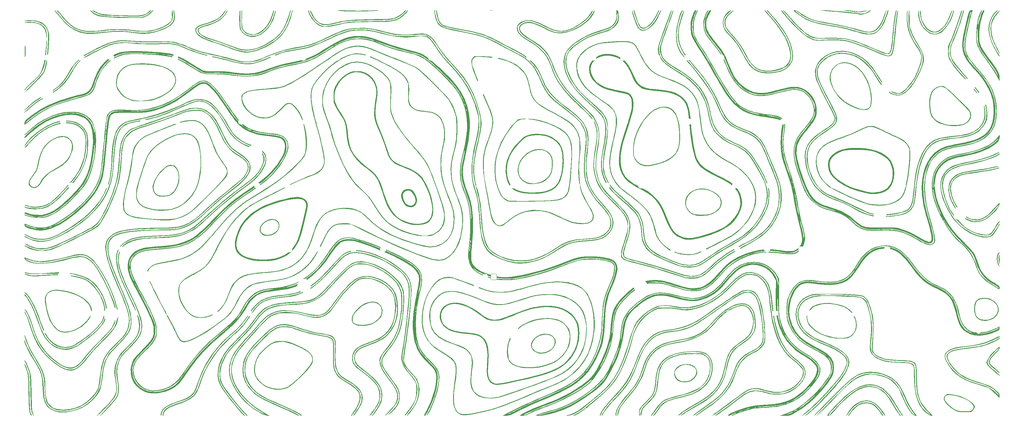
<source format=gbr>
%TF.GenerationSoftware,KiCad,Pcbnew,7.0.7*%
%TF.CreationDate,2023-12-09T23:09:19-05:00*%
%TF.ProjectId,keyboard,6b657962-6f61-4726-942e-6b696361645f,rev?*%
%TF.SameCoordinates,Original*%
%TF.FileFunction,Legend,Top*%
%TF.FilePolarity,Positive*%
%FSLAX46Y46*%
G04 Gerber Fmt 4.6, Leading zero omitted, Abs format (unit mm)*
G04 Created by KiCad (PCBNEW 7.0.7) date 2023-12-09 23:09:19*
%MOMM*%
%LPD*%
G01*
G04 APERTURE LIST*
G04 Aperture macros list*
%AMRoundRect*
0 Rectangle with rounded corners*
0 $1 Rounding radius*
0 $2 $3 $4 $5 $6 $7 $8 $9 X,Y pos of 4 corners*
0 Add a 4 corners polygon primitive as box body*
4,1,4,$2,$3,$4,$5,$6,$7,$8,$9,$2,$3,0*
0 Add four circle primitives for the rounded corners*
1,1,$1+$1,$2,$3*
1,1,$1+$1,$4,$5*
1,1,$1+$1,$6,$7*
1,1,$1+$1,$8,$9*
0 Add four rect primitives between the rounded corners*
20,1,$1+$1,$2,$3,$4,$5,0*
20,1,$1+$1,$4,$5,$6,$7,0*
20,1,$1+$1,$6,$7,$8,$9,0*
20,1,$1+$1,$8,$9,$2,$3,0*%
G04 Aperture macros list end*
%ADD10C,0.650000*%
%ADD11C,4.476000*%
%ADD12C,4.063800*%
%ADD13C,1.152002*%
%ADD14C,1.826000*%
%ADD15RoundRect,0.038000X0.850000X-0.850000X0.850000X0.850000X-0.850000X0.850000X-0.850000X-0.850000X0*%
%ADD16O,1.776000X1.776000*%
G04 APERTURE END LIST*
%TO.C,G\u002A\u002A\u002A*%
G36*
X134216325Y5091900D02*
G01*
X134287972Y5054511D01*
X134098018Y5030789D01*
X133876146Y5026379D01*
X133549144Y5038173D01*
X133459378Y5068328D01*
X133535968Y5091900D01*
X133976534Y5116913D01*
X134216325Y5091900D01*
G37*
G36*
X285139808Y-67892167D02*
G01*
X285187945Y-68175114D01*
X285212096Y-68746344D01*
X285215498Y-69135931D01*
X285211082Y-69761929D01*
X285197322Y-70255916D01*
X285176610Y-70553070D01*
X285161116Y-70610038D01*
X285096058Y-70479734D01*
X285015193Y-70163480D01*
X285009926Y-70137568D01*
X284941038Y-69601359D01*
X284920462Y-69000640D01*
X284945595Y-68438617D01*
X285013835Y-68018498D01*
X285066622Y-67888610D01*
X285139808Y-67892167D01*
G37*
G36*
X-4841116Y-5420766D02*
G01*
X-4772003Y-5694711D01*
X-4728565Y-6185222D01*
X-4710219Y-6807626D01*
X-4716383Y-7477250D01*
X-4746476Y-8109423D01*
X-4799915Y-8619470D01*
X-4865015Y-8898148D01*
X-4925621Y-8942738D01*
X-4967773Y-8722670D01*
X-4992392Y-8226429D01*
X-5000397Y-7442499D01*
X-4999943Y-7208876D01*
X-4988838Y-6340343D01*
X-4962257Y-5759022D01*
X-4918881Y-5450077D01*
X-4857393Y-5398673D01*
X-4841116Y-5420766D01*
G37*
G36*
X285198416Y-67070388D02*
G01*
X285076333Y-67343128D01*
X284893833Y-67664477D01*
X284625019Y-68400528D01*
X284583296Y-69264676D01*
X284768151Y-70185951D01*
X284914950Y-70576841D01*
X285112775Y-71090533D01*
X285180380Y-71381531D01*
X285129554Y-71432414D01*
X284972085Y-71225757D01*
X284753736Y-70815122D01*
X284460001Y-69992442D01*
X284337154Y-69143957D01*
X284381832Y-68342222D01*
X284590673Y-67659791D01*
X284921123Y-67203102D01*
X285146479Y-67027109D01*
X285198416Y-67070388D01*
G37*
G36*
X239887116Y5103337D02*
G01*
X240619368Y5039995D01*
X241408225Y4941400D01*
X241788591Y4882139D01*
X242553358Y4763302D01*
X243123938Y4706275D01*
X243601581Y4708444D01*
X244087538Y4767192D01*
X244358829Y4815738D01*
X245160773Y4963244D01*
X245676600Y5044946D01*
X245915274Y5061083D01*
X245885758Y5011895D01*
X245597017Y4897620D01*
X245443426Y4844671D01*
X244137459Y4531759D01*
X242820355Y4486908D01*
X241826146Y4615972D01*
X241053451Y4750125D01*
X240193469Y4880747D01*
X239558289Y4964075D01*
X238424360Y5096840D01*
X239331503Y5119817D01*
X239887116Y5103337D01*
G37*
G36*
X89408122Y5082891D02*
G01*
X89728527Y5064155D01*
X91020345Y5004307D01*
X92544778Y4970456D01*
X94233167Y4962739D01*
X96016855Y4981290D01*
X97827184Y5026245D01*
X98421979Y5047020D01*
X99312349Y5074982D01*
X99916003Y5080427D01*
X100247807Y5062810D01*
X100322626Y5021585D01*
X100236265Y4980443D01*
X99949969Y4934424D01*
X99406222Y4892218D01*
X98649933Y4854418D01*
X97726016Y4821618D01*
X96679381Y4794409D01*
X95554941Y4773385D01*
X94397607Y4759139D01*
X93252290Y4752263D01*
X92163902Y4753350D01*
X91177356Y4762993D01*
X90337562Y4781784D01*
X89689432Y4810317D01*
X89368551Y4837007D01*
X88661694Y4929955D01*
X88249834Y5008184D01*
X88125759Y5067143D01*
X88282257Y5102282D01*
X88712115Y5109048D01*
X89408122Y5082891D01*
G37*
G36*
X284605799Y5040169D02*
G01*
X284426851Y4765379D01*
X284048050Y4332829D01*
X284022880Y4306132D01*
X283174631Y3195286D01*
X282564100Y1932214D01*
X282207806Y570855D01*
X282122264Y-834852D01*
X282201859Y-1640763D01*
X282479348Y-2959032D01*
X282895463Y-4234107D01*
X283479379Y-5538418D01*
X284260274Y-6944395D01*
X284489549Y-7320028D01*
X284807792Y-7858072D01*
X285045112Y-8307154D01*
X285168169Y-8601667D01*
X285176186Y-8671229D01*
X285080274Y-8624633D01*
X284867993Y-8366490D01*
X284577153Y-7945376D01*
X284424272Y-7705287D01*
X283365824Y-5823653D01*
X282592430Y-4041125D01*
X282104000Y-2356166D01*
X281900446Y-767243D01*
X281981679Y727178D01*
X282347610Y2128632D01*
X282998150Y3438652D01*
X283722515Y4420783D01*
X284080911Y4798119D01*
X284395761Y5057414D01*
X284571150Y5136390D01*
X284605799Y5040169D01*
G37*
G36*
X285113370Y4792530D02*
G01*
X284907427Y4488681D01*
X284587552Y4115973D01*
X283709817Y3007613D01*
X283098790Y1836294D01*
X282754436Y589814D01*
X282676718Y-744032D01*
X282865600Y-2177448D01*
X283321045Y-3722638D01*
X284043017Y-5391806D01*
X284556277Y-6371784D01*
X284849937Y-6934706D01*
X285068639Y-7415869D01*
X285181051Y-7743185D01*
X285187942Y-7825052D01*
X285109350Y-7778920D01*
X284922767Y-7501055D01*
X284652070Y-7031836D01*
X284321136Y-6411643D01*
X284127789Y-6032161D01*
X283546714Y-4830914D01*
X283113125Y-3820353D01*
X282808427Y-2938477D01*
X282614023Y-2123285D01*
X282511317Y-1312778D01*
X282481962Y-544914D01*
X282542857Y610084D01*
X282759502Y1630630D01*
X283160736Y2587936D01*
X283775398Y3553211D01*
X284507199Y4456033D01*
X284820224Y4772946D01*
X285061864Y4944150D01*
X285149983Y4949732D01*
X285113370Y4792530D01*
G37*
G36*
X246432093Y-111874593D02*
G01*
X247157884Y-112076801D01*
X247828113Y-112449819D01*
X248490792Y-113024394D01*
X249193931Y-113831277D01*
X249611227Y-114379681D01*
X250057573Y-114990623D01*
X250346255Y-115399540D01*
X250501009Y-115646336D01*
X250545568Y-115770917D01*
X250503665Y-115813184D01*
X250465512Y-115815990D01*
X250320418Y-115699672D01*
X250051607Y-115387158D01*
X249704192Y-114933109D01*
X249488508Y-114632240D01*
X248721467Y-113633140D01*
X247992005Y-112900853D01*
X247259240Y-112410169D01*
X246482291Y-112135877D01*
X245620279Y-112052764D01*
X245321306Y-112062340D01*
X244195185Y-112274327D01*
X243113978Y-112759318D01*
X242122084Y-113487936D01*
X241263906Y-114430802D01*
X240883888Y-114998267D01*
X240566287Y-115487161D01*
X240326175Y-115772510D01*
X240187542Y-115829519D01*
X240163051Y-115743331D01*
X240238394Y-115588388D01*
X240435367Y-115254275D01*
X240694956Y-114839170D01*
X241583776Y-113691911D01*
X242630231Y-112793519D01*
X243486062Y-112292494D01*
X244076085Y-112025612D01*
X244572368Y-111879230D01*
X245122027Y-111819982D01*
X245602729Y-111812444D01*
X246432093Y-111874593D01*
G37*
G36*
X246533835Y-111313999D02*
G01*
X247591905Y-111708020D01*
X248583221Y-112396396D01*
X248706134Y-112506699D01*
X249136997Y-112939717D01*
X249594870Y-113459018D01*
X250046718Y-114018639D01*
X250459504Y-114572617D01*
X250800192Y-115074989D01*
X251035746Y-115479792D01*
X251133130Y-115741065D01*
X251084714Y-115815990D01*
X250948636Y-115698436D01*
X250700697Y-115387473D01*
X250390031Y-114945650D01*
X250330333Y-114855670D01*
X249421504Y-113614817D01*
X248517102Y-112661544D01*
X247623696Y-112002689D01*
X247548456Y-111960472D01*
X247050943Y-111716143D01*
X246599250Y-111580199D01*
X246062490Y-111522463D01*
X245605908Y-111512577D01*
X244926310Y-111531479D01*
X244393482Y-111618683D01*
X243853761Y-111808206D01*
X243455476Y-111988601D01*
X242236414Y-112729850D01*
X241188338Y-113718704D01*
X240389837Y-114820544D01*
X240062633Y-115329031D01*
X239813052Y-115662758D01*
X239662428Y-115805136D01*
X239632093Y-115739574D01*
X239743380Y-115449482D01*
X239843044Y-115245778D01*
X240492320Y-114189188D01*
X241294409Y-113224791D01*
X242181906Y-112424019D01*
X242998091Y-111902201D01*
X244233030Y-111410677D01*
X245412911Y-111214747D01*
X246533835Y-111313999D01*
G37*
G36*
X246920744Y5091654D02*
G01*
X246818314Y4913077D01*
X246513831Y4670163D01*
X246030058Y4415957D01*
X245440680Y4174458D01*
X244819382Y3969664D01*
X244239850Y3825572D01*
X243775769Y3766182D01*
X243500824Y3815491D01*
X243486068Y3827813D01*
X243292825Y3886380D01*
X242832309Y3965000D01*
X242138681Y4059842D01*
X241246103Y4167072D01*
X240188737Y4282859D01*
X239000745Y4403369D01*
X237716289Y4524772D01*
X236369531Y4643233D01*
X235780049Y4692291D01*
X234733583Y4780065D01*
X233790097Y4863456D01*
X232990394Y4938510D01*
X232375279Y5001273D01*
X231985555Y5047794D01*
X231861696Y5071872D01*
X231951780Y5111019D01*
X232303979Y5122625D01*
X232879562Y5109592D01*
X233639798Y5074819D01*
X234545959Y5021207D01*
X235559312Y4951657D01*
X236641128Y4869070D01*
X237752677Y4776344D01*
X238855229Y4676382D01*
X239910052Y4572083D01*
X240878417Y4466347D01*
X241721593Y4362076D01*
X242152860Y4301188D01*
X243198584Y4163017D01*
X244015890Y4108332D01*
X244669022Y4144562D01*
X245222223Y4279141D01*
X245739736Y4519501D01*
X246123874Y4760574D01*
X246542783Y5015730D01*
X246821095Y5128877D01*
X246920744Y5091654D01*
G37*
G36*
X261067211Y4997492D02*
G01*
X261147779Y4629176D01*
X261214219Y4104009D01*
X261226262Y3964664D01*
X261390602Y2718212D01*
X261684756Y1669456D01*
X262136068Y731606D01*
X262353051Y388347D01*
X263053067Y-473003D01*
X263856847Y-1159246D01*
X264714346Y-1641776D01*
X265575520Y-1891988D01*
X266339792Y-1890454D01*
X267131303Y-1616559D01*
X267939892Y-1080564D01*
X268736061Y-319143D01*
X269490313Y631032D01*
X270173152Y1733287D01*
X270755082Y2950949D01*
X271166943Y4111112D01*
X271352195Y4667412D01*
X271495820Y4985331D01*
X271580237Y5055150D01*
X271587860Y4867146D01*
X271501109Y4411598D01*
X271468443Y4277806D01*
X271100647Y3136814D01*
X270586738Y1995143D01*
X269962143Y903876D01*
X269262289Y-85901D01*
X268522602Y-923105D01*
X267778507Y-1556653D01*
X267193205Y-1886995D01*
X266392378Y-2083150D01*
X265497696Y-2084897D01*
X264642657Y-1897192D01*
X264365834Y-1782058D01*
X263481992Y-1207170D01*
X262664772Y-401175D01*
X261967568Y564942D01*
X261443774Y1620195D01*
X261195764Y2432397D01*
X261077427Y3064673D01*
X260987870Y3713313D01*
X260932319Y4310532D01*
X260915999Y4788545D01*
X260944135Y5079567D01*
X260987314Y5136390D01*
X261067211Y4997492D01*
G37*
G36*
X183857236Y5098555D02*
G01*
X183826235Y4938218D01*
X183677414Y4565159D01*
X183434479Y4033872D01*
X183121136Y3398852D01*
X183098781Y3355058D01*
X182404908Y2134519D01*
X181698727Y1178945D01*
X180948322Y451556D01*
X180121773Y-84429D01*
X180107660Y-91698D01*
X179427619Y-374600D01*
X178894045Y-431339D01*
X178452388Y-261640D01*
X178239431Y-82305D01*
X177970432Y246171D01*
X177708476Y702719D01*
X177433993Y1331144D01*
X177127412Y2175252D01*
X176843883Y3041590D01*
X176582542Y3866958D01*
X176401918Y4445130D01*
X176291694Y4817263D01*
X176241550Y5024510D01*
X176241167Y5108029D01*
X176280225Y5108975D01*
X176333373Y5077666D01*
X176440946Y4900522D01*
X176607596Y4498798D01*
X176807719Y3938196D01*
X176956174Y3479471D01*
X177337857Y2310510D01*
X177675608Y1409435D01*
X177981887Y747054D01*
X178269157Y294178D01*
X178362683Y184902D01*
X178815598Y-103810D01*
X179362378Y-134877D01*
X179976566Y71938D01*
X180631701Y496871D01*
X181301324Y1120160D01*
X181958975Y1922040D01*
X182578196Y2882747D01*
X182967574Y3624486D01*
X183294584Y4303246D01*
X183516143Y4751963D01*
X183657873Y5013092D01*
X183745396Y5129086D01*
X183804335Y5142397D01*
X183857236Y5098555D01*
G37*
G36*
X184433658Y5126795D02*
G01*
X184441187Y5119366D01*
X184416216Y4954540D01*
X184277253Y4582218D01*
X184051631Y4062229D01*
X183766684Y3454400D01*
X183449744Y2818559D01*
X183128143Y2214532D01*
X183052018Y2078681D01*
X182453847Y1188176D01*
X181751623Y410817D01*
X180988521Y-225574D01*
X180207711Y-693173D01*
X179452367Y-964159D01*
X178765661Y-1010708D01*
X178401741Y-918179D01*
X177944804Y-610044D01*
X177513285Y-61458D01*
X177086685Y755110D01*
X176989253Y978652D01*
X176707181Y1689343D01*
X176432577Y2459706D01*
X176184479Y3226403D01*
X175981924Y3926098D01*
X175843951Y4495454D01*
X175789598Y4871133D01*
X175795135Y4951294D01*
X175863231Y4986894D01*
X175971527Y4763054D01*
X176043442Y4531629D01*
X176421035Y3264041D01*
X176814813Y2116725D01*
X177209294Y1125873D01*
X177588995Y327674D01*
X177938432Y-241681D01*
X178205810Y-522728D01*
X178784560Y-755254D01*
X179446470Y-726459D01*
X180164570Y-456633D01*
X180911888Y33935D01*
X181661454Y724955D01*
X182386295Y1596135D01*
X183059442Y2627187D01*
X183497411Y3458095D01*
X183842672Y4177336D01*
X184080965Y4665067D01*
X184235750Y4962583D01*
X184330487Y5111180D01*
X184388636Y5152151D01*
X184433658Y5126795D01*
G37*
G36*
X-4895643Y-100469269D02*
G01*
X-4718517Y-100848158D01*
X-4506670Y-101369127D01*
X-4280459Y-101983931D01*
X-4060241Y-102644328D01*
X-3984765Y-102889205D01*
X-3897741Y-103201692D01*
X-3826453Y-103526976D01*
X-3768468Y-103901401D01*
X-3721351Y-104361313D01*
X-3682668Y-104943054D01*
X-3649987Y-105682970D01*
X-3620874Y-106617403D01*
X-3592894Y-107782699D01*
X-3564621Y-109163610D01*
X-3536843Y-110569458D01*
X-3511390Y-111708984D01*
X-3484235Y-112618179D01*
X-3451353Y-113333037D01*
X-3408718Y-113889548D01*
X-3352304Y-114323705D01*
X-3278085Y-114671499D01*
X-3182036Y-114968924D01*
X-3060130Y-115251970D01*
X-2908343Y-115556629D01*
X-2833215Y-115702598D01*
X-2880835Y-115813668D01*
X-2906038Y-115815990D01*
X-3062420Y-115698266D01*
X-3276603Y-115408923D01*
X-3313163Y-115348872D01*
X-3476084Y-114926676D01*
X-3608224Y-114257880D01*
X-3710333Y-113332323D01*
X-3783162Y-112139847D01*
X-3827464Y-110670291D01*
X-3843989Y-108913498D01*
X-3843186Y-108180871D01*
X-3846700Y-106789516D01*
X-3872503Y-105648466D01*
X-3927136Y-104706058D01*
X-4017137Y-103910625D01*
X-4149046Y-103210503D01*
X-4329402Y-102554028D01*
X-4564745Y-101889535D01*
X-4674505Y-101612964D01*
X-4874532Y-101075285D01*
X-5014932Y-100610965D01*
X-5064313Y-100330698D01*
X-5017694Y-100280701D01*
X-4895643Y-100469269D01*
G37*
G36*
X193042053Y-100484635D02*
G01*
X193873598Y-100787049D01*
X194517492Y-101248879D01*
X194955276Y-101834772D01*
X195168493Y-102509376D01*
X195138683Y-103237336D01*
X194847389Y-103983300D01*
X194294893Y-104693296D01*
X193481146Y-105302978D01*
X192520469Y-105689985D01*
X191486797Y-105838164D01*
X190454066Y-105731367D01*
X190066871Y-105616885D01*
X189283402Y-105199654D01*
X188717387Y-104612076D01*
X188387340Y-103902589D01*
X188311773Y-103119632D01*
X188365963Y-102897851D01*
X188515220Y-102897851D01*
X188550525Y-103535880D01*
X188779481Y-104132817D01*
X189281899Y-104837397D01*
X189980393Y-105316247D01*
X190709415Y-105546868D01*
X191523527Y-105601134D01*
X192388964Y-105487104D01*
X193142495Y-105226294D01*
X193142813Y-105226132D01*
X193855620Y-104749151D01*
X194404292Y-104154898D01*
X194770677Y-103494664D01*
X194936623Y-102819738D01*
X194883976Y-102181409D01*
X194594586Y-101630968D01*
X194463415Y-101494761D01*
X193658907Y-100953164D01*
X192736274Y-100651289D01*
X191759023Y-100587107D01*
X190790661Y-100758588D01*
X189894693Y-101163702D01*
X189266481Y-101660869D01*
X188750263Y-102291163D01*
X188515220Y-102897851D01*
X188365963Y-102897851D01*
X188509199Y-102311642D01*
X188676497Y-101978996D01*
X189268695Y-101258291D01*
X190071960Y-100748179D01*
X191075497Y-100453799D01*
X192041314Y-100376991D01*
X193042053Y-100484635D01*
G37*
G36*
X69485110Y-57262713D02*
G01*
X70146809Y-57579338D01*
X70587912Y-58095146D01*
X70796630Y-58798000D01*
X70797273Y-59404030D01*
X70574164Y-60236035D01*
X70099796Y-60953735D01*
X69413125Y-61527743D01*
X68553104Y-61928673D01*
X67558687Y-62127138D01*
X67166094Y-62143371D01*
X66600551Y-62134527D01*
X66232315Y-62083020D01*
X65956357Y-61951394D01*
X65667646Y-61702191D01*
X65520264Y-61556397D01*
X65150495Y-61137417D01*
X64973995Y-60777497D01*
X64933289Y-60416445D01*
X64936796Y-60397485D01*
X65191259Y-60397485D01*
X65333586Y-60954402D01*
X65677273Y-61407337D01*
X66189322Y-61733285D01*
X66836736Y-61909244D01*
X67586518Y-61912209D01*
X68405669Y-61719177D01*
X69042363Y-61433764D01*
X69752340Y-60929022D01*
X70255382Y-60329924D01*
X70547787Y-59682988D01*
X70625850Y-59034730D01*
X70485865Y-58431668D01*
X70124130Y-57920318D01*
X69536938Y-57547197D01*
X69357079Y-57481794D01*
X68594458Y-57387085D01*
X67767760Y-57534363D01*
X66946151Y-57894169D01*
X66198796Y-58437047D01*
X65642672Y-59063719D01*
X65283288Y-59759590D01*
X65191259Y-60397485D01*
X64936796Y-60397485D01*
X65075569Y-59647135D01*
X65467708Y-58907043D01*
X66057656Y-58242251D01*
X66793360Y-57698838D01*
X67622770Y-57322886D01*
X68493835Y-57160474D01*
X68614606Y-57157406D01*
X69485110Y-57262713D01*
G37*
G36*
X109667639Y-48262951D02*
G01*
X110060758Y-48374650D01*
X110406485Y-48605530D01*
X110421249Y-48617881D01*
X110872291Y-49127214D01*
X111285501Y-49818542D01*
X111607221Y-50578039D01*
X111783793Y-51291878D01*
X111801771Y-51546389D01*
X111675607Y-52347403D01*
X111329684Y-52979510D01*
X110810718Y-53416726D01*
X110165421Y-53633066D01*
X109440509Y-53602547D01*
X108682695Y-53299183D01*
X108667211Y-53289967D01*
X108015309Y-52740002D01*
X107502764Y-51997137D01*
X107167032Y-51146921D01*
X107045571Y-50274900D01*
X107069066Y-50048507D01*
X107574265Y-50048507D01*
X107597729Y-50494133D01*
X107792222Y-51414925D01*
X108212350Y-52213555D01*
X108821468Y-52825246D01*
X108973566Y-52926089D01*
X109589266Y-53184659D01*
X110167050Y-53160967D01*
X110594400Y-52971360D01*
X111075877Y-52522999D01*
X111325031Y-51921334D01*
X111348765Y-51655452D01*
X111249184Y-51042212D01*
X110984091Y-50335426D01*
X110603962Y-49653169D01*
X110346040Y-49309808D01*
X110000637Y-48939962D01*
X109710516Y-48754595D01*
X109355398Y-48691989D01*
X109133092Y-48687419D01*
X108627086Y-48733761D01*
X108251635Y-48916726D01*
X107993214Y-49147091D01*
X107734301Y-49432713D01*
X107605830Y-49695107D01*
X107574265Y-50048507D01*
X107069066Y-50048507D01*
X107103343Y-49718210D01*
X107386738Y-49014494D01*
X107873366Y-48534470D01*
X108562009Y-48279042D01*
X109101394Y-48233848D01*
X109667639Y-48262951D01*
G37*
G36*
X271162579Y5009023D02*
G01*
X271060550Y4664188D01*
X270875253Y4157784D01*
X270629676Y3545710D01*
X270346809Y2883865D01*
X270049641Y2228148D01*
X269761160Y1634459D01*
X269569127Y1272105D01*
X269092734Y555878D01*
X268495277Y-141408D01*
X267850768Y-745675D01*
X267233222Y-1182844D01*
X267001017Y-1298256D01*
X266325468Y-1467023D01*
X265544763Y-1495703D01*
X264812367Y-1384626D01*
X264548244Y-1292994D01*
X263829035Y-838234D01*
X263143596Y-142795D01*
X262534453Y731749D01*
X262044131Y1723820D01*
X261715159Y2771846D01*
X261703384Y2826140D01*
X261602406Y3387707D01*
X261532702Y3940907D01*
X261496160Y4430560D01*
X261494667Y4801490D01*
X261530112Y4998516D01*
X261604382Y4966461D01*
X261632099Y4909605D01*
X261720574Y4560980D01*
X261771390Y4091136D01*
X261774457Y4002462D01*
X261905893Y2925059D01*
X262233885Y1881586D01*
X262725522Y914352D01*
X263347890Y65662D01*
X264068079Y-622174D01*
X264853177Y-1106851D01*
X265670270Y-1346061D01*
X265949139Y-1363957D01*
X266409713Y-1263668D01*
X266991459Y-995072D01*
X267607823Y-609597D01*
X268172252Y-158669D01*
X268450044Y121992D01*
X268957306Y787505D01*
X269475068Y1654501D01*
X270021147Y2755621D01*
X270547774Y3964664D01*
X270783444Y4499267D01*
X270988950Y4905965D01*
X271130246Y5119423D01*
X271158351Y5136390D01*
X271162579Y5009023D01*
G37*
G36*
X150644815Y-91395820D02*
G01*
X151235075Y-91540627D01*
X151914697Y-91874299D01*
X152496896Y-92358931D01*
X152901819Y-92919166D01*
X153017739Y-93222925D01*
X153062302Y-93986735D01*
X152850326Y-94763916D01*
X152421427Y-95506795D01*
X151815222Y-96167700D01*
X151071328Y-96698958D01*
X150229360Y-97052896D01*
X149751848Y-97152975D01*
X149285814Y-97219203D01*
X148924805Y-97276188D01*
X148844003Y-97291055D01*
X148554273Y-97288464D01*
X148131022Y-97222972D01*
X148045340Y-97204092D01*
X147128560Y-96872441D01*
X146427080Y-96378052D01*
X145954277Y-95759937D01*
X145723524Y-95057110D01*
X145731895Y-94803166D01*
X145971384Y-94803166D01*
X146105634Y-95523271D01*
X146480204Y-96119503D01*
X147052829Y-96575592D01*
X147781241Y-96875269D01*
X148623174Y-97002264D01*
X149536362Y-96940308D01*
X150478536Y-96673129D01*
X150646339Y-96602697D01*
X151559165Y-96067216D01*
X152229019Y-95384434D01*
X152639661Y-94576560D01*
X152774956Y-93691831D01*
X152639439Y-92976818D01*
X152248854Y-92395755D01*
X151627149Y-91966036D01*
X150798269Y-91705061D01*
X149935108Y-91628835D01*
X148999616Y-91740670D01*
X148110191Y-92056864D01*
X147315344Y-92538567D01*
X146663584Y-93146932D01*
X146203422Y-93843108D01*
X145983368Y-94588246D01*
X145971384Y-94803166D01*
X145731895Y-94803166D01*
X145748197Y-94308582D01*
X146041670Y-93553365D01*
X146563871Y-92882887D01*
X147500721Y-92123469D01*
X148521816Y-91614252D01*
X149584174Y-91367585D01*
X150644815Y-91395820D01*
G37*
G36*
X33230206Y4947021D02*
G01*
X33004927Y4662938D01*
X32640225Y4305550D01*
X32191181Y3923560D01*
X31712876Y3565669D01*
X31260389Y3280580D01*
X31099935Y3198294D01*
X30761798Y3047210D01*
X30453790Y2938568D01*
X30116562Y2864843D01*
X29690765Y2818505D01*
X29117053Y2792026D01*
X28336076Y2777878D01*
X27740432Y2772153D01*
X26756585Y2772485D01*
X25575732Y2786303D01*
X24302849Y2811585D01*
X23042914Y2846311D01*
X22070789Y2881323D01*
X20619447Y2948446D01*
X19432836Y3022678D01*
X18473312Y3109321D01*
X17703230Y3213677D01*
X17084946Y3341049D01*
X16580815Y3496738D01*
X16153194Y3686047D01*
X16079402Y3725212D01*
X15626215Y4005329D01*
X15181437Y4334651D01*
X14804964Y4660865D01*
X14556695Y4931656D01*
X14496527Y5094709D01*
X14502517Y5102444D01*
X14647370Y5054999D01*
X14935828Y4852147D01*
X15141848Y4680429D01*
X15804611Y4176131D01*
X16518166Y3806667D01*
X17350062Y3549025D01*
X18367853Y3380192D01*
X19176047Y3306106D01*
X20271946Y3235611D01*
X21471625Y3171400D01*
X22732121Y3114578D01*
X24010471Y3066252D01*
X25263710Y3027527D01*
X26448876Y2999510D01*
X27523004Y2983306D01*
X28443132Y2980023D01*
X29166295Y2990765D01*
X29649530Y3016639D01*
X29775699Y3033220D01*
X30812477Y3345503D01*
X31756129Y3892827D01*
X32461650Y4497221D01*
X32834926Y4837897D01*
X33122628Y5057717D01*
X33260981Y5109095D01*
X33230206Y4947021D01*
G37*
G36*
X281061808Y-80674820D02*
G01*
X281867940Y-80791384D01*
X282550152Y-81004548D01*
X282571979Y-81014389D01*
X283495648Y-81563112D01*
X284200326Y-82241829D01*
X284675456Y-83011787D01*
X284910479Y-83834235D01*
X284894837Y-84670420D01*
X284617971Y-85481590D01*
X284069324Y-86228993D01*
X284009098Y-86289041D01*
X283323236Y-86829091D01*
X282521648Y-87195020D01*
X281730958Y-87393978D01*
X281171283Y-87489610D01*
X280758490Y-87518157D01*
X280344781Y-87480326D01*
X279913528Y-87402687D01*
X279073880Y-87118039D01*
X278433260Y-86623325D01*
X277979840Y-85904305D01*
X277701792Y-84946737D01*
X277661368Y-84690996D01*
X277640697Y-84298164D01*
X277850004Y-84298164D01*
X277982896Y-85187877D01*
X278242090Y-85931022D01*
X278454815Y-86275493D01*
X279025940Y-86769275D01*
X279790075Y-87088382D01*
X280685737Y-87221449D01*
X281651448Y-87157108D01*
X282327218Y-86991436D01*
X283236342Y-86574425D01*
X283941337Y-85999830D01*
X284425356Y-85308018D01*
X284671554Y-84539354D01*
X284663086Y-83734204D01*
X284383105Y-82932934D01*
X284165531Y-82586433D01*
X283413376Y-81791129D01*
X282490532Y-81244968D01*
X281399078Y-80948929D01*
X280563287Y-80890990D01*
X279606041Y-80975844D01*
X278880372Y-81244559D01*
X278362934Y-81718367D01*
X278030379Y-82418500D01*
X277860990Y-83348510D01*
X277850004Y-84298164D01*
X277640697Y-84298164D01*
X277601814Y-83559212D01*
X277744505Y-82570154D01*
X278078911Y-81755366D01*
X278594502Y-81146387D01*
X278917530Y-80928618D01*
X279484839Y-80741049D01*
X280233520Y-80657246D01*
X281061808Y-80674820D01*
G37*
G36*
X-4861142Y-99382823D02*
G01*
X-4653265Y-99743750D01*
X-4403500Y-100243696D01*
X-4134564Y-100835121D01*
X-3869180Y-101470482D01*
X-3630066Y-102102239D01*
X-3458906Y-102619148D01*
X-3350462Y-102987439D01*
X-3262684Y-103324875D01*
X-3192629Y-103669545D01*
X-3137351Y-104059535D01*
X-3093903Y-104532933D01*
X-3059342Y-105127826D01*
X-3030722Y-105882302D01*
X-3005096Y-106834447D01*
X-2979521Y-108022349D01*
X-2958656Y-109088014D01*
X-2930611Y-110486216D01*
X-2904257Y-111616950D01*
X-2877144Y-112515098D01*
X-2846825Y-113215546D01*
X-2810849Y-113753178D01*
X-2766768Y-114162876D01*
X-2712132Y-114479526D01*
X-2644493Y-114738011D01*
X-2561400Y-114973216D01*
X-2542029Y-115022240D01*
X-2390916Y-115449562D01*
X-2327150Y-115737722D01*
X-2350135Y-115815990D01*
X-2466824Y-115686616D01*
X-2644769Y-115349829D01*
X-2817721Y-114946645D01*
X-2910463Y-114696611D01*
X-2985905Y-114443168D01*
X-3046673Y-114150953D01*
X-3095393Y-113784599D01*
X-3134689Y-113308744D01*
X-3167186Y-112688023D01*
X-3195509Y-111887072D01*
X-3222283Y-110870526D01*
X-3250133Y-109603020D01*
X-3263807Y-108936824D01*
X-3297524Y-107518247D01*
X-3337642Y-106242454D01*
X-3382686Y-105140047D01*
X-3431183Y-104241628D01*
X-3481657Y-103577802D01*
X-3532634Y-103179170D01*
X-3543520Y-103131046D01*
X-3680788Y-102688089D01*
X-3887946Y-102109302D01*
X-4135592Y-101467038D01*
X-4394327Y-100833648D01*
X-4634748Y-100281486D01*
X-4827455Y-99882903D01*
X-4928908Y-99721764D01*
X-5041473Y-99462310D01*
X-5060344Y-99268193D01*
X-5004408Y-99208457D01*
X-4861142Y-99382823D01*
G37*
G36*
X32647052Y5056991D02*
G01*
X32494265Y4860395D01*
X32190576Y4585999D01*
X31788072Y4276103D01*
X31338837Y3973002D01*
X30894957Y3718994D01*
X30794345Y3669724D01*
X30390011Y3498881D01*
X29987549Y3383986D01*
X29505955Y3311742D01*
X28864223Y3268853D01*
X28224106Y3247824D01*
X27275240Y3239802D01*
X26201933Y3255774D01*
X25173694Y3292342D01*
X24716622Y3318135D01*
X23842376Y3366572D01*
X22805513Y3409416D01*
X21745794Y3441548D01*
X20936860Y3456555D01*
X20083858Y3480066D01*
X19249038Y3527338D01*
X18525504Y3591627D01*
X18006355Y3666191D01*
X17986552Y3670253D01*
X17554854Y3793754D01*
X17033780Y3990771D01*
X16481112Y4232408D01*
X15954628Y4489774D01*
X15512108Y4733974D01*
X15211333Y4936114D01*
X15110083Y5067302D01*
X15139664Y5093873D01*
X15350483Y5051915D01*
X15726584Y4886189D01*
X16091417Y4687152D01*
X16493448Y4464626D01*
X16897150Y4280697D01*
X17338198Y4130143D01*
X17852269Y4007741D01*
X18475039Y3908268D01*
X19242184Y3826500D01*
X20189381Y3757217D01*
X21352306Y3695193D01*
X22766635Y3635207D01*
X23456791Y3608895D01*
X25108151Y3550751D01*
X26488824Y3512758D01*
X27630054Y3498608D01*
X28563086Y3511990D01*
X29319164Y3556593D01*
X29929533Y3636107D01*
X30425439Y3754222D01*
X30838125Y3914627D01*
X31198836Y4121012D01*
X31538817Y4377067D01*
X31786405Y4592533D01*
X32162289Y4898613D01*
X32474245Y5094545D01*
X32596851Y5133490D01*
X32647052Y5056991D01*
G37*
G36*
X59187874Y4965818D02*
G01*
X59218575Y4511233D01*
X59229704Y3769360D01*
X59220822Y2743841D01*
X59218490Y2607434D01*
X59209869Y1463607D01*
X59237022Y573441D01*
X59310565Y-110736D01*
X59441113Y-636594D01*
X59639283Y-1051805D01*
X59915690Y-1404041D01*
X60164708Y-1641561D01*
X61006989Y-2203252D01*
X61965973Y-2500604D01*
X63070956Y-2542656D01*
X63083145Y-2541796D01*
X63960174Y-2422441D01*
X64726198Y-2176402D01*
X65453268Y-1766397D01*
X66213433Y-1155147D01*
X66744352Y-647354D01*
X67382203Y26285D01*
X67881323Y652816D01*
X68284721Y1307853D01*
X68635406Y2067006D01*
X68976386Y3005889D01*
X69175547Y3626846D01*
X69417557Y4356008D01*
X69598562Y4812096D01*
X69708814Y4993636D01*
X69738568Y4899156D01*
X69678076Y4527184D01*
X69517594Y3876247D01*
X69460759Y3669938D01*
X68976391Y2233036D01*
X68372578Y999366D01*
X67603735Y-121065D01*
X67435336Y-328451D01*
X66428477Y-1360100D01*
X65352273Y-2125314D01*
X64230750Y-2607460D01*
X64085252Y-2647862D01*
X63205837Y-2826699D01*
X62454934Y-2846806D01*
X61701762Y-2705022D01*
X61307377Y-2580726D01*
X60557568Y-2205502D01*
X59878308Y-1654640D01*
X59347052Y-1004126D01*
X59051178Y-367326D01*
X58986866Y28762D01*
X58937902Y649433D01*
X58905360Y1417222D01*
X58890314Y2254669D01*
X58893840Y3084310D01*
X58917010Y3828684D01*
X58960899Y4410328D01*
X58982711Y4569426D01*
X59069505Y4998556D01*
X59138038Y5129473D01*
X59187874Y4965818D01*
G37*
G36*
X69214706Y4968162D02*
G01*
X69145037Y4593171D01*
X69014586Y4088508D01*
X68837992Y3505508D01*
X68629896Y2895506D01*
X68404936Y2309836D01*
X68177755Y1799833D01*
X68148366Y1740868D01*
X67427843Y543792D01*
X66576243Y-487407D01*
X65635139Y-1312152D01*
X64646100Y-1889862D01*
X64285446Y-2029841D01*
X63418717Y-2220007D01*
X62502269Y-2254746D01*
X61655415Y-2135697D01*
X61222868Y-1987756D01*
X60582598Y-1573540D01*
X60011875Y-987150D01*
X59621370Y-343357D01*
X59609853Y-314989D01*
X59555950Y-22812D01*
X59516426Y507743D01*
X59494118Y1212892D01*
X59491864Y2028854D01*
X59495130Y2263771D01*
X59513025Y3260802D01*
X59528230Y3995521D01*
X59543155Y4507956D01*
X59560208Y4838135D01*
X59581798Y5026084D01*
X59610336Y5111831D01*
X59648230Y5135402D01*
X59668030Y5136390D01*
X59698491Y4994139D01*
X59714187Y4602461D01*
X59714670Y4013974D01*
X59699492Y3281291D01*
X59686980Y2906331D01*
X59659064Y1781076D01*
X59676672Y906051D01*
X59750274Y231143D01*
X59890338Y-293759D01*
X60107334Y-718769D01*
X60411730Y-1093998D01*
X60551788Y-1233284D01*
X61323137Y-1774963D01*
X62194485Y-2050341D01*
X63133858Y-2065179D01*
X64109286Y-1825239D01*
X65088797Y-1336284D01*
X66040419Y-604074D01*
X66480744Y-164833D01*
X67142366Y618393D01*
X67674617Y1422249D01*
X68124304Y2331994D01*
X68538234Y3432890D01*
X68659393Y3803606D01*
X68844932Y4375113D01*
X68998212Y4826481D01*
X69095209Y5087806D01*
X69113136Y5123791D01*
X69208952Y5162146D01*
X69214706Y4968162D01*
G37*
G36*
X270327616Y-109344571D02*
G01*
X270524041Y-109361421D01*
X272028310Y-109587711D01*
X273491714Y-109985324D01*
X274850905Y-110528930D01*
X276042534Y-111193201D01*
X277001900Y-111951497D01*
X277509917Y-112500010D01*
X277766388Y-112951839D01*
X277779180Y-113365666D01*
X277556163Y-113800172D01*
X277292297Y-114117318D01*
X276775116Y-114682062D01*
X274986643Y-114712962D01*
X274244921Y-114715182D01*
X273583207Y-114697846D01*
X273078061Y-114664154D01*
X272820194Y-114622373D01*
X271737203Y-114146734D01*
X270661448Y-113441319D01*
X269679018Y-112568267D01*
X269166233Y-111984854D01*
X268733566Y-111317273D01*
X268607436Y-110848380D01*
X268850896Y-110848380D01*
X269014755Y-111281467D01*
X269369267Y-111783384D01*
X269939176Y-112393246D01*
X270309858Y-112748287D01*
X271036129Y-113389584D01*
X271677377Y-113848260D01*
X272312301Y-114153865D01*
X273019602Y-114335949D01*
X273877982Y-114424061D01*
X274835098Y-114447398D01*
X275595622Y-114448456D01*
X276117195Y-114435458D01*
X276463243Y-114396060D01*
X276697189Y-114317916D01*
X276882461Y-114188681D01*
X277065157Y-114013335D01*
X277412410Y-113566543D01*
X277505942Y-113140126D01*
X277338923Y-112689519D01*
X276904522Y-112170152D01*
X276761494Y-112031985D01*
X275735873Y-111253018D01*
X274448427Y-110598498D01*
X272891194Y-110064528D01*
X272558818Y-109974996D01*
X271389156Y-109708650D01*
X270466908Y-109584456D01*
X269771214Y-109605060D01*
X269281212Y-109773109D01*
X268976040Y-110091247D01*
X268852948Y-110445008D01*
X268850896Y-110848380D01*
X268607436Y-110848380D01*
X268577163Y-110735838D01*
X268695322Y-110207659D01*
X269049933Y-109735610D01*
X269313856Y-109489863D01*
X269548234Y-109359666D01*
X269852883Y-109319681D01*
X270327616Y-109344571D01*
G37*
G36*
X-2257208Y1572148D02*
G01*
X-1038291Y1317096D01*
X-38628Y863145D01*
X737371Y212646D01*
X1285295Y-632052D01*
X1472199Y-1125990D01*
X1569406Y-1659227D01*
X1624042Y-2438370D01*
X1639418Y-3410447D01*
X1618847Y-4522484D01*
X1565640Y-5721507D01*
X1483106Y-6954544D01*
X1374559Y-8168622D01*
X1243309Y-9310766D01*
X1092667Y-10328004D01*
X925945Y-11167363D01*
X819815Y-11562771D01*
X440579Y-12586926D01*
X-54477Y-13534921D01*
X-699568Y-14451839D01*
X-1528914Y-15382760D01*
X-2576732Y-16372768D01*
X-3305731Y-16998218D01*
X-3815494Y-17456973D01*
X-4293776Y-17943542D01*
X-4628648Y-18341892D01*
X-4900826Y-18680857D01*
X-5041719Y-18760661D01*
X-5067901Y-18672727D01*
X-4958127Y-18443213D01*
X-4655015Y-18060932D01*
X-4197886Y-17566263D01*
X-3626059Y-16999583D01*
X-2978852Y-16401273D01*
X-2295586Y-15811711D01*
X-2225550Y-15753769D01*
X-1481339Y-15082992D01*
X-853970Y-14376895D01*
X-330015Y-13600047D01*
X103954Y-12717013D01*
X461365Y-11692362D01*
X755646Y-10490660D01*
X1000224Y-9076473D01*
X1208528Y-7414371D01*
X1307976Y-6429681D01*
X1431581Y-4848499D01*
X1473381Y-3527444D01*
X1428213Y-2434136D01*
X1290914Y-1536195D01*
X1056321Y-801241D01*
X719269Y-196895D01*
X274596Y309224D01*
X226308Y353607D01*
X-381105Y791415D01*
X-1109212Y1094730D01*
X-2009122Y1277280D01*
X-3131943Y1352791D01*
X-3507843Y1356629D01*
X-4153310Y1366852D01*
X-4668511Y1394471D01*
X-4990478Y1434907D01*
X-5067312Y1470021D01*
X-4927045Y1524042D01*
X-4551553Y1574267D01*
X-4007969Y1613092D01*
X-3690971Y1625950D01*
X-2257208Y1572148D01*
G37*
G36*
X99417028Y-81874193D02*
G01*
X100117642Y-82124237D01*
X100711550Y-82581062D01*
X100873729Y-82755118D01*
X101308565Y-83469415D01*
X101501292Y-84307750D01*
X101450040Y-85210533D01*
X101152939Y-86118174D01*
X100989028Y-86428525D01*
X100527683Y-87011427D01*
X99853038Y-87601728D01*
X99046416Y-88138777D01*
X98189142Y-88561920D01*
X98062026Y-88611512D01*
X97293702Y-88823109D01*
X96381406Y-88957610D01*
X95430918Y-89009524D01*
X94548015Y-88973359D01*
X93838477Y-88843625D01*
X93803250Y-88832592D01*
X93064618Y-88474873D01*
X92581616Y-87974126D01*
X92354164Y-87348712D01*
X92354319Y-87344662D01*
X92618736Y-87344662D01*
X92747417Y-87836561D01*
X92993300Y-88107562D01*
X93394818Y-88384983D01*
X93558285Y-88469782D01*
X94138280Y-88637853D01*
X94920333Y-88721692D01*
X95816965Y-88724260D01*
X96740698Y-88648518D01*
X97604053Y-88497430D01*
X98225679Y-88311750D01*
X98981824Y-87925779D01*
X99736133Y-87377844D01*
X100397469Y-86745674D01*
X100874695Y-86106995D01*
X100929917Y-86005406D01*
X101151522Y-85345995D01*
X101235026Y-84586844D01*
X101176577Y-83854940D01*
X101010609Y-83345604D01*
X100519684Y-82687229D01*
X99868745Y-82252857D01*
X99090958Y-82033861D01*
X98219484Y-82021615D01*
X97287488Y-82207490D01*
X96328133Y-82582859D01*
X95374582Y-83139095D01*
X94459999Y-83867571D01*
X93617547Y-84759659D01*
X93145654Y-85391641D01*
X92830740Y-86012221D01*
X92649513Y-86697533D01*
X92618736Y-87344662D01*
X92354319Y-87344662D01*
X92382181Y-86616993D01*
X92665587Y-85797329D01*
X93204302Y-84908083D01*
X93823696Y-84153834D01*
X94917145Y-83135583D01*
X96072262Y-82399192D01*
X97275984Y-81951202D01*
X98515243Y-81798152D01*
X98529364Y-81798133D01*
X99417028Y-81874193D01*
G37*
G36*
X38714566Y-41015511D02*
G01*
X39511137Y-41241199D01*
X40142133Y-41718679D01*
X40606073Y-42445761D01*
X40901473Y-43420253D01*
X41017882Y-44420807D01*
X40970912Y-45855151D01*
X40666227Y-47148567D01*
X40096603Y-48329504D01*
X39979178Y-48511739D01*
X39424311Y-49243661D01*
X38856453Y-49755786D01*
X38185707Y-50120757D01*
X37815631Y-50259989D01*
X37217248Y-50393707D01*
X36462417Y-50468836D01*
X35690013Y-50478984D01*
X35038914Y-50417760D01*
X34921979Y-50393168D01*
X34279833Y-50091883D01*
X33731305Y-49562311D01*
X33320390Y-48874449D01*
X33091081Y-48098293D01*
X33078895Y-47731968D01*
X33334714Y-47731968D01*
X33462918Y-48607521D01*
X33832992Y-49339885D01*
X34377374Y-49856131D01*
X34684876Y-50030445D01*
X35022373Y-50134123D01*
X35478638Y-50183796D01*
X36142447Y-50196093D01*
X36191659Y-50196003D01*
X37052333Y-50162178D01*
X37692314Y-50058386D01*
X38096979Y-49917253D01*
X38889726Y-49408035D01*
X39561123Y-48688525D01*
X40101123Y-47809483D01*
X40499677Y-46821669D01*
X40746736Y-45775846D01*
X40832252Y-44722773D01*
X40746175Y-43713211D01*
X40478458Y-42797921D01*
X40019052Y-42027664D01*
X39720139Y-41717874D01*
X39368263Y-41439139D01*
X39059692Y-41311331D01*
X38657760Y-41293158D01*
X38377960Y-41312375D01*
X37884690Y-41384281D01*
X37465668Y-41539583D01*
X37007076Y-41829054D01*
X36701357Y-42060243D01*
X35872093Y-42814570D01*
X35102476Y-43714040D01*
X34428549Y-44697932D01*
X33886355Y-45705527D01*
X33511935Y-46676105D01*
X33341334Y-47548945D01*
X33334714Y-47731968D01*
X33078895Y-47731968D01*
X33069368Y-47445592D01*
X33245628Y-46647252D01*
X33610912Y-45724732D01*
X34125175Y-44751238D01*
X34748373Y-43799978D01*
X35440462Y-42944158D01*
X35656442Y-42716050D01*
X36482146Y-41941164D01*
X37199331Y-41410914D01*
X37844863Y-41104799D01*
X38455608Y-41002318D01*
X38714566Y-41015511D01*
G37*
G36*
X-3359524Y2111208D02*
G01*
X-2672098Y2086439D01*
X-2011837Y2039875D01*
X-1444390Y1972764D01*
X-1050998Y1891089D01*
X78524Y1425227D01*
X974371Y767578D01*
X1637597Y-83016D01*
X2069252Y-1127715D01*
X2192311Y-1685380D01*
X2267875Y-2446405D01*
X2285005Y-3427476D01*
X2249807Y-4575414D01*
X2168387Y-5837038D01*
X2046848Y-7159168D01*
X1891297Y-8488626D01*
X1707838Y-9772231D01*
X1502578Y-10956804D01*
X1281621Y-11989165D01*
X1051073Y-12816133D01*
X858277Y-13305455D01*
X531195Y-13839572D01*
X46779Y-14470247D01*
X-519715Y-15100815D01*
X-613041Y-15195336D01*
X-1760401Y-16335847D01*
X-2753294Y-17312789D01*
X-3582161Y-18117065D01*
X-4237441Y-18739577D01*
X-4709574Y-19171228D01*
X-4988999Y-19402918D01*
X-5067901Y-19434673D01*
X-4965407Y-19292655D01*
X-4676953Y-18967717D01*
X-4231085Y-18490063D01*
X-3656345Y-17889896D01*
X-2981279Y-17197422D01*
X-2353875Y-16562787D01*
X-1376567Y-15568285D01*
X-607309Y-14757539D01*
X-29574Y-14111824D01*
X373167Y-13612414D01*
X617439Y-13240584D01*
X667484Y-13139549D01*
X960490Y-12312340D01*
X1228858Y-11234665D01*
X1465423Y-9957932D01*
X1663023Y-8533549D01*
X1814492Y-7012926D01*
X1912667Y-5447471D01*
X1950198Y-3935038D01*
X1952985Y-2977285D01*
X1946895Y-2266334D01*
X1925534Y-1746617D01*
X1882507Y-1362566D01*
X1811423Y-1058613D01*
X1705886Y-779189D01*
X1559503Y-468727D01*
X1548870Y-447061D01*
X987776Y389012D01*
X200057Y1055829D01*
X-836524Y1571899D01*
X-910163Y1599602D01*
X-1355947Y1734423D01*
X-1859017Y1815713D01*
X-2500469Y1851762D01*
X-3361394Y1850861D01*
X-3367009Y1850767D01*
X-4104113Y1850642D01*
X-4661150Y1875481D01*
X-4993253Y1922207D01*
X-5067901Y1967399D01*
X-4928303Y2042279D01*
X-4553275Y2090375D01*
X-4008466Y2112936D01*
X-3359524Y2111208D01*
G37*
G36*
X148784915Y-36340860D02*
G01*
X149743052Y-36556467D01*
X150591396Y-36971371D01*
X151293672Y-37583636D01*
X151813600Y-38391325D01*
X151961228Y-38765203D01*
X152079613Y-39218980D01*
X152143441Y-39747650D01*
X152158478Y-40430371D01*
X152137483Y-41184251D01*
X152056374Y-42256737D01*
X151892120Y-43109993D01*
X151613926Y-43822605D01*
X151190998Y-44473159D01*
X150592540Y-45140239D01*
X150583845Y-45148989D01*
X149859258Y-45769355D01*
X149071594Y-46209642D01*
X148155565Y-46494318D01*
X147045887Y-46647850D01*
X146500551Y-46679344D01*
X145789810Y-46701041D01*
X145287473Y-46689529D01*
X144900130Y-46630099D01*
X144534371Y-46508044D01*
X144096784Y-46308654D01*
X144072732Y-46297061D01*
X143114922Y-45707845D01*
X142418373Y-44982073D01*
X141973352Y-44102206D01*
X141770127Y-43050706D01*
X141770031Y-42567942D01*
X141979971Y-42567942D01*
X142077654Y-43629806D01*
X142413884Y-44519408D01*
X143003903Y-45268373D01*
X143464602Y-45648062D01*
X144450576Y-46204324D01*
X145509460Y-46495223D01*
X146680523Y-46528258D01*
X147500451Y-46418764D01*
X148736554Y-46056344D01*
X149812655Y-45473274D01*
X150697565Y-44694786D01*
X151360096Y-43746111D01*
X151653885Y-43058670D01*
X151801256Y-42419448D01*
X151893990Y-41610991D01*
X151930168Y-40732931D01*
X151907872Y-39884900D01*
X151825183Y-39166529D01*
X151735706Y-38809273D01*
X151293622Y-37959047D01*
X150650695Y-37303283D01*
X149842585Y-36848026D01*
X148904951Y-36599320D01*
X147873453Y-36563210D01*
X146783751Y-36745742D01*
X145671505Y-37152959D01*
X144805102Y-37634419D01*
X143743373Y-38485673D01*
X142914044Y-39503070D01*
X142335801Y-40653975D01*
X142027331Y-41905756D01*
X141979971Y-42567942D01*
X141770031Y-42567942D01*
X141769947Y-42147752D01*
X141965883Y-40965501D01*
X142405536Y-39888211D01*
X143111798Y-38868448D01*
X143617073Y-38320013D01*
X144580004Y-37510105D01*
X145614531Y-36909171D01*
X146684377Y-36515276D01*
X147753265Y-36326484D01*
X148784915Y-36340860D01*
G37*
G36*
X197220520Y-48099818D02*
G01*
X198464696Y-48345358D01*
X199685595Y-48817850D01*
X200551733Y-49316587D01*
X201468413Y-50053738D01*
X202096326Y-50844980D01*
X202431976Y-51683312D01*
X202471870Y-52561733D01*
X202386317Y-52990584D01*
X202020613Y-53834754D01*
X201412946Y-54563812D01*
X200546343Y-55192991D01*
X199403829Y-55737523D01*
X199266027Y-55790841D01*
X198518593Y-55998378D01*
X197605222Y-56138937D01*
X196629290Y-56206901D01*
X195694175Y-56196649D01*
X194903255Y-56102563D01*
X194654718Y-56041489D01*
X193969557Y-55820423D01*
X193485743Y-55610782D01*
X193109328Y-55358900D01*
X192746366Y-55011113D01*
X192630902Y-54885420D01*
X192084679Y-54177464D01*
X191770290Y-53474453D01*
X191642898Y-52659319D01*
X191634987Y-52315990D01*
X191863286Y-52315990D01*
X191887975Y-52951181D01*
X191994498Y-53433940D01*
X192218561Y-53910678D01*
X192276838Y-54011760D01*
X192776956Y-54721615D01*
X193356495Y-55246222D01*
X194060490Y-55604431D01*
X194933975Y-55815091D01*
X196021984Y-55897051D01*
X196771384Y-55892983D01*
X197658135Y-55854667D01*
X198330307Y-55786104D01*
X198875208Y-55674322D01*
X199380147Y-55506347D01*
X199384305Y-55504725D01*
X200388480Y-55009469D01*
X201219713Y-54390778D01*
X201817988Y-53694610D01*
X201879451Y-53594078D01*
X202142112Y-52866395D01*
X202183318Y-52046183D01*
X202007882Y-51241501D01*
X201752045Y-50735263D01*
X201310010Y-50238671D01*
X200658218Y-49711517D01*
X199876808Y-49209235D01*
X199045916Y-48787255D01*
X198772472Y-48674278D01*
X197806308Y-48410869D01*
X196742194Y-48303509D01*
X195683366Y-48351521D01*
X194733058Y-48554231D01*
X194352337Y-48703188D01*
X193347047Y-49313920D01*
X192592768Y-50077865D01*
X192099188Y-50980958D01*
X191875998Y-52009135D01*
X191863286Y-52315990D01*
X191634987Y-52315990D01*
X191634228Y-52283049D01*
X191739128Y-51295490D01*
X192067951Y-50440898D01*
X192653199Y-49645414D01*
X192911799Y-49379731D01*
X193798706Y-48721186D01*
X194842487Y-48288104D01*
X195998104Y-48080858D01*
X197220520Y-48099818D01*
G37*
G36*
X239894154Y-10474716D02*
G01*
X241100603Y-10828712D01*
X242279718Y-11424962D01*
X243258963Y-12137609D01*
X244136125Y-13042247D01*
X244960306Y-14190631D01*
X245068344Y-14364151D01*
X246016816Y-16186300D01*
X246673789Y-18081328D01*
X247036720Y-20040330D01*
X247114492Y-21524231D01*
X247053875Y-22602290D01*
X246872049Y-23423913D01*
X246560324Y-24013328D01*
X246110007Y-24394766D01*
X246078869Y-24411321D01*
X245511590Y-24581286D01*
X244764707Y-24632179D01*
X243935799Y-24565771D01*
X243122444Y-24383836D01*
X243035670Y-24356036D01*
X241116811Y-23592326D01*
X239441621Y-22653104D01*
X238004113Y-21533458D01*
X236798298Y-20228480D01*
X235818189Y-18733259D01*
X235555467Y-18222538D01*
X234982539Y-16863639D01*
X234659139Y-15652356D01*
X234614591Y-14988438D01*
X234873102Y-14988438D01*
X235046457Y-16207221D01*
X235190461Y-16732505D01*
X235834948Y-18319703D01*
X236744837Y-19772983D01*
X237908713Y-21080101D01*
X239315158Y-22228813D01*
X240952754Y-23206877D01*
X241454562Y-23450064D01*
X242809266Y-24008027D01*
X243966590Y-24338614D01*
X244928219Y-24442060D01*
X245695838Y-24318602D01*
X246112543Y-24101764D01*
X246459086Y-23750203D01*
X246691622Y-23258937D01*
X246822475Y-22581881D01*
X246863971Y-21672950D01*
X246860001Y-21306949D01*
X246755104Y-19746989D01*
X246494463Y-18317462D01*
X246053042Y-16930421D01*
X245405806Y-15497923D01*
X244982161Y-14710423D01*
X244067653Y-13360227D01*
X242985846Y-12259734D01*
X241739727Y-11411843D01*
X241414216Y-11245137D01*
X240774289Y-10953393D01*
X240272202Y-10781149D01*
X239783505Y-10697449D01*
X239183746Y-10671335D01*
X239104718Y-10670642D01*
X238014609Y-10771410D01*
X237089812Y-11104467D01*
X236278242Y-11691925D01*
X235978212Y-11998040D01*
X235336211Y-12900486D01*
X234968763Y-13891739D01*
X234873102Y-14988438D01*
X234614591Y-14988438D01*
X234586130Y-14564260D01*
X234764374Y-13574919D01*
X235194736Y-12659902D01*
X235778803Y-11901020D01*
X236674504Y-11120046D01*
X237667819Y-10621356D01*
X238745464Y-10405921D01*
X239894154Y-10474716D01*
G37*
G36*
X39471662Y4993909D02*
G01*
X39575923Y4600641D01*
X39648845Y4007856D01*
X39681803Y3266819D01*
X39682816Y3127094D01*
X39610953Y2315915D01*
X39371764Y1625329D01*
X38934886Y1016897D01*
X38269961Y452177D01*
X37346626Y-107272D01*
X36977009Y-298809D01*
X35290191Y-1039479D01*
X33615648Y-1548009D01*
X31901801Y-1830858D01*
X30097072Y-1894482D01*
X28149883Y-1745341D01*
X26908884Y-1559394D01*
X25785673Y-1419744D01*
X24433835Y-1342399D01*
X22920495Y-1326683D01*
X21312775Y-1371919D01*
X19677798Y-1477429D01*
X18082688Y-1642537D01*
X18032113Y-1648917D01*
X16369652Y-1832576D01*
X14971200Y-1928600D01*
X13845406Y-1936603D01*
X13074956Y-1868626D01*
X11379564Y-1479011D01*
X9853385Y-863165D01*
X8460942Y-748D01*
X7166756Y1128584D01*
X6417948Y1948313D01*
X5916108Y2538857D01*
X5326760Y3229539D01*
X4759886Y3891521D01*
X4640548Y4030475D01*
X4256854Y4498298D01*
X3988501Y4868125D01*
X3868310Y5091944D01*
X3884612Y5136390D01*
X4043015Y5025076D01*
X4353173Y4717852D01*
X4777778Y4254796D01*
X5279525Y3675986D01*
X5591043Y3303201D01*
X6188209Y2596592D01*
X6796404Y1907123D01*
X7356336Y1300066D01*
X7808716Y840689D01*
X7934479Y723448D01*
X8850612Y31927D01*
X9956896Y-598291D01*
X11141153Y-1111406D01*
X12291205Y-1451617D01*
X12319003Y-1457520D01*
X13214715Y-1579400D01*
X14356341Y-1627740D01*
X15696770Y-1603631D01*
X17188891Y-1508165D01*
X18785593Y-1342436D01*
X19122575Y-1299750D01*
X21455360Y-1101420D01*
X23889277Y-1089746D01*
X26288653Y-1263348D01*
X27191638Y-1381854D01*
X29266574Y-1605668D01*
X31166207Y-1621091D01*
X32940329Y-1421637D01*
X34638732Y-1000823D01*
X36311207Y-352163D01*
X36770348Y-134385D01*
X37833925Y456608D01*
X38616464Y1063977D01*
X39138427Y1727180D01*
X39420274Y2485675D01*
X39482467Y3378921D01*
X39345468Y4446373D01*
X39287947Y4720617D01*
X39266133Y5022900D01*
X39344691Y5136390D01*
X39471662Y4993909D01*
G37*
G36*
X285190133Y-95382839D02*
G01*
X285217813Y-95606568D01*
X285096710Y-95924865D01*
X284730985Y-96401475D01*
X284153818Y-97005079D01*
X283373268Y-97827139D01*
X282773545Y-98574465D01*
X282375642Y-99216920D01*
X282200551Y-99724364D01*
X282194003Y-99818903D01*
X282304341Y-100136008D01*
X282641479Y-100576054D01*
X283214607Y-101148710D01*
X284032914Y-101863648D01*
X284508041Y-102254170D01*
X284887085Y-102596646D01*
X285144608Y-102897591D01*
X285217813Y-103057969D01*
X285114563Y-103064467D01*
X284822808Y-102880623D01*
X284369542Y-102528215D01*
X283781759Y-102029019D01*
X283086453Y-101404814D01*
X282555308Y-100909962D01*
X282174582Y-100478711D01*
X281976303Y-100048552D01*
X281970779Y-99586999D01*
X282168316Y-99061566D01*
X282579224Y-98439769D01*
X283213809Y-97689121D01*
X283762755Y-97104655D01*
X284262440Y-96575975D01*
X284666929Y-96126927D01*
X284939173Y-95800259D01*
X285042118Y-95638720D01*
X285040179Y-95630817D01*
X284885964Y-95674612D01*
X284581312Y-95903550D01*
X284171657Y-96272411D01*
X283702435Y-96735973D01*
X283219082Y-97249015D01*
X282767035Y-97766316D01*
X282391728Y-98242657D01*
X282331556Y-98326634D01*
X281926984Y-98937536D01*
X281672910Y-99445578D01*
X281583792Y-99892886D01*
X281674093Y-100321587D01*
X281958272Y-100773807D01*
X282450790Y-101291670D01*
X283166109Y-101917305D01*
X283720038Y-102371481D01*
X284285032Y-102839709D01*
X284752511Y-103247461D01*
X285077722Y-103554202D01*
X285215917Y-103719396D01*
X285217813Y-103728182D01*
X285187368Y-103865846D01*
X285180015Y-103867787D01*
X285055979Y-103776020D01*
X284741227Y-103526843D01*
X284278756Y-103154717D01*
X283711563Y-102694099D01*
X283498077Y-102519838D01*
X282677239Y-101831652D01*
X282076255Y-101281765D01*
X281666318Y-100836430D01*
X281418620Y-100461898D01*
X281304352Y-100124420D01*
X281287857Y-99930600D01*
X281372958Y-99593504D01*
X281600407Y-99094437D01*
X281926645Y-98509908D01*
X282308112Y-97916426D01*
X282701251Y-97390500D01*
X282800477Y-97273728D01*
X283112902Y-96946511D01*
X283529894Y-96546749D01*
X283991871Y-96126844D01*
X284439247Y-95739203D01*
X284812439Y-95436229D01*
X285051863Y-95270328D01*
X285096803Y-95254086D01*
X285190133Y-95382839D01*
G37*
G36*
X5906045Y-78342941D02*
G01*
X7464876Y-78647491D01*
X7858884Y-78746594D01*
X9541122Y-79267964D01*
X11027732Y-79896262D01*
X12303171Y-80617863D01*
X13351896Y-81419141D01*
X14158364Y-82286468D01*
X14707031Y-83206218D01*
X14982355Y-84164765D01*
X14990034Y-84998336D01*
X14764784Y-85886575D01*
X14288769Y-86794663D01*
X13546404Y-87748955D01*
X13059895Y-88262249D01*
X11995719Y-89179806D01*
X10826546Y-89930295D01*
X9601777Y-90496090D01*
X8370810Y-90859562D01*
X7183041Y-91003082D01*
X6087871Y-90909022D01*
X5825727Y-90843860D01*
X4997581Y-90462339D01*
X4179249Y-89811509D01*
X3402271Y-88923660D01*
X2698188Y-87831083D01*
X2482008Y-87420705D01*
X2175009Y-86698384D01*
X1876334Y-85802435D01*
X1600050Y-84799465D01*
X1360226Y-83756077D01*
X1170928Y-82738878D01*
X1046223Y-81814473D01*
X1009991Y-81212473D01*
X1282098Y-81212473D01*
X1326441Y-81900390D01*
X1447593Y-82784198D01*
X1627746Y-83772592D01*
X1849088Y-84774265D01*
X2093809Y-85697914D01*
X2258350Y-86217164D01*
X2770833Y-87426911D01*
X3415800Y-88515976D01*
X4154917Y-89433470D01*
X4949853Y-90128500D01*
X5413041Y-90405515D01*
X6142977Y-90636551D01*
X7046022Y-90723277D01*
X8029558Y-90665688D01*
X9000967Y-90463776D01*
X9186570Y-90405766D01*
X10311214Y-89929227D01*
X11424519Y-89271207D01*
X12464843Y-88482115D01*
X13370543Y-87612359D01*
X14079977Y-86712348D01*
X14405139Y-86138240D01*
X14713074Y-85163026D01*
X14722732Y-84194905D01*
X14438198Y-83244321D01*
X13863556Y-82321719D01*
X13002893Y-81437542D01*
X12374501Y-80946612D01*
X11501402Y-80387455D01*
X10546711Y-79910641D01*
X9447400Y-79490423D01*
X8140440Y-79101055D01*
X7387150Y-78909349D01*
X5843655Y-78606002D01*
X4521375Y-78499859D01*
X3422170Y-78590217D01*
X2547904Y-78876374D01*
X1900440Y-79357627D01*
X1481639Y-80033273D01*
X1293364Y-80902610D01*
X1282098Y-81212473D01*
X1009991Y-81212473D01*
X1000180Y-81049467D01*
X1034621Y-80567708D01*
X1337118Y-79746119D01*
X1896889Y-79069014D01*
X2567436Y-78623133D01*
X3459757Y-78330819D01*
X4571816Y-78237403D01*
X5906045Y-78342941D01*
G37*
G36*
X108506530Y5050619D02*
G01*
X108358933Y4822732D01*
X108060624Y4496867D01*
X107655351Y4117165D01*
X107186863Y3727765D01*
X106737456Y3398777D01*
X106166937Y3064839D01*
X105481036Y2736993D01*
X104998765Y2547640D01*
X104739342Y2462966D01*
X104478102Y2392794D01*
X104182915Y2335105D01*
X103821651Y2287876D01*
X103362179Y2249089D01*
X102772368Y2216721D01*
X102020087Y2188752D01*
X101073208Y2163162D01*
X99899598Y2137930D01*
X98467127Y2111035D01*
X97892813Y2100751D01*
X96165453Y2067351D01*
X94701502Y2031276D01*
X93461990Y1988855D01*
X92407947Y1936413D01*
X91500402Y1870277D01*
X90700386Y1786775D01*
X89968928Y1682232D01*
X89267059Y1552976D01*
X88555808Y1395334D01*
X87796204Y1205633D01*
X87460670Y1117451D01*
X86306008Y852981D01*
X85266456Y697505D01*
X84395653Y656583D01*
X83756503Y733294D01*
X82766909Y1133915D01*
X81876701Y1756405D01*
X81491039Y2145164D01*
X81208701Y2517268D01*
X80891378Y3005067D01*
X80570352Y3549838D01*
X80276906Y4092859D01*
X80042322Y4575409D01*
X79897881Y4938766D01*
X79874867Y5124209D01*
X79897558Y5136390D01*
X80030871Y5010417D01*
X80251766Y4675609D01*
X80518865Y4196632D01*
X80598926Y4040260D01*
X81219623Y2936654D01*
X81863716Y2089630D01*
X82567158Y1484721D01*
X83365902Y1107465D01*
X84295901Y943397D01*
X85393107Y978052D01*
X86693473Y1196967D01*
X87309479Y1340533D01*
X88253032Y1566837D01*
X89124780Y1755738D01*
X89966829Y1911289D01*
X90821286Y2037543D01*
X91730257Y2138552D01*
X92735847Y2218370D01*
X93880163Y2281049D01*
X95205312Y2330641D01*
X96753397Y2371201D01*
X98346384Y2402870D01*
X99837358Y2430463D01*
X101058769Y2455876D01*
X102043405Y2481236D01*
X102824054Y2508670D01*
X103433504Y2540306D01*
X103904542Y2578269D01*
X104269957Y2624687D01*
X104562535Y2681688D01*
X104815066Y2751396D01*
X105060336Y2835940D01*
X105068444Y2838919D01*
X105896010Y3203689D01*
X106694118Y3662226D01*
X107377749Y4159115D01*
X107861882Y4638947D01*
X107893169Y4679950D01*
X108171426Y4979677D01*
X108423420Y5131697D01*
X108459667Y5136390D01*
X108506530Y5050619D01*
G37*
G36*
X234187050Y-82164693D02*
G01*
X234953917Y-82233099D01*
X235096873Y-82249071D01*
X236748518Y-82505269D01*
X238150166Y-82876416D01*
X239336701Y-83376082D01*
X240343006Y-84017837D01*
X240909604Y-84510406D01*
X241710827Y-85478146D01*
X242286440Y-86574465D01*
X242620410Y-87744267D01*
X242696700Y-88932455D01*
X242515663Y-90028881D01*
X242180323Y-90785378D01*
X241656789Y-91509891D01*
X241017744Y-92124493D01*
X240335866Y-92551257D01*
X240069915Y-92651173D01*
X239636816Y-92727669D01*
X238991714Y-92780339D01*
X238224181Y-92807418D01*
X237423788Y-92807147D01*
X236680108Y-92777761D01*
X236156503Y-92728173D01*
X234588183Y-92421341D01*
X233078419Y-91946527D01*
X231673067Y-91327999D01*
X230417986Y-90590022D01*
X229359032Y-89756864D01*
X228542062Y-88852789D01*
X228376169Y-88611016D01*
X227929937Y-87652365D01*
X227763944Y-86641131D01*
X227798435Y-86321126D01*
X227966640Y-86321126D01*
X227976116Y-86777041D01*
X228093876Y-87315998D01*
X228138098Y-87471887D01*
X228297805Y-87936444D01*
X228508771Y-88336716D01*
X228825013Y-88752049D01*
X229300548Y-89261785D01*
X229479275Y-89441908D01*
X230143720Y-90063486D01*
X230776089Y-90543488D01*
X231502047Y-90970652D01*
X231998765Y-91221055D01*
X233212477Y-91729388D01*
X234512346Y-92132587D01*
X235840193Y-92422991D01*
X237137841Y-92592941D01*
X238347113Y-92634775D01*
X239409830Y-92540833D01*
X240256181Y-92308346D01*
X241088983Y-91810645D01*
X241725038Y-91122108D01*
X242161709Y-90283754D01*
X242396355Y-89336605D01*
X242426338Y-88321678D01*
X242249017Y-87279993D01*
X241861755Y-86252571D01*
X241261911Y-85280430D01*
X240746530Y-84687257D01*
X239886977Y-83972625D01*
X238855650Y-83404941D01*
X237615024Y-82967814D01*
X236127576Y-82644855D01*
X236036127Y-82629798D01*
X234867152Y-82472426D01*
X233871133Y-82420389D01*
X232937117Y-82474954D01*
X231954151Y-82637392D01*
X231761181Y-82678685D01*
X230509921Y-83056436D01*
X229515794Y-83585803D01*
X228770295Y-84273929D01*
X228264922Y-85127959D01*
X228057896Y-85789937D01*
X227966640Y-86321126D01*
X227798435Y-86321126D01*
X227873393Y-85625669D01*
X228253487Y-84654333D01*
X228850788Y-83827400D01*
X229396266Y-83336689D01*
X230055439Y-82949670D01*
X230886610Y-82640461D01*
X231948081Y-82383182D01*
X232224254Y-82329871D01*
X232954331Y-82209363D01*
X233564559Y-82155542D01*
X234187050Y-82164693D01*
G37*
G36*
X285160415Y-37262241D02*
G01*
X284868855Y-37480247D01*
X284650849Y-37608687D01*
X283469534Y-38188955D01*
X282050387Y-38742090D01*
X280377985Y-39272903D01*
X278436906Y-39786206D01*
X276211725Y-40286809D01*
X275779975Y-40375910D01*
X274319796Y-40690250D01*
X273119234Y-40989947D01*
X272137035Y-41290530D01*
X271331944Y-41607523D01*
X270662705Y-41956455D01*
X270088064Y-42352852D01*
X269738969Y-42649491D01*
X268928697Y-43585514D01*
X268311718Y-44705827D01*
X267909011Y-45946243D01*
X267741552Y-47242572D01*
X267825640Y-48503857D01*
X268198747Y-50070444D01*
X268779599Y-51740093D01*
X269531464Y-53437913D01*
X270417614Y-55089014D01*
X271401318Y-56618504D01*
X272445847Y-57951494D01*
X272475940Y-57985633D01*
X273847824Y-59326908D01*
X275402905Y-60474761D01*
X277083106Y-61391422D01*
X278606661Y-61973051D01*
X279616297Y-62230286D01*
X280575236Y-62377827D01*
X281411107Y-62408755D01*
X282051538Y-62316154D01*
X282085102Y-62305554D01*
X282626113Y-62005901D01*
X283206043Y-61478941D01*
X283769352Y-60784614D01*
X284260503Y-59982862D01*
X284289862Y-59925999D01*
X284622887Y-59306815D01*
X284901755Y-58852904D01*
X285103546Y-58596817D01*
X285205339Y-58571108D01*
X285213004Y-58614912D01*
X285139996Y-58838184D01*
X284940994Y-59246943D01*
X284654884Y-59773202D01*
X284320555Y-60348977D01*
X283976894Y-60906281D01*
X283662789Y-61377128D01*
X283529298Y-61558466D01*
X282869397Y-62173269D01*
X282039308Y-62548937D01*
X281063347Y-62677857D01*
X280202954Y-62599838D01*
X278226559Y-62103001D01*
X276389023Y-61339275D01*
X274687979Y-60307107D01*
X273121058Y-59004945D01*
X271685892Y-57431236D01*
X271065986Y-56611066D01*
X270487139Y-55717740D01*
X269871412Y-54627412D01*
X269265324Y-53433733D01*
X268715397Y-52230353D01*
X268268150Y-51110921D01*
X268118763Y-50678003D01*
X267705272Y-49035231D01*
X267554368Y-47484319D01*
X267661908Y-46041393D01*
X268023746Y-44722576D01*
X268635741Y-43543994D01*
X269493748Y-42521771D01*
X270401146Y-41796011D01*
X270986546Y-41464722D01*
X271734675Y-41150929D01*
X272676832Y-40844947D01*
X273844316Y-40537096D01*
X275268424Y-40217691D01*
X275963795Y-40075123D01*
X277865947Y-39670439D01*
X279519621Y-39264368D01*
X280978329Y-38840163D01*
X282295583Y-38381079D01*
X283524896Y-37870371D01*
X284499658Y-37403945D01*
X284959841Y-37202456D01*
X285185419Y-37162432D01*
X285160415Y-37262241D01*
G37*
G36*
X31786410Y-10811432D02*
G01*
X33465449Y-11005277D01*
X35014286Y-11317602D01*
X36401804Y-11738428D01*
X37596884Y-12257773D01*
X38568407Y-12865657D01*
X39285254Y-13552099D01*
X39446897Y-13773223D01*
X39916715Y-14700543D01*
X40092294Y-15623682D01*
X39972123Y-16548900D01*
X39554696Y-17482453D01*
X38838501Y-18430598D01*
X38161421Y-19103774D01*
X37389255Y-19703345D01*
X36415077Y-20311496D01*
X35333627Y-20878734D01*
X34239644Y-21355571D01*
X33227870Y-21692515D01*
X33183289Y-21704245D01*
X32507940Y-21833569D01*
X31642303Y-21932383D01*
X30662048Y-21998894D01*
X29642842Y-22031310D01*
X28660354Y-22027837D01*
X27790251Y-21986682D01*
X27108203Y-21906052D01*
X26873286Y-21853774D01*
X25548935Y-21342607D01*
X24389473Y-20610250D01*
X23428633Y-19683548D01*
X22700145Y-18589347D01*
X22652629Y-18494797D01*
X22430030Y-17997719D01*
X22300167Y-17555244D01*
X22239941Y-17050223D01*
X22234783Y-16792163D01*
X22452488Y-16792163D01*
X22475563Y-17250926D01*
X22567592Y-17638044D01*
X22749845Y-18068308D01*
X22883329Y-18339227D01*
X23599143Y-19489284D01*
X24481557Y-20410259D01*
X25539940Y-21106005D01*
X26783664Y-21580374D01*
X28222098Y-21837220D01*
X29864613Y-21880394D01*
X31238748Y-21774563D01*
X32747834Y-21509377D01*
X34213953Y-21077235D01*
X35595474Y-20501867D01*
X36850765Y-19807006D01*
X37938195Y-19016383D01*
X38816133Y-18153728D01*
X39442947Y-17242772D01*
X39541401Y-17041787D01*
X39802260Y-16133102D01*
X39777340Y-15229013D01*
X39482085Y-14360538D01*
X38931940Y-13558698D01*
X38142351Y-12854508D01*
X37181816Y-12302990D01*
X36104448Y-11872198D01*
X34958444Y-11545297D01*
X33686334Y-11311616D01*
X32230651Y-11160485D01*
X30613051Y-11083316D01*
X29321201Y-11059899D01*
X28278187Y-11071751D01*
X27431851Y-11125215D01*
X26730033Y-11226632D01*
X26120576Y-11382343D01*
X25551322Y-11598690D01*
X25260233Y-11734147D01*
X24230478Y-12394170D01*
X23429581Y-13248398D01*
X22864849Y-14285247D01*
X22543585Y-15493134D01*
X22477095Y-16146965D01*
X22452488Y-16792163D01*
X22234783Y-16792163D01*
X22226256Y-16365506D01*
X22226351Y-16332657D01*
X22329929Y-15148963D01*
X22652231Y-14120228D01*
X23223735Y-13170115D01*
X23725681Y-12577306D01*
X24407620Y-11966431D01*
X25200702Y-11492128D01*
X26141673Y-11143687D01*
X27267280Y-10910396D01*
X28614267Y-10781545D01*
X30008289Y-10746047D01*
X31786410Y-10811432D01*
G37*
G36*
X186122114Y-23714414D02*
G01*
X187092789Y-24040322D01*
X187944235Y-24635319D01*
X188662418Y-25496313D01*
X188814858Y-25744722D01*
X189262329Y-26725022D01*
X189618781Y-27921528D01*
X189880932Y-29270520D01*
X190045500Y-30708276D01*
X190109201Y-32171076D01*
X190068754Y-33595199D01*
X189920876Y-34916924D01*
X189662284Y-36072531D01*
X189384889Y-36810682D01*
X188731417Y-37857631D01*
X187818218Y-38778162D01*
X186640999Y-39574825D01*
X185195469Y-40250167D01*
X183477336Y-40806736D01*
X182117487Y-41125536D01*
X181273396Y-41286925D01*
X180636045Y-41376528D01*
X180119672Y-41399219D01*
X179638515Y-41359869D01*
X179233289Y-41289403D01*
X178207737Y-40941255D01*
X177350661Y-40356384D01*
X176692977Y-39562796D01*
X176270445Y-38605303D01*
X176147899Y-37934921D01*
X176104819Y-37270633D01*
X176302834Y-37270633D01*
X176323693Y-37807397D01*
X176382770Y-38211774D01*
X176493666Y-38568662D01*
X176669987Y-38962957D01*
X176712583Y-39050282D01*
X177286874Y-39926218D01*
X178033523Y-40561296D01*
X178956700Y-40956967D01*
X180060573Y-41114680D01*
X181349311Y-41035885D01*
X182058226Y-40909542D01*
X183942587Y-40428437D01*
X185549785Y-39839784D01*
X186887345Y-39137951D01*
X187962790Y-38317307D01*
X188783647Y-37372219D01*
X189357439Y-36297055D01*
X189668873Y-35213320D01*
X189752731Y-34539515D01*
X189801164Y-33649704D01*
X189815415Y-32628029D01*
X189796723Y-31558635D01*
X189746330Y-30525664D01*
X189665477Y-29613260D01*
X189577464Y-29014844D01*
X189333180Y-27858123D01*
X189077022Y-26945978D01*
X188785243Y-26220838D01*
X188434092Y-25625130D01*
X187999821Y-25101284D01*
X187935836Y-25035271D01*
X187110952Y-24370668D01*
X186213610Y-23989073D01*
X185225430Y-23886871D01*
X184128035Y-24060445D01*
X183679279Y-24197715D01*
X182557959Y-24696796D01*
X181508000Y-25412359D01*
X180500879Y-26369209D01*
X179508073Y-27592147D01*
X179090881Y-28187566D01*
X177970695Y-30083666D01*
X177132104Y-32026635D01*
X176581358Y-33997778D01*
X176324705Y-35978403D01*
X176306587Y-36516586D01*
X176302834Y-37270633D01*
X176104819Y-37270633D01*
X176091080Y-37058785D01*
X176097073Y-36065629D01*
X176162968Y-35044188D01*
X176285850Y-34083194D01*
X176443231Y-33341586D01*
X176934058Y-31849711D01*
X177582243Y-30369274D01*
X178357335Y-28944337D01*
X179228883Y-27618961D01*
X180166437Y-26437206D01*
X181139546Y-25443134D01*
X182117761Y-24680805D01*
X182635075Y-24382181D01*
X183879221Y-23882250D01*
X185046247Y-23660692D01*
X186122114Y-23714414D01*
G37*
G36*
X268430191Y-17519553D02*
G01*
X268533696Y-17549584D01*
X268898886Y-17747876D01*
X269457672Y-18162160D01*
X270200764Y-18784211D01*
X271118874Y-19605807D01*
X272202712Y-20618726D01*
X273442990Y-21814742D01*
X274264518Y-22622892D01*
X275016708Y-23374251D01*
X275579611Y-23955658D01*
X275984068Y-24404469D01*
X276260920Y-24758042D01*
X276441007Y-25053735D01*
X276555173Y-25328905D01*
X276588131Y-25437448D01*
X276702462Y-26338755D01*
X276536500Y-27166984D01*
X276108146Y-27899227D01*
X275435297Y-28512576D01*
X274535852Y-28984120D01*
X273604059Y-29256842D01*
X272794319Y-29398144D01*
X272059435Y-29455508D01*
X271277015Y-29431614D01*
X270324665Y-29329141D01*
X270321323Y-29328704D01*
X269347023Y-29164460D01*
X268379116Y-28936524D01*
X267517765Y-28671700D01*
X266888797Y-28410056D01*
X266343890Y-28050266D01*
X265759738Y-27538171D01*
X265237060Y-26972125D01*
X264876574Y-26450481D01*
X264870818Y-26439453D01*
X264518654Y-25506111D01*
X264302686Y-24387958D01*
X264220997Y-23166010D01*
X264231442Y-22909443D01*
X264508306Y-22909443D01*
X264561592Y-24201405D01*
X264732368Y-25258734D01*
X265037012Y-26131772D01*
X265491899Y-26870859D01*
X265966363Y-27391330D01*
X266802778Y-28017350D01*
X267875253Y-28522462D01*
X269202797Y-28914495D01*
X270098765Y-29093426D01*
X270528706Y-29129110D01*
X271158355Y-29135762D01*
X271900507Y-29117540D01*
X272667957Y-29078597D01*
X273373498Y-29023091D01*
X273929926Y-28955177D01*
X274198693Y-28898050D01*
X275065404Y-28500159D01*
X275741610Y-27931974D01*
X276202944Y-27237429D01*
X276425039Y-26460461D01*
X276383528Y-25645006D01*
X276244835Y-25208680D01*
X276081472Y-24972793D01*
X275729501Y-24564372D01*
X275222268Y-24016243D01*
X274593118Y-23361226D01*
X273875395Y-22632148D01*
X273102444Y-21861830D01*
X272307611Y-21083096D01*
X271524241Y-20328769D01*
X270785678Y-19631674D01*
X270125269Y-19024632D01*
X269576357Y-18540469D01*
X269172287Y-18212007D01*
X269048629Y-18125045D01*
X268473250Y-17816276D01*
X267953102Y-17708562D01*
X267358955Y-17785039D01*
X267063206Y-17865945D01*
X266206374Y-18260929D01*
X265527497Y-18882580D01*
X265023492Y-19736982D01*
X264691278Y-20830218D01*
X264527772Y-22168373D01*
X264508306Y-22909443D01*
X264231442Y-22909443D01*
X264271671Y-21921284D01*
X264452791Y-20734796D01*
X264762440Y-19687561D01*
X265044488Y-19097948D01*
X265535827Y-18494941D01*
X266200194Y-18000041D01*
X266957461Y-17648806D01*
X267727502Y-17476791D01*
X268430191Y-17519553D01*
G37*
G36*
X79506846Y5011406D02*
G01*
X79675471Y4709121D01*
X79810911Y4380319D01*
X80205042Y3509312D01*
X80744170Y2621453D01*
X81353824Y1828304D01*
X81842812Y1336489D01*
X82473290Y909154D01*
X83228153Y561930D01*
X83981713Y345282D01*
X84428608Y298295D01*
X84802490Y331785D01*
X85436490Y428018D01*
X86296347Y580643D01*
X87347800Y783305D01*
X88556586Y1029652D01*
X89804122Y1295036D01*
X90270155Y1393305D01*
X90700504Y1474706D01*
X91131168Y1541539D01*
X91598142Y1596103D01*
X92137423Y1640699D01*
X92785009Y1677625D01*
X93576895Y1709182D01*
X94549078Y1737668D01*
X95737556Y1765385D01*
X97178324Y1794632D01*
X97817218Y1806965D01*
X99433958Y1839032D01*
X100781286Y1870109D01*
X101892133Y1903771D01*
X102799433Y1943592D01*
X103536118Y1993147D01*
X104135122Y2056012D01*
X104629378Y2135761D01*
X105051819Y2235970D01*
X105435378Y2360213D01*
X105812988Y2512066D01*
X106217582Y2695103D01*
X106283884Y2726055D01*
X106672334Y2957098D01*
X107147526Y3310096D01*
X107650448Y3731517D01*
X108122091Y4167829D01*
X108503445Y4565503D01*
X108735498Y4871008D01*
X108778527Y4989052D01*
X108893696Y5132137D01*
X108929718Y5136390D01*
X109066091Y5077718D01*
X109016767Y4886767D01*
X108768911Y4541134D01*
X108309688Y4018418D01*
X108255711Y3959934D01*
X107691405Y3421300D01*
X107053638Y2919266D01*
X106539241Y2593580D01*
X106080500Y2359927D01*
X105639179Y2166725D01*
X105181030Y2009910D01*
X104671804Y1885415D01*
X104077254Y1789177D01*
X103363132Y1717130D01*
X102495190Y1665208D01*
X101439180Y1629348D01*
X100160854Y1605484D01*
X98625964Y1589551D01*
X98044003Y1585249D01*
X96398753Y1570479D01*
X95009739Y1547915D01*
X93830837Y1513139D01*
X92815922Y1461731D01*
X91918868Y1389273D01*
X91093550Y1291345D01*
X90293844Y1163529D01*
X89473623Y1001405D01*
X88586763Y800554D01*
X87763051Y600289D01*
X86998093Y444149D01*
X86092861Y308823D01*
X85209451Y217413D01*
X84966027Y201640D01*
X84258066Y170141D01*
X83763863Y173248D01*
X83395619Y223233D01*
X83065539Y332371D01*
X82685824Y512938D01*
X82665534Y523260D01*
X81871614Y1058899D01*
X81090871Y1820641D01*
X80379696Y2735311D01*
X79794483Y3729734D01*
X79391623Y4730738D01*
X79372545Y4796212D01*
X79319917Y5088600D01*
X79376505Y5149114D01*
X79506846Y5011406D01*
G37*
G36*
X215412020Y5123791D02*
G01*
X215524043Y4991951D01*
X215794669Y4681760D01*
X216181917Y4241147D01*
X216592821Y3775676D01*
X218134983Y1970277D01*
X219438517Y307619D01*
X220518224Y-1234498D01*
X221388907Y-2678276D01*
X222065369Y-4045917D01*
X222439716Y-4993795D01*
X222899704Y-6550940D01*
X223118694Y-7930699D01*
X223096176Y-9138988D01*
X222831638Y-10181729D01*
X222324569Y-11064838D01*
X221873242Y-11548341D01*
X221151647Y-12047831D01*
X220202603Y-12479479D01*
X219096638Y-12826864D01*
X217904282Y-13073562D01*
X216696063Y-13203149D01*
X215542509Y-13199202D01*
X215021146Y-13143920D01*
X213756788Y-12819234D01*
X212608637Y-12229075D01*
X211569635Y-11367529D01*
X210632721Y-10228685D01*
X209790837Y-8806631D01*
X209753137Y-8732027D01*
X208967545Y-7231080D01*
X208213521Y-5941431D01*
X207437009Y-4784371D01*
X206583958Y-3681193D01*
X205600314Y-2553188D01*
X205250256Y-2175320D01*
X204368540Y-1152118D01*
X203750216Y-233024D01*
X203386005Y608563D01*
X203266628Y1399240D01*
X203382805Y2165609D01*
X203569796Y2641748D01*
X203802946Y3081474D01*
X204066637Y3454450D01*
X204423777Y3832677D01*
X204937277Y4288160D01*
X205200306Y4507910D01*
X205658095Y4865214D01*
X205913500Y5022114D01*
X205971903Y4997903D01*
X205838684Y4811874D01*
X205519226Y4483321D01*
X205082862Y4086871D01*
X204354805Y3370604D01*
X203882413Y2690756D01*
X203633923Y1989839D01*
X203574956Y1357796D01*
X203608367Y795275D01*
X203729612Y294421D01*
X203970204Y-203598D01*
X204361658Y-757617D01*
X204935488Y-1426469D01*
X205248554Y-1766605D01*
X206368152Y-3026022D01*
X207358728Y-4278409D01*
X208268212Y-5594326D01*
X209144531Y-7044334D01*
X210035613Y-8698993D01*
X210268137Y-9156540D01*
X211057834Y-10447960D01*
X211993940Y-11475050D01*
X213075339Y-12237433D01*
X214300914Y-12734729D01*
X215669549Y-12966561D01*
X217180128Y-12932551D01*
X218831535Y-12632321D01*
X219752337Y-12368700D01*
X220880671Y-11896649D01*
X221759426Y-11277746D01*
X222389980Y-10506676D01*
X222773712Y-9578123D01*
X222912000Y-8486773D01*
X222806224Y-7227310D01*
X222457762Y-5794420D01*
X221872752Y-4194210D01*
X221310890Y-3039102D01*
X220526275Y-1726168D01*
X219536815Y-280657D01*
X218360420Y1272183D01*
X217014997Y2907102D01*
X216064355Y3995094D01*
X215678865Y4448152D01*
X215400650Y4817262D01*
X215270169Y5046636D01*
X215270605Y5089580D01*
X215402621Y5133434D01*
X215412020Y5123791D01*
G37*
G36*
X7018379Y-32459952D02*
G01*
X7835634Y-32777277D01*
X8236616Y-33062200D01*
X8883794Y-33789118D01*
X9262408Y-34648750D01*
X9369805Y-35629850D01*
X9203334Y-36721171D01*
X9146464Y-36920614D01*
X8769088Y-37998832D01*
X8321312Y-38926009D01*
X7766885Y-39739923D01*
X7069552Y-40478355D01*
X6193061Y-41179082D01*
X5101157Y-41879884D01*
X3757587Y-42618540D01*
X3600767Y-42699663D01*
X2299175Y-43488264D01*
X1249824Y-44394642D01*
X413891Y-45454617D01*
X162556Y-45872078D01*
X-441309Y-46788439D01*
X-1070045Y-47442317D01*
X-1707423Y-47825711D01*
X-2337217Y-47930619D01*
X-2943200Y-47749039D01*
X-3233935Y-47546850D01*
X-3558966Y-47216709D01*
X-3771408Y-46898433D01*
X-3789916Y-46850656D01*
X-3810852Y-46353574D01*
X-3546206Y-46353574D01*
X-3460458Y-46863932D01*
X-3184893Y-47257982D01*
X-2681280Y-47564193D01*
X-2082384Y-47608477D01*
X-1445395Y-47390029D01*
X-1272701Y-47284831D01*
X-909980Y-46956652D01*
X-525235Y-46479967D01*
X-305401Y-46135835D01*
X135962Y-45391836D01*
X567954Y-44769603D01*
X1035802Y-44229363D01*
X1584731Y-43731344D01*
X2259967Y-43235770D01*
X3106737Y-42702870D01*
X4170266Y-42092868D01*
X4499207Y-41910474D01*
X5808792Y-41112401D01*
X6854197Y-40294184D01*
X7672771Y-39412952D01*
X8301861Y-38425835D01*
X8778813Y-37289962D01*
X8920929Y-36834769D01*
X9106013Y-35764686D01*
X9030678Y-34815236D01*
X8721073Y-34010554D01*
X8203349Y-33374774D01*
X7503655Y-32932029D01*
X6648142Y-32706455D01*
X5662959Y-32722185D01*
X4714868Y-32952950D01*
X3373109Y-33543830D01*
X2223238Y-34333608D01*
X1255629Y-35335224D01*
X460654Y-36561619D01*
X-171312Y-38025737D01*
X-649898Y-39740518D01*
X-768541Y-40324601D01*
X-1007922Y-41431195D01*
X-1283434Y-42319753D01*
X-1630292Y-43074618D01*
X-2083710Y-43780136D01*
X-2362325Y-44141915D01*
X-3002924Y-45014476D01*
X-3395623Y-45744392D01*
X-3546206Y-46353574D01*
X-3810852Y-46353574D01*
X-3811093Y-46347842D01*
X-3627952Y-45708460D01*
X-3264751Y-44993907D01*
X-2790217Y-44320162D01*
X-2255312Y-43615150D01*
X-1854747Y-42968158D01*
X-1548609Y-42290208D01*
X-1296981Y-41492325D01*
X-1059950Y-40485530D01*
X-1050910Y-40442972D01*
X-632710Y-38739514D01*
X-146354Y-37302281D01*
X429663Y-36098740D01*
X1116850Y-35096354D01*
X1936714Y-34262590D01*
X2910763Y-33564911D01*
X3814113Y-33083525D01*
X5018037Y-32613026D01*
X6082653Y-32405185D01*
X7018379Y-32459952D01*
G37*
G36*
X8281736Y-28352042D02*
G01*
X9571505Y-28599506D01*
X10716762Y-29053966D01*
X11685490Y-29705650D01*
X12445672Y-30544785D01*
X12548587Y-30700185D01*
X12883718Y-31309332D01*
X13121389Y-31949455D01*
X13271646Y-32679714D01*
X13344536Y-33559265D01*
X13350102Y-34647268D01*
X13330190Y-35303118D01*
X13220396Y-36856791D01*
X13005883Y-38310639D01*
X12670883Y-39693396D01*
X12199631Y-41033799D01*
X11576360Y-42360583D01*
X10785302Y-43702483D01*
X9810692Y-45088236D01*
X8636762Y-46546577D01*
X7247745Y-48106241D01*
X5627876Y-49795965D01*
X5070805Y-50356244D01*
X4137703Y-51259399D01*
X3338870Y-51960487D01*
X2621654Y-52495125D01*
X1933402Y-52898933D01*
X1221463Y-53207530D01*
X526146Y-53430713D01*
X-406272Y-53622710D01*
X-1436693Y-53723292D01*
X-2383120Y-53715105D01*
X-2422068Y-53711790D01*
X-2920248Y-53644422D01*
X-3495893Y-53532807D01*
X-4073740Y-53396287D01*
X-4578528Y-53254209D01*
X-4934994Y-53125916D01*
X-5067901Y-53031726D01*
X-4947153Y-52955380D01*
X-4727723Y-52984598D01*
X-3891857Y-53197886D01*
X-3013402Y-53371974D01*
X-2206964Y-53486802D01*
X-1652503Y-53522889D01*
X-731150Y-53440351D01*
X308631Y-53210493D01*
X1344067Y-52868354D01*
X2252382Y-52448975D01*
X2391767Y-52368669D01*
X2949421Y-51973190D01*
X3657694Y-51374363D01*
X4482187Y-50608010D01*
X5388501Y-49709953D01*
X6342237Y-48716014D01*
X7308995Y-47662016D01*
X8254377Y-46583779D01*
X9143983Y-45517127D01*
X9919366Y-44529681D01*
X11092167Y-42752494D01*
X11993187Y-40871018D01*
X12627605Y-38869096D01*
X13000600Y-36730569D01*
X13117526Y-34551110D01*
X13099822Y-33505153D01*
X13033337Y-32690453D01*
X12901342Y-32037589D01*
X12687104Y-31477140D01*
X12373892Y-30939685D01*
X12181264Y-30666473D01*
X11356010Y-29791022D01*
X10343097Y-29150968D01*
X9147233Y-28748405D01*
X7773121Y-28585425D01*
X7495037Y-28581711D01*
X6117575Y-28658236D01*
X4840662Y-28899132D01*
X3557734Y-29330253D01*
X2556407Y-29779825D01*
X803447Y-30754563D01*
X-837247Y-31920808D01*
X-2409197Y-33313715D01*
X-3955928Y-34968440D01*
X-4152804Y-35199155D01*
X-4578386Y-35676600D01*
X-4875745Y-35962725D01*
X-5025849Y-36053782D01*
X-5009668Y-35946023D01*
X-4808170Y-35635701D01*
X-4528287Y-35273104D01*
X-3025510Y-33578338D01*
X-1421741Y-32084401D01*
X254018Y-30811033D01*
X1972766Y-29777976D01*
X3705502Y-29004970D01*
X5396733Y-28517194D01*
X6879474Y-28321347D01*
X8281736Y-28352042D01*
G37*
G36*
X39026571Y5018154D02*
G01*
X39029140Y4947402D01*
X39041502Y4696946D01*
X39091839Y4266949D01*
X39132895Y3985214D01*
X39165917Y3049084D01*
X38946332Y2216591D01*
X38461937Y1468720D01*
X37700531Y786453D01*
X36683697Y168279D01*
X35983813Y-155389D01*
X35136065Y-488573D01*
X34287707Y-774906D01*
X34004542Y-857304D01*
X33345886Y-1028292D01*
X32775406Y-1145057D01*
X32204130Y-1217550D01*
X31543088Y-1255723D01*
X30703308Y-1269525D01*
X30310670Y-1270452D01*
X29435383Y-1256764D01*
X28583139Y-1219154D01*
X27840761Y-1163023D01*
X27295071Y-1093775D01*
X27211265Y-1077578D01*
X26747155Y-1007032D01*
X26055763Y-937825D01*
X25212151Y-875816D01*
X24291385Y-826863D01*
X23733884Y-806218D01*
X22547472Y-781644D01*
X21541256Y-792009D01*
X20594458Y-843109D01*
X19586302Y-940740D01*
X18729672Y-1046361D01*
X16738571Y-1261957D01*
X15011531Y-1352195D01*
X13537415Y-1317019D01*
X12305085Y-1156372D01*
X11714241Y-1010928D01*
X11024500Y-777444D01*
X10321224Y-494517D01*
X9775832Y-233208D01*
X9020458Y261033D01*
X8186533Y941022D01*
X7353187Y1734491D01*
X6599548Y2569174D01*
X6318540Y2924293D01*
X5872239Y3491981D01*
X5391479Y4066163D01*
X5006927Y4493831D01*
X4707636Y4832030D01*
X4546071Y5064803D01*
X4548301Y5136390D01*
X4741388Y5062240D01*
X5025433Y4824574D01*
X5422281Y4400576D01*
X5953777Y3767425D01*
X6434838Y3165758D01*
X7547068Y1877454D01*
X8657843Y851795D01*
X9815824Y53227D01*
X11069677Y-553804D01*
X11941027Y-857020D01*
X12693711Y-1010370D01*
X13679693Y-1097027D01*
X14837398Y-1117274D01*
X16105256Y-1071396D01*
X17421692Y-959675D01*
X18442218Y-827069D01*
X19740092Y-677489D01*
X21219066Y-585115D01*
X22785371Y-550152D01*
X24345236Y-572803D01*
X25804892Y-653274D01*
X27070570Y-791767D01*
X27178045Y-808063D01*
X28458344Y-963135D01*
X29776978Y-1043381D01*
X31040756Y-1047235D01*
X32156490Y-973133D01*
X32664152Y-900236D01*
X33891511Y-618817D01*
X35090445Y-233947D01*
X36204027Y228360D01*
X37175330Y742094D01*
X37947429Y1281242D01*
X38383050Y1712915D01*
X38602618Y1999938D01*
X38738893Y2252203D01*
X38809999Y2551409D01*
X38834060Y2979253D01*
X38829201Y3617435D01*
X38827461Y3716188D01*
X38828503Y4329435D01*
X38852233Y4809557D01*
X38894166Y5090577D01*
X38924054Y5136390D01*
X39026571Y5018154D01*
G37*
G36*
X285214532Y-37733424D02*
G01*
X285217813Y-37765077D01*
X285080963Y-37933594D01*
X284696677Y-38178074D01*
X284104355Y-38478764D01*
X283343391Y-38815913D01*
X282453186Y-39169768D01*
X282306145Y-39224850D01*
X281071683Y-39640486D01*
X279632501Y-40053348D01*
X278085439Y-40438379D01*
X276527334Y-40770524D01*
X275844003Y-40896827D01*
X274205154Y-41226064D01*
X272833906Y-41598135D01*
X271696944Y-42026160D01*
X270760952Y-42523255D01*
X269992613Y-43102538D01*
X269812739Y-43271631D01*
X269117531Y-44107472D01*
X268640352Y-45045594D01*
X268379280Y-46107533D01*
X268332391Y-47314822D01*
X268497762Y-48688996D01*
X268873467Y-50251590D01*
X269118293Y-51045399D01*
X269746824Y-52740275D01*
X270477971Y-54249025D01*
X271357889Y-55645572D01*
X272432731Y-57003839D01*
X273643574Y-58293325D01*
X274342162Y-58978622D01*
X274899519Y-59489362D01*
X275378434Y-59874171D01*
X275841695Y-60181676D01*
X276352090Y-60460501D01*
X276599956Y-60582851D01*
X277548940Y-60990417D01*
X278573894Y-61344603D01*
X279585922Y-61620575D01*
X280496130Y-61793502D01*
X281103808Y-61840990D01*
X281687214Y-61802126D01*
X282164840Y-61659500D01*
X282586656Y-61374058D01*
X283002631Y-60906750D01*
X283462737Y-60218524D01*
X283710789Y-59803622D01*
X284175998Y-59037553D01*
X284578253Y-58433295D01*
X284898270Y-58015494D01*
X285116763Y-57808796D01*
X285214449Y-57837845D01*
X285217813Y-57877683D01*
X285110166Y-58105932D01*
X285080219Y-58128421D01*
X284954234Y-58285637D01*
X284712779Y-58650950D01*
X284390515Y-59169978D01*
X284022102Y-59788341D01*
X284020452Y-59791164D01*
X283617216Y-60443316D01*
X283217649Y-61024447D01*
X282870177Y-61467773D01*
X282639637Y-61695452D01*
X281969418Y-61993467D01*
X281083452Y-62085664D01*
X279979588Y-61972081D01*
X279036095Y-61759557D01*
X277257850Y-61132130D01*
X275585304Y-60225463D01*
X274016295Y-59037844D01*
X272548662Y-57567562D01*
X271180243Y-55812904D01*
X270787006Y-55228131D01*
X270100037Y-54046743D01*
X269485649Y-52747097D01*
X268960079Y-51385326D01*
X268539563Y-50017567D01*
X268240337Y-48699955D01*
X268078638Y-47488625D01*
X268070702Y-46439714D01*
X268124179Y-46021646D01*
X268412887Y-44947243D01*
X268867214Y-44013726D01*
X269506986Y-43206999D01*
X270352026Y-42512964D01*
X271422158Y-41917526D01*
X272737204Y-41406587D01*
X274316990Y-40966052D01*
X275629655Y-40684514D01*
X277450075Y-40314768D01*
X279025742Y-39952577D01*
X280413209Y-39580030D01*
X281669031Y-39179213D01*
X282849760Y-38732215D01*
X284011950Y-38221122D01*
X285104420Y-37683525D01*
X285214532Y-37733424D01*
G37*
G36*
X148672761Y-31814341D02*
G01*
X149909773Y-32006743D01*
X151027181Y-32333916D01*
X151187456Y-32397853D01*
X151974428Y-32791486D01*
X152776663Y-33305247D01*
X153507778Y-33875188D01*
X154081388Y-34437361D01*
X154272800Y-34681865D01*
X154808374Y-35694297D01*
X155191260Y-36927539D01*
X155418846Y-38339892D01*
X155488522Y-39889657D01*
X155397676Y-41535135D01*
X155143699Y-43234626D01*
X154880359Y-44385070D01*
X154416176Y-45770366D01*
X153802546Y-46905345D01*
X153014956Y-47812975D01*
X152028892Y-48516226D01*
X150819842Y-49038066D01*
X149568532Y-49362166D01*
X148702657Y-49487378D01*
X147656848Y-49565003D01*
X146513185Y-49595849D01*
X145353747Y-49580726D01*
X144260616Y-49520444D01*
X143315870Y-49415811D01*
X142697652Y-49294408D01*
X141723337Y-48997807D01*
X140965554Y-48659343D01*
X140338495Y-48232144D01*
X139790104Y-47706186D01*
X139275227Y-47069894D01*
X138888871Y-46388737D01*
X138591230Y-45576241D01*
X138348196Y-44573852D01*
X138134830Y-42900600D01*
X138156669Y-42334857D01*
X138487964Y-42334857D01*
X138600510Y-44005812D01*
X138871557Y-45211061D01*
X139276380Y-46291711D01*
X139817506Y-47183945D01*
X140517318Y-47900043D01*
X141398198Y-48452287D01*
X142482531Y-48852958D01*
X143792697Y-49114337D01*
X145351081Y-49248705D01*
X146273765Y-49272520D01*
X147917389Y-49214312D01*
X149400129Y-49001838D01*
X149431864Y-48995332D01*
X150673741Y-48678339D01*
X151673634Y-48279188D01*
X152486925Y-47770564D01*
X153126275Y-47173228D01*
X153754933Y-46279916D01*
X154273907Y-45137171D01*
X154673483Y-43780941D01*
X154943943Y-42247170D01*
X155075574Y-40571804D01*
X155087154Y-39918371D01*
X155053932Y-38541285D01*
X154939153Y-37406514D01*
X154727673Y-36461376D01*
X154404346Y-35653188D01*
X153954030Y-34929268D01*
X153494503Y-34377936D01*
X152889621Y-33837403D01*
X152106687Y-33299025D01*
X151261866Y-32834742D01*
X150506371Y-32527386D01*
X149548912Y-32306858D01*
X148451402Y-32186957D01*
X147299560Y-32165648D01*
X146179106Y-32240897D01*
X145175759Y-32410670D01*
X144375323Y-32672893D01*
X143741205Y-33063267D01*
X143015607Y-33672854D01*
X142241354Y-34449949D01*
X141461274Y-35342849D01*
X140718194Y-36299849D01*
X140054939Y-37269245D01*
X139514337Y-38199335D01*
X139168443Y-38959061D01*
X138677302Y-40652047D01*
X138487964Y-42334857D01*
X138156669Y-42334857D01*
X138197387Y-41280075D01*
X138541199Y-39691873D01*
X139171598Y-38115586D01*
X140093914Y-36530811D01*
X140655315Y-35743285D01*
X141348984Y-34883980D01*
X142091120Y-34068085D01*
X142828458Y-33347559D01*
X143507731Y-32774361D01*
X144075675Y-32400452D01*
X144089351Y-32393410D01*
X145024441Y-32046243D01*
X146152061Y-31834041D01*
X147394179Y-31756757D01*
X148672761Y-31814341D01*
G37*
G36*
X245060924Y-36061592D02*
G01*
X246864944Y-36355741D01*
X248522004Y-36812880D01*
X249998661Y-37424251D01*
X251261470Y-38181097D01*
X252066281Y-38856725D01*
X252813435Y-39792274D01*
X253376650Y-40918372D01*
X253737811Y-42172710D01*
X253878805Y-43492981D01*
X253787893Y-44778826D01*
X253456938Y-46132166D01*
X252941822Y-47249518D01*
X252230824Y-48143284D01*
X251312224Y-48825869D01*
X250174301Y-49309676D01*
X249302871Y-49525085D01*
X248480433Y-49659671D01*
X247752000Y-49716386D01*
X247024034Y-49691617D01*
X246203001Y-49581749D01*
X245195363Y-49383168D01*
X245101143Y-49362743D01*
X242722811Y-48745615D01*
X240608402Y-47987247D01*
X238753274Y-47085348D01*
X237152785Y-46037628D01*
X235802294Y-44841796D01*
X235681390Y-44714592D01*
X234910879Y-43752313D01*
X234412311Y-42781001D01*
X234159830Y-41739203D01*
X234138378Y-41378633D01*
X234596418Y-41378633D01*
X234817714Y-42384424D01*
X235256874Y-43381054D01*
X235900558Y-44312837D01*
X236036198Y-44468363D01*
X236510293Y-44912739D01*
X237184525Y-45439380D01*
X237986227Y-46000128D01*
X238842729Y-46546824D01*
X239681361Y-47031309D01*
X240429455Y-47405424D01*
X240541955Y-47454395D01*
X241889877Y-47965683D01*
X243412350Y-48441899D01*
X244981561Y-48844668D01*
X245648339Y-48987619D01*
X246506391Y-49149515D01*
X247167522Y-49240483D01*
X247728323Y-49262304D01*
X248285383Y-49216760D01*
X248935291Y-49105631D01*
X249195527Y-49053026D01*
X250147629Y-48815763D01*
X250880634Y-48525913D01*
X251477647Y-48141351D01*
X252021054Y-47620743D01*
X252705005Y-46643454D01*
X253158885Y-45501374D01*
X253373217Y-44236530D01*
X253338523Y-42890945D01*
X253233684Y-42243496D01*
X252920115Y-41089394D01*
X252475006Y-40135505D01*
X251858514Y-39333312D01*
X251030798Y-38634297D01*
X249952016Y-37989943D01*
X249592350Y-37809212D01*
X248729537Y-37407370D01*
X247959243Y-37098512D01*
X247218808Y-36870667D01*
X246445572Y-36711865D01*
X245576876Y-36610134D01*
X244550058Y-36553501D01*
X243302460Y-36529997D01*
X242884479Y-36527646D01*
X241621606Y-36531053D01*
X240607486Y-36556633D01*
X239788825Y-36612382D01*
X239112328Y-36706299D01*
X238524702Y-36846380D01*
X237972650Y-37040622D01*
X237402878Y-37297022D01*
X237248162Y-37373402D01*
X236196619Y-38018819D01*
X235382087Y-38775714D01*
X234860783Y-39562295D01*
X234606327Y-40419362D01*
X234596418Y-41378633D01*
X234138378Y-41378633D01*
X234115432Y-40992937D01*
X234243585Y-39899934D01*
X234632797Y-38939153D01*
X235290197Y-38100473D01*
X236222911Y-37373774D01*
X236946872Y-36972916D01*
X237698363Y-36638213D01*
X238437780Y-36390610D01*
X239247824Y-36210893D01*
X240211195Y-36079844D01*
X241145789Y-35997289D01*
X243143391Y-35939189D01*
X245060924Y-36061592D01*
G37*
G36*
X152350294Y-86815687D02*
G01*
X153643131Y-87110338D01*
X154401626Y-87410155D01*
X155322998Y-87993950D01*
X156161255Y-88783199D01*
X156819897Y-89682572D01*
X156954478Y-89932040D01*
X157146598Y-90344646D01*
X157271065Y-90710161D01*
X157342411Y-91114025D01*
X157375169Y-91641682D01*
X157383874Y-92378572D01*
X157383973Y-92457062D01*
X157376307Y-93235543D01*
X157341621Y-93807679D01*
X157264624Y-94269278D01*
X157130027Y-94716150D01*
X156949655Y-95178490D01*
X156233153Y-96605389D01*
X155330668Y-97839501D01*
X154227097Y-98891475D01*
X152907335Y-99771957D01*
X151356277Y-100491594D01*
X149558820Y-101061034D01*
X148162075Y-101372887D01*
X147267770Y-101495423D01*
X146202046Y-101566174D01*
X145063270Y-101585217D01*
X143949811Y-101552629D01*
X142960037Y-101468488D01*
X142342813Y-101368340D01*
X141153849Y-101024278D01*
X140223347Y-100554475D01*
X139529146Y-99945814D01*
X139225837Y-99523642D01*
X138919129Y-98943906D01*
X138720987Y-98371578D01*
X138611132Y-97714807D01*
X138569286Y-96881743D01*
X138566950Y-96539205D01*
X138615945Y-96013914D01*
X138884380Y-96013914D01*
X138889104Y-96849892D01*
X138934159Y-97667249D01*
X139016090Y-98385811D01*
X139131439Y-98925402D01*
X139203900Y-99109443D01*
X139657052Y-99733774D01*
X140284666Y-100296731D01*
X140755313Y-100588239D01*
X141812387Y-100986317D01*
X143092358Y-101242820D01*
X144549785Y-101355555D01*
X146139221Y-101322328D01*
X147815225Y-101140944D01*
X148768408Y-100975075D01*
X150579655Y-100514917D01*
X152156284Y-99891781D01*
X153526769Y-99091747D01*
X154719582Y-98100892D01*
X154790633Y-98030561D01*
X155732338Y-96920944D01*
X156450086Y-95721161D01*
X156939270Y-94468114D01*
X157195282Y-93198704D01*
X157213514Y-91949835D01*
X156989360Y-90758408D01*
X156518211Y-89661325D01*
X155936955Y-88849605D01*
X155100161Y-88119324D01*
X154056174Y-87564693D01*
X152842704Y-87184004D01*
X151497465Y-86975551D01*
X150058167Y-86937626D01*
X148562524Y-87068522D01*
X147048246Y-87366532D01*
X145553045Y-87829948D01*
X144114634Y-88457064D01*
X142770725Y-89246173D01*
X142466544Y-89459397D01*
X141411748Y-90373526D01*
X140482972Y-91469608D01*
X139727622Y-92677048D01*
X139193106Y-93925255D01*
X139009757Y-94606800D01*
X138923445Y-95239492D01*
X138884380Y-96013914D01*
X138615945Y-96013914D01*
X138714853Y-94953491D01*
X139148321Y-93373981D01*
X139495223Y-92545992D01*
X139826340Y-91944046D01*
X140265683Y-91340100D01*
X140866767Y-90665182D01*
X141284405Y-90240017D01*
X141926541Y-89621895D01*
X142467421Y-89162015D01*
X143004404Y-88790617D01*
X143634853Y-88437941D01*
X144173745Y-88169772D01*
X145190096Y-87704040D01*
X146091954Y-87360274D01*
X146980058Y-87110889D01*
X147955151Y-86928301D01*
X149117974Y-86784926D01*
X149297575Y-86766799D01*
X150885946Y-86699179D01*
X152350294Y-86815687D01*
G37*
G36*
X74822449Y5123791D02*
G01*
X74807607Y4959455D01*
X74714063Y4569453D01*
X74560322Y4014448D01*
X74364892Y3355104D01*
X74146279Y2652085D01*
X73922989Y1966054D01*
X73713529Y1357676D01*
X73536405Y887613D01*
X73512439Y829616D01*
X72681436Y-762470D01*
X71583431Y-2241888D01*
X70238087Y-3592188D01*
X68665067Y-4796921D01*
X66884032Y-5839641D01*
X64914645Y-6703897D01*
X64209313Y-6952947D01*
X63352013Y-7189973D01*
X62414675Y-7370391D01*
X61490412Y-7482616D01*
X60672337Y-7515062D01*
X60095194Y-7464818D01*
X59226323Y-7268451D01*
X58282243Y-6998834D01*
X57202547Y-6636771D01*
X55926831Y-6163067D01*
X55596692Y-6035275D01*
X54575775Y-5650490D01*
X53419998Y-5235586D01*
X52259650Y-4836194D01*
X51225019Y-4497946D01*
X51060978Y-4446701D01*
X49776603Y-4027255D01*
X48743858Y-3636602D01*
X47916374Y-3252262D01*
X47247780Y-2851753D01*
X46691704Y-2412595D01*
X46509582Y-2240164D01*
X46000001Y-1597676D01*
X45781532Y-979098D01*
X45853925Y-401549D01*
X46216931Y117847D01*
X46547680Y377332D01*
X46841525Y516963D01*
X47346873Y705489D01*
X47982979Y914183D01*
X48437157Y1049568D01*
X49894595Y1497643D01*
X51090783Y1942326D01*
X52065622Y2407458D01*
X52859013Y2916881D01*
X53510859Y3494435D01*
X54061061Y4163960D01*
X54328286Y4569426D01*
X54585921Y4930561D01*
X54779279Y5108995D01*
X54867769Y5094690D01*
X54810799Y4877607D01*
X54698682Y4661028D01*
X54084895Y3807543D01*
X53275464Y2989833D01*
X52371166Y2303425D01*
X51954696Y2059970D01*
X51378648Y1794433D01*
X50615859Y1494352D01*
X49772695Y1199493D01*
X49076579Y983917D01*
X48083413Y687563D01*
X47344998Y439349D01*
X46821005Y221363D01*
X46471106Y15694D01*
X46254973Y-195571D01*
X46190152Y-298092D01*
X46039558Y-864808D01*
X46181805Y-1438639D01*
X46607698Y-2012211D01*
X47308044Y-2578153D01*
X48273648Y-3129090D01*
X49495318Y-3657649D01*
X50963860Y-4156458D01*
X51023765Y-4174533D01*
X51844399Y-4434763D01*
X52842300Y-4772225D01*
X53914365Y-5150890D01*
X54957493Y-5534733D01*
X55408289Y-5706621D01*
X56317178Y-6049701D01*
X57221617Y-6376533D01*
X58045843Y-6660752D01*
X58714094Y-6875994D01*
X59027538Y-6966059D01*
X60253788Y-7202053D01*
X61465259Y-7249073D01*
X62708217Y-7099181D01*
X64028928Y-6744437D01*
X65473659Y-6176902D01*
X66520789Y-5680305D01*
X68232126Y-4740975D01*
X69675676Y-3756862D01*
X70886005Y-2687171D01*
X71897681Y-1491103D01*
X72745270Y-127862D01*
X73463340Y1443349D01*
X74079767Y3241051D01*
X74323686Y4043909D01*
X74499708Y4596288D01*
X74623644Y4938274D01*
X74711309Y5109950D01*
X74778513Y5151401D01*
X74822449Y5123791D01*
G37*
G36*
X216090252Y5025436D02*
G01*
X216402411Y4716780D01*
X216841281Y4246736D01*
X217374469Y3651616D01*
X217969581Y2967733D01*
X218594222Y2231400D01*
X219216000Y1478928D01*
X219376498Y1281033D01*
X220496137Y-214045D01*
X221467176Y-1731344D01*
X222279300Y-3241570D01*
X222922193Y-4715428D01*
X223385542Y-6123627D01*
X223659031Y-7436872D01*
X223732346Y-8625868D01*
X223595171Y-9661324D01*
X223413449Y-10183665D01*
X222796602Y-11259405D01*
X222002823Y-12113630D01*
X221006290Y-12767062D01*
X219781177Y-13240422D01*
X219512564Y-13313740D01*
X218368666Y-13536800D01*
X217104576Y-13665818D01*
X215848883Y-13693334D01*
X214730175Y-13611889D01*
X214628349Y-13597090D01*
X213332165Y-13257000D01*
X212186465Y-12655656D01*
X211383726Y-11995023D01*
X210924977Y-11522766D01*
X210523417Y-11046031D01*
X210139064Y-10505914D01*
X209731932Y-9843510D01*
X209262036Y-8999916D01*
X208940116Y-8395157D01*
X208220349Y-7066628D01*
X207560356Y-5946825D01*
X206907712Y-4963678D01*
X206209993Y-4045118D01*
X205414775Y-3119077D01*
X204469632Y-2113485D01*
X204084534Y-1720096D01*
X203371011Y-808265D01*
X202928699Y176962D01*
X202754307Y1194993D01*
X202844542Y2205231D01*
X203196114Y3167083D01*
X203805731Y4039954D01*
X204608414Y4741176D01*
X205026053Y5016470D01*
X205225551Y5110139D01*
X205205064Y5017615D01*
X204962750Y4734332D01*
X204496765Y4255721D01*
X204356063Y4115855D01*
X203674795Y3363135D01*
X203239168Y2669819D01*
X203020703Y1967672D01*
X202990919Y1188456D01*
X203017063Y907645D01*
X203136560Y268566D01*
X203357102Y-298302D01*
X203720372Y-866524D01*
X204268055Y-1509667D01*
X204561688Y-1818371D01*
X206072311Y-3483719D01*
X207306909Y-5090350D01*
X208281252Y-6658855D01*
X208311051Y-6713717D01*
X208925939Y-7847913D01*
X209421702Y-8751649D01*
X209820805Y-9461649D01*
X210145711Y-10014638D01*
X210418882Y-10447338D01*
X210662781Y-10796474D01*
X210899873Y-11098770D01*
X211152619Y-11390951D01*
X211213020Y-11458034D01*
X212031306Y-12229759D01*
X212926037Y-12798378D01*
X213940932Y-13178359D01*
X215119708Y-13384170D01*
X216506084Y-13430280D01*
X217106503Y-13408412D01*
X218503261Y-13281032D01*
X219662761Y-13045465D01*
X220637168Y-12681097D01*
X221478647Y-12167314D01*
X222239362Y-11483500D01*
X222390094Y-11320419D01*
X222958650Y-10569837D01*
X223322665Y-9783215D01*
X223489448Y-8911740D01*
X223466308Y-7906599D01*
X223260556Y-6718981D01*
X223148318Y-6257245D01*
X222849362Y-5226588D01*
X222484316Y-4229276D01*
X222034351Y-3235632D01*
X221480638Y-2215981D01*
X220804346Y-1140647D01*
X219986646Y20045D01*
X219008708Y1295773D01*
X217851702Y2716212D01*
X216496799Y4311037D01*
X216293176Y4546538D01*
X216035419Y4874512D01*
X215917641Y5088671D01*
X215937198Y5136390D01*
X216090252Y5025436D01*
G37*
G36*
X72150004Y-93552694D02*
G01*
X72894613Y-93645179D01*
X73648776Y-93817294D01*
X74468557Y-94085992D01*
X75410020Y-94468229D01*
X76529230Y-94980958D01*
X77116876Y-95264173D01*
X78394547Y-95943760D01*
X79400011Y-96602874D01*
X80124622Y-97234911D01*
X80559734Y-97833266D01*
X80602198Y-97926128D01*
X80783951Y-98692828D01*
X80761109Y-99531878D01*
X80583866Y-100185440D01*
X80287072Y-100712533D01*
X79791552Y-101386032D01*
X79137130Y-102166522D01*
X78363629Y-103014590D01*
X77510873Y-103890822D01*
X76618683Y-104755803D01*
X75726884Y-105570120D01*
X74875298Y-106294358D01*
X74103748Y-106889104D01*
X73452057Y-107314943D01*
X73295334Y-107399122D01*
X72112349Y-107860401D01*
X70892699Y-108055703D01*
X69574087Y-107993559D01*
X69281105Y-107948992D01*
X67817761Y-107572402D01*
X66491826Y-106970421D01*
X65336692Y-106166590D01*
X64385753Y-105184448D01*
X63672399Y-104047537D01*
X63634955Y-103968639D01*
X63329814Y-102974500D01*
X63265645Y-101982062D01*
X63520784Y-101982062D01*
X63567468Y-102897575D01*
X63759714Y-103682369D01*
X64131720Y-104412700D01*
X64717685Y-105164829D01*
X65155615Y-105627578D01*
X65910035Y-106317956D01*
X66648659Y-106821964D01*
X67478920Y-107200512D01*
X68463128Y-107502741D01*
X69922875Y-107759595D01*
X71276644Y-107738217D01*
X72366988Y-107491969D01*
X72843915Y-107319387D01*
X73265805Y-107130181D01*
X73680203Y-106891339D01*
X74134657Y-106569847D01*
X74676713Y-106132694D01*
X75353918Y-105546866D01*
X76009192Y-104963099D01*
X77246305Y-103807616D01*
X78316331Y-102713851D01*
X79204028Y-101701148D01*
X79894156Y-100788850D01*
X80371471Y-99996300D01*
X80620734Y-99342842D01*
X80655153Y-99066789D01*
X80574201Y-98602668D01*
X80366197Y-98041644D01*
X80089647Y-97525569D01*
X79933178Y-97316384D01*
X79476383Y-96911992D01*
X78785590Y-96444205D01*
X77914950Y-95941298D01*
X76918614Y-95431550D01*
X75850735Y-94943235D01*
X74765463Y-94504631D01*
X74084182Y-94262205D01*
X73333145Y-94018197D01*
X72768307Y-93862312D01*
X72291935Y-93778664D01*
X71806298Y-93751365D01*
X71213666Y-93764527D01*
X71063131Y-93771097D01*
X70178347Y-93852174D01*
X69416456Y-94029431D01*
X68698689Y-94336738D01*
X67946279Y-94807966D01*
X67080458Y-95476988D01*
X67063282Y-95491106D01*
X65789571Y-96672831D01*
X64808202Y-97888289D01*
X64109568Y-99155084D01*
X63684060Y-100490821D01*
X63522071Y-101913105D01*
X63520784Y-101982062D01*
X63265645Y-101982062D01*
X63257375Y-101854152D01*
X63405384Y-100658677D01*
X63761592Y-99439157D01*
X64313745Y-98246675D01*
X65049591Y-97132312D01*
X65366468Y-96749446D01*
X66053539Y-96046933D01*
X66868285Y-95334969D01*
X67723180Y-94682259D01*
X68530698Y-94157506D01*
X68953240Y-93933973D01*
X69410564Y-93735688D01*
X69817042Y-93612299D01*
X70269910Y-93547190D01*
X70866405Y-93523745D01*
X71358884Y-93522882D01*
X72150004Y-93552694D01*
G37*
G36*
X74190943Y4924678D02*
G01*
X74112453Y4505193D01*
X73966085Y3929767D01*
X73762926Y3241409D01*
X73514060Y2483126D01*
X73230574Y1697927D01*
X73188293Y1587099D01*
X72518127Y84536D01*
X71734728Y-1197921D01*
X70791105Y-2335200D01*
X70615287Y-2515562D01*
X69748440Y-3320200D01*
X68827844Y-4031514D01*
X67781767Y-4698091D01*
X66538476Y-5368517D01*
X66039133Y-5615163D01*
X64348383Y-6327704D01*
X62764467Y-6770097D01*
X61265633Y-6945872D01*
X59830124Y-6858559D01*
X59175458Y-6728695D01*
X58736230Y-6599641D01*
X58090426Y-6381135D01*
X57310950Y-6099157D01*
X56470708Y-5779686D01*
X56076053Y-5624179D01*
X55270225Y-5311641D01*
X54374137Y-4978896D01*
X53437231Y-4642712D01*
X52508952Y-4319855D01*
X51638742Y-4027092D01*
X50876044Y-3781190D01*
X50270303Y-3598916D01*
X49870960Y-3497037D01*
X49757183Y-3481347D01*
X49426489Y-3398552D01*
X48934654Y-3180827D01*
X48363173Y-2873695D01*
X47793539Y-2522681D01*
X47307245Y-2173306D01*
X47108319Y-2001666D01*
X46734602Y-1615376D01*
X46551108Y-1317465D01*
X46507308Y-1013358D01*
X46515274Y-891607D01*
X46620343Y-521872D01*
X46880865Y-205187D01*
X47331919Y79874D01*
X48008582Y354735D01*
X48945933Y640822D01*
X49087904Y679721D01*
X50774792Y1233896D01*
X52221617Y1913031D01*
X53416276Y2709181D01*
X54346670Y3614404D01*
X54956420Y4532004D01*
X55161615Y4881310D01*
X55314967Y5049186D01*
X55365743Y5033247D01*
X55331484Y4707544D01*
X55081221Y4231716D01*
X54638048Y3640750D01*
X54025059Y2969637D01*
X53961415Y2905566D01*
X53165987Y2211228D01*
X52256310Y1622505D01*
X51177136Y1110674D01*
X49873217Y647010D01*
X49271131Y467108D01*
X48274460Y165798D01*
X47547626Y-99703D01*
X47063369Y-349871D01*
X46794429Y-605182D01*
X46713549Y-886111D01*
X46793466Y-1213133D01*
X46856576Y-1346524D01*
X47151320Y-1757271D01*
X47614086Y-2149626D01*
X48271106Y-2537028D01*
X49148613Y-2932915D01*
X50272839Y-3350726D01*
X51628527Y-3791096D01*
X52555724Y-4091899D01*
X53637277Y-4465285D01*
X54748624Y-4867056D01*
X55765201Y-5253012D01*
X55915601Y-5312273D01*
X57073377Y-5762076D01*
X58014266Y-6101572D01*
X58796759Y-6345361D01*
X59479345Y-6508048D01*
X60120512Y-6604233D01*
X60778752Y-6648519D01*
X61299884Y-6656467D01*
X62295058Y-6604519D01*
X63259447Y-6434967D01*
X64265841Y-6127247D01*
X65387032Y-5660793D01*
X66184314Y-5276558D01*
X67772253Y-4413679D01*
X69096915Y-3539071D01*
X70196508Y-2617798D01*
X71109245Y-1614919D01*
X71873335Y-495498D01*
X72319029Y332807D01*
X72703337Y1177678D01*
X73095371Y2142698D01*
X73433923Y3073317D01*
X73562764Y3473295D01*
X73762093Y4120431D01*
X73931937Y4652449D01*
X74052201Y5007602D01*
X74099942Y5123791D01*
X74190468Y5145212D01*
X74190943Y4924678D01*
G37*
G36*
X8127344Y-27856476D02*
G01*
X9205908Y-27981186D01*
X10104695Y-28206420D01*
X10225814Y-28251676D01*
X11397954Y-28873149D01*
X12386539Y-29734296D01*
X12847726Y-30306450D01*
X13254723Y-30936309D01*
X13545983Y-31548771D01*
X13738461Y-32213541D01*
X13849112Y-33000325D01*
X13894890Y-33978827D01*
X13898548Y-34626705D01*
X13808501Y-36598839D01*
X13540698Y-38400070D01*
X13074240Y-40118012D01*
X12388228Y-41840274D01*
X11973642Y-42696536D01*
X11306008Y-43898663D01*
X10536955Y-45064705D01*
X9621712Y-46255707D01*
X8515509Y-47532712D01*
X8078872Y-48007062D01*
X6863365Y-49296539D01*
X5814420Y-50375394D01*
X4905369Y-51265593D01*
X4109544Y-51989100D01*
X3400277Y-52567881D01*
X2750902Y-53023900D01*
X2134749Y-53379124D01*
X1525153Y-53655516D01*
X990623Y-53845386D01*
X137378Y-54044267D01*
X-886465Y-54174591D01*
X-1955237Y-54228293D01*
X-2943269Y-54197304D01*
X-3464026Y-54131331D01*
X-4088557Y-53991412D01*
X-4608518Y-53824501D01*
X-4956769Y-53655985D01*
X-5067901Y-53524856D01*
X-4942104Y-53501737D01*
X-4623320Y-53574782D01*
X-4425342Y-53640167D01*
X-3995359Y-53744980D01*
X-3356740Y-53840081D01*
X-2603221Y-53913277D01*
X-2094459Y-53943408D01*
X-1270068Y-53968185D01*
X-648921Y-53954071D01*
X-133388Y-53892336D01*
X374159Y-53774254D01*
X626970Y-53700099D01*
X1318050Y-53462281D01*
X1969912Y-53173818D01*
X2612786Y-52810653D01*
X3276902Y-52348728D01*
X3992490Y-51763984D01*
X4789782Y-51032364D01*
X5699007Y-50129810D01*
X6750396Y-49032264D01*
X7495680Y-48233848D01*
X8793034Y-46792040D01*
X9875799Y-45487670D01*
X10770873Y-44276193D01*
X11505154Y-43113063D01*
X12105542Y-41953734D01*
X12598933Y-40753662D01*
X13012227Y-39468300D01*
X13191977Y-38800418D01*
X13345171Y-38160533D01*
X13453388Y-37587720D01*
X13524507Y-37002918D01*
X13566403Y-36327068D01*
X13586951Y-35481108D01*
X13592706Y-34777895D01*
X13595068Y-33850592D01*
X13587448Y-33165728D01*
X13562454Y-32663371D01*
X13512693Y-32283590D01*
X13430774Y-31966455D01*
X13309305Y-31652032D01*
X13168766Y-31340684D01*
X12518415Y-30270710D01*
X11664891Y-29402589D01*
X10634089Y-28740790D01*
X9451906Y-28289780D01*
X8144240Y-28054028D01*
X6736986Y-28038003D01*
X5256041Y-28246171D01*
X3727301Y-28683002D01*
X2176665Y-29352963D01*
X2043896Y-29421212D01*
X703538Y-30189780D01*
X-611692Y-31075762D01*
X-1847574Y-32034612D01*
X-2949885Y-33021789D01*
X-3864405Y-33992750D01*
X-4434710Y-34743424D01*
X-4717098Y-35134259D01*
X-4933439Y-35369686D01*
X-5037203Y-35399137D01*
X-5037438Y-35398452D01*
X-4982439Y-35169366D01*
X-4759038Y-34778135D01*
X-4409334Y-34279693D01*
X-3975422Y-33728979D01*
X-3499400Y-33180929D01*
X-3023364Y-32690478D01*
X-2815762Y-32499154D01*
X-1382823Y-31330274D01*
X107546Y-30285342D01*
X1603131Y-29394736D01*
X3051716Y-28688836D01*
X4401083Y-28198019D01*
X4729788Y-28109245D01*
X5797605Y-27918130D01*
X6960684Y-27834665D01*
X8127344Y-27856476D01*
G37*
G36*
X254611385Y5048893D02*
G01*
X254529576Y4840418D01*
X254438153Y4547851D01*
X254327087Y3996394D01*
X254201988Y3228483D01*
X254068467Y2286552D01*
X253932134Y1213037D01*
X253798600Y50373D01*
X253673475Y-1159005D01*
X253562370Y-2372662D01*
X253539228Y-2649919D01*
X253421718Y-3988616D01*
X253307815Y-5061912D01*
X253191193Y-5906625D01*
X253065522Y-6559571D01*
X252924476Y-7057567D01*
X252761725Y-7437430D01*
X252696638Y-7552295D01*
X252510296Y-7795101D01*
X252276317Y-7949587D01*
X251962360Y-8009790D01*
X251536086Y-7969744D01*
X250965152Y-7823482D01*
X250217219Y-7565041D01*
X249259944Y-7188454D01*
X248100551Y-6704543D01*
X246706518Y-6114369D01*
X245553261Y-5629454D01*
X244603760Y-5235623D01*
X243820996Y-4918701D01*
X243167951Y-4664512D01*
X242607606Y-4458881D01*
X242102942Y-4287633D01*
X241616939Y-4136593D01*
X241112579Y-3991585D01*
X240767813Y-3896693D01*
X239029122Y-3423382D01*
X234644599Y-3404475D01*
X233241885Y-3395578D01*
X232100363Y-3376815D01*
X231178851Y-3340063D01*
X230436165Y-3277197D01*
X229831122Y-3180094D01*
X229322538Y-3040631D01*
X228869230Y-2850684D01*
X228430014Y-2602130D01*
X227963708Y-2286846D01*
X227585482Y-2012054D01*
X226896319Y-1461207D01*
X226081885Y-741692D01*
X225208870Y81527D01*
X224343968Y943486D01*
X223553867Y1779219D01*
X222905262Y2523761D01*
X222815950Y2633986D01*
X222327307Y3228403D01*
X221806731Y3835317D01*
X221352853Y4340200D01*
X221279351Y4418236D01*
X220956448Y4778813D01*
X220764848Y5036610D01*
X220745548Y5136378D01*
X220746442Y5136390D01*
X220938370Y5024857D01*
X221279053Y4717608D01*
X221729131Y4255670D01*
X222249244Y3680068D01*
X222800030Y3031829D01*
X222994734Y2792938D01*
X223522245Y2179612D01*
X224190862Y1463934D01*
X224946881Y697544D01*
X225736601Y-67915D01*
X226506319Y-780803D01*
X227202333Y-1389480D01*
X227770939Y-1842304D01*
X227935438Y-1958112D01*
X228867876Y-2528606D01*
X229700435Y-2902831D01*
X230534218Y-3110439D01*
X231470330Y-3181082D01*
X232074360Y-3171965D01*
X234215049Y-3116758D01*
X236091962Y-3121423D01*
X237696519Y-3185648D01*
X239020145Y-3309121D01*
X239899754Y-3456484D01*
X242132244Y-4043506D01*
X244394405Y-4855211D01*
X245711332Y-5421539D01*
X246527922Y-5784311D01*
X247421191Y-6167590D01*
X248344113Y-6552657D01*
X249249662Y-6920792D01*
X250090815Y-7253274D01*
X250820545Y-7531385D01*
X251391828Y-7736405D01*
X251757637Y-7849615D01*
X251851998Y-7865990D01*
X252146736Y-7797979D01*
X252396674Y-7577686D01*
X252608941Y-7180725D01*
X252790665Y-6582708D01*
X252948976Y-5759249D01*
X253091001Y-4685961D01*
X253223870Y-3338457D01*
X253244083Y-3103717D01*
X253339158Y-2061239D01*
X253452240Y-949849D01*
X253577395Y183494D01*
X253708691Y1291831D01*
X253840196Y2328201D01*
X253965976Y3245645D01*
X254080098Y3997205D01*
X254176630Y4535919D01*
X254242162Y4796212D01*
X254397770Y5059030D01*
X254527723Y5136390D01*
X254611385Y5048893D01*
G37*
G36*
X76531029Y-50582031D02*
G01*
X77489551Y-50797397D01*
X78197575Y-51092899D01*
X78702552Y-51497104D01*
X79051936Y-52038584D01*
X79089084Y-52122146D01*
X79188521Y-52383855D01*
X79250339Y-52649303D01*
X79269883Y-52960582D01*
X79242499Y-53359784D01*
X79163530Y-53889003D01*
X79028322Y-54590330D01*
X78832220Y-55505858D01*
X78599465Y-56549324D01*
X78159643Y-58438089D01*
X77748977Y-60058374D01*
X77358053Y-61441611D01*
X76977459Y-62619231D01*
X76597782Y-63622665D01*
X76244982Y-64411229D01*
X75406199Y-65800578D01*
X74341759Y-66993213D01*
X73062058Y-67981400D01*
X71577493Y-68757401D01*
X69898460Y-69313482D01*
X69544599Y-69396666D01*
X68477673Y-69568695D01*
X67229156Y-69669341D01*
X65898323Y-69698529D01*
X64584448Y-69656183D01*
X63386806Y-69542229D01*
X62589837Y-69401915D01*
X61301885Y-69063177D01*
X60274543Y-68687563D01*
X59466654Y-68257511D01*
X58922999Y-67837195D01*
X58217589Y-67036122D01*
X57763339Y-66149900D01*
X57554871Y-65151125D01*
X57573168Y-64498646D01*
X57997830Y-64498646D01*
X58022376Y-65071906D01*
X58150437Y-65681602D01*
X58215325Y-65909683D01*
X58595539Y-66740260D01*
X59213227Y-67449060D01*
X60080476Y-68043852D01*
X61209372Y-68532404D01*
X62612000Y-68922483D01*
X63043408Y-69012755D01*
X64064179Y-69152964D01*
X65270539Y-69223341D01*
X66554074Y-69224737D01*
X67806368Y-69158003D01*
X68919008Y-69023991D01*
X69242218Y-68964083D01*
X70960462Y-68479965D01*
X72467740Y-67780199D01*
X73767906Y-66861946D01*
X74864812Y-65722363D01*
X75762314Y-64358610D01*
X75930893Y-64033252D01*
X76224303Y-63360508D01*
X76539213Y-62477645D01*
X76880033Y-61368905D01*
X77251177Y-60018528D01*
X77657056Y-58410759D01*
X78102081Y-56529837D01*
X78403689Y-55201285D01*
X78592566Y-54343491D01*
X78717276Y-53721797D01*
X78783523Y-53278106D01*
X78797012Y-52954321D01*
X78763445Y-52692345D01*
X78688528Y-52434079D01*
X78678305Y-52404261D01*
X78374802Y-51863740D01*
X77882320Y-51471656D01*
X77190228Y-51227837D01*
X76287898Y-51132110D01*
X75164699Y-51184301D01*
X73810002Y-51384237D01*
X72213178Y-51731746D01*
X70363598Y-52226653D01*
X70225272Y-52266555D01*
X67848741Y-53067515D01*
X65723284Y-54019817D01*
X63852436Y-55121170D01*
X62239730Y-56369279D01*
X60888700Y-57761853D01*
X60082875Y-58848246D01*
X59476345Y-59839432D01*
X59006936Y-60782859D01*
X58624723Y-61793684D01*
X58279780Y-62987065D01*
X58266907Y-63036901D01*
X58078705Y-63855688D01*
X57997830Y-64498646D01*
X57573168Y-64498646D01*
X57586803Y-64012394D01*
X57853756Y-62706302D01*
X57890156Y-62575992D01*
X58448398Y-60906854D01*
X59124822Y-59454166D01*
X59963658Y-58141183D01*
X61009133Y-56891155D01*
X61398851Y-56487587D01*
X62440026Y-55558183D01*
X63680964Y-54641521D01*
X65024248Y-53806186D01*
X65785537Y-53399157D01*
X66644248Y-53009882D01*
X67673227Y-52610632D01*
X68824699Y-52213931D01*
X70050891Y-51832304D01*
X71304032Y-51478276D01*
X72536348Y-51164371D01*
X73700066Y-50903113D01*
X74747414Y-50707028D01*
X75630618Y-50588639D01*
X76301906Y-50560471D01*
X76531029Y-50582031D01*
G37*
G36*
X43454916Y-31651678D02*
G01*
X44255242Y-31815259D01*
X44928029Y-32119482D01*
X45554005Y-32590193D01*
X45567229Y-32602047D01*
X46127717Y-33214649D01*
X46580274Y-33962666D01*
X46933571Y-34876552D01*
X47196284Y-35986762D01*
X47377085Y-37323752D01*
X47484649Y-38917976D01*
X47502254Y-39396290D01*
X47516227Y-41336508D01*
X47421502Y-43048066D01*
X47207893Y-44588186D01*
X46865211Y-46014094D01*
X46383270Y-47383012D01*
X45883219Y-48490567D01*
X44935246Y-50092289D01*
X43779242Y-51483898D01*
X42430018Y-52651428D01*
X40902383Y-53580910D01*
X40104606Y-53940625D01*
X38762069Y-54356857D01*
X37245689Y-54608168D01*
X35640589Y-54685752D01*
X34031887Y-54580805D01*
X33979908Y-54574153D01*
X32432655Y-54295279D01*
X31106289Y-53894079D01*
X30015545Y-53378721D01*
X29175157Y-52757371D01*
X28599863Y-52038196D01*
X28356098Y-51457346D01*
X28244681Y-50800579D01*
X28202015Y-49953009D01*
X28211296Y-49598754D01*
X28384470Y-49598754D01*
X28390511Y-50348837D01*
X28494459Y-50999867D01*
X28692708Y-51581625D01*
X28899452Y-51987544D01*
X29479654Y-52696395D01*
X30319394Y-53291229D01*
X31395149Y-53764377D01*
X32683396Y-54108170D01*
X34160611Y-54314939D01*
X35803271Y-54377015D01*
X36207099Y-54369879D01*
X37128486Y-54324325D01*
X37979121Y-54245445D01*
X38668974Y-54142822D01*
X38956363Y-54077203D01*
X40562785Y-53473805D01*
X42054305Y-52604815D01*
X43403296Y-51494152D01*
X44582137Y-50165736D01*
X45563202Y-48643485D01*
X45826428Y-48128553D01*
X46382853Y-46723033D01*
X46818743Y-45104027D01*
X47127520Y-43338134D01*
X47302604Y-41491955D01*
X47337418Y-39632090D01*
X47225381Y-37825138D01*
X46994482Y-36303759D01*
X46668692Y-34989665D01*
X46268514Y-33943621D01*
X45776735Y-33136753D01*
X45176144Y-32540184D01*
X44522575Y-32156633D01*
X43805204Y-31948324D01*
X42904842Y-31851275D01*
X41919381Y-31864767D01*
X40946712Y-31988082D01*
X40174283Y-32188524D01*
X38575509Y-32821015D01*
X37042274Y-33585237D01*
X35613418Y-34452653D01*
X34327784Y-35394723D01*
X33224210Y-36382911D01*
X32341539Y-37388677D01*
X31718610Y-38383484D01*
X31705144Y-38411194D01*
X31530513Y-38820492D01*
X31282282Y-39467742D01*
X30978420Y-40302714D01*
X30636896Y-41275176D01*
X30275679Y-42334898D01*
X29949112Y-43320157D01*
X29411515Y-45012240D01*
X28989859Y-46456359D01*
X28680538Y-47682296D01*
X28479943Y-48719834D01*
X28384470Y-49598754D01*
X28211296Y-49598754D01*
X28226512Y-49017920D01*
X28316585Y-48098597D01*
X28416545Y-47525577D01*
X28524113Y-47105918D01*
X28713570Y-46449672D01*
X28969563Y-45606570D01*
X29276738Y-44626343D01*
X29619743Y-43558723D01*
X29972176Y-42486649D01*
X30432744Y-41119108D01*
X30826971Y-40000966D01*
X31175778Y-39092104D01*
X31500091Y-38352406D01*
X31820831Y-37741755D01*
X32158922Y-37220033D01*
X32535288Y-36747124D01*
X32970851Y-36282910D01*
X33447005Y-35824191D01*
X34562507Y-34880365D01*
X35814609Y-34020581D01*
X37269611Y-33201545D01*
X38070751Y-32804822D01*
X39272076Y-32272130D01*
X40310141Y-31908238D01*
X41257858Y-31693118D01*
X42188139Y-31606742D01*
X42446318Y-31602895D01*
X43454916Y-31651678D01*
G37*
G36*
X248005310Y-106571963D02*
G01*
X249259156Y-106966050D01*
X250440037Y-107631558D01*
X251557888Y-108575597D01*
X252622644Y-109805283D01*
X253644241Y-111327728D01*
X253756656Y-111517207D01*
X254322264Y-112462859D01*
X254910667Y-113413516D01*
X255477454Y-114299580D01*
X255978216Y-115051451D01*
X256321075Y-115536146D01*
X256433534Y-115762125D01*
X256359821Y-115815990D01*
X256209602Y-115741170D01*
X255985683Y-115503642D01*
X255674652Y-115083811D01*
X255263097Y-114462078D01*
X254737605Y-113618846D01*
X254084763Y-112534518D01*
X253893417Y-112212216D01*
X252947038Y-110713468D01*
X252037322Y-109488830D01*
X251138828Y-108516480D01*
X250226111Y-107774595D01*
X249273726Y-107241351D01*
X248256232Y-106894926D01*
X247533872Y-106757638D01*
X246225570Y-106696446D01*
X244915803Y-106883539D01*
X243577984Y-107327651D01*
X242185528Y-108037514D01*
X240769106Y-108979735D01*
X240253336Y-109387755D01*
X239633871Y-109925537D01*
X238940727Y-110562132D01*
X238203921Y-111266590D01*
X237453468Y-112007961D01*
X236719385Y-112755296D01*
X236031689Y-113477645D01*
X235420395Y-114144057D01*
X234915519Y-114723584D01*
X234547079Y-115185274D01*
X234345090Y-115498179D01*
X234325924Y-115623308D01*
X234381299Y-115652940D01*
X234467310Y-115619982D01*
X234615260Y-115493127D01*
X234856451Y-115241067D01*
X235222186Y-114832493D01*
X235743768Y-114236100D01*
X235949999Y-113998980D01*
X237222811Y-112605275D01*
X238524101Y-111312679D01*
X239820551Y-110148419D01*
X241078839Y-109139720D01*
X242265645Y-108313810D01*
X243347649Y-107697916D01*
X244012985Y-107410619D01*
X245366609Y-107040339D01*
X246657118Y-106948854D01*
X247933591Y-107138999D01*
X249245108Y-107613613D01*
X249483136Y-107726743D01*
X250066088Y-108046117D01*
X250606748Y-108422662D01*
X251128767Y-108885658D01*
X251655794Y-109464386D01*
X252211479Y-110188127D01*
X252819471Y-111086161D01*
X253503421Y-112187769D01*
X254286979Y-113522233D01*
X254586730Y-114045510D01*
X254923713Y-114580673D01*
X255301834Y-115102241D01*
X255458845Y-115292832D01*
X255721073Y-115626448D01*
X255764417Y-115789399D01*
X255684416Y-115815990D01*
X255485076Y-115688018D01*
X255161503Y-115302109D01*
X254711678Y-114655275D01*
X254133579Y-113744525D01*
X253425187Y-112566872D01*
X253018402Y-111871690D01*
X252074862Y-110412614D01*
X251099598Y-109242798D01*
X250074336Y-108349418D01*
X248980800Y-107719652D01*
X247800716Y-107340677D01*
X246515809Y-107199672D01*
X246357537Y-107198133D01*
X245156904Y-107341347D01*
X243866171Y-107769139D01*
X242489378Y-108478730D01*
X241030563Y-109467346D01*
X239493764Y-110732208D01*
X237883022Y-112270542D01*
X236202374Y-114079568D01*
X235981494Y-114331577D01*
X235434991Y-114948343D01*
X235035822Y-115365886D01*
X234741292Y-115620191D01*
X234508704Y-115747242D01*
X234295363Y-115783026D01*
X234259798Y-115782676D01*
X233943951Y-115755375D01*
X233813051Y-115707762D01*
X233910903Y-115550672D01*
X234180395Y-115214152D01*
X234585432Y-114738498D01*
X235089918Y-114164007D01*
X235657757Y-113530976D01*
X236252853Y-112879701D01*
X236839110Y-112250479D01*
X237380433Y-111683607D01*
X237779706Y-111279464D01*
X239383187Y-109794036D01*
X240910190Y-108590077D01*
X242374063Y-107660324D01*
X243788151Y-106997512D01*
X245165800Y-106594379D01*
X246520358Y-106443662D01*
X246668565Y-106442181D01*
X248005310Y-106571963D01*
G37*
G36*
X220399845Y5048165D02*
G01*
X220669150Y4764073D01*
X221077243Y4257807D01*
X221415432Y3814394D01*
X221950916Y3147974D01*
X222633223Y2366868D01*
X223417467Y1516303D01*
X224258757Y641508D01*
X225112207Y-212287D01*
X225932928Y-999856D01*
X226676033Y-1675968D01*
X227296632Y-2195397D01*
X227605168Y-2422276D01*
X228269893Y-2818946D01*
X229032178Y-3199283D01*
X229646240Y-3450592D01*
X230071544Y-3593730D01*
X230430551Y-3690750D01*
X230790848Y-3746504D01*
X231220022Y-3765844D01*
X231785663Y-3753623D01*
X232555357Y-3714694D01*
X232981503Y-3690035D01*
X234896530Y-3607036D01*
X236545146Y-3599776D01*
X237953877Y-3669020D01*
X239149249Y-3815530D01*
X239482694Y-3877170D01*
X240541801Y-4136716D01*
X241820383Y-4527981D01*
X243273973Y-5035143D01*
X244858105Y-5642376D01*
X246528313Y-6333856D01*
X247173431Y-6614148D01*
X248468876Y-7181259D01*
X249520309Y-7631496D01*
X250358801Y-7973544D01*
X251015421Y-8216086D01*
X251521240Y-8367808D01*
X251907326Y-8437392D01*
X252204751Y-8433523D01*
X252444583Y-8364886D01*
X252657893Y-8240163D01*
X252748130Y-8172293D01*
X252916035Y-8013937D01*
X253058616Y-7804669D01*
X253182286Y-7512040D01*
X253293461Y-7103602D01*
X253398555Y-6546907D01*
X253503983Y-5809507D01*
X253616158Y-4858952D01*
X253741496Y-3662795D01*
X253843480Y-2631380D01*
X254021544Y-860838D01*
X254190980Y709096D01*
X254349618Y2061858D01*
X254495292Y3180888D01*
X254625831Y4049624D01*
X254739067Y4651503D01*
X254832831Y4969965D01*
X254840832Y4985200D01*
X254932701Y5096584D01*
X254971137Y5002018D01*
X254955044Y4678622D01*
X254883329Y4103512D01*
X254759456Y3282680D01*
X254676589Y2695168D01*
X254575068Y1878598D01*
X254463147Y905092D01*
X254349082Y-153227D01*
X254241125Y-1224235D01*
X254227571Y-1364800D01*
X254075648Y-2928292D01*
X253943968Y-4220207D01*
X253827103Y-5270257D01*
X253719624Y-6108153D01*
X253616102Y-6763609D01*
X253511109Y-7266335D01*
X253399215Y-7646044D01*
X253274992Y-7932448D01*
X253133011Y-8155259D01*
X252967843Y-8344188D01*
X252948849Y-8363355D01*
X252516255Y-8588000D01*
X251876511Y-8623383D01*
X251055881Y-8472472D01*
X250080628Y-8138235D01*
X249763646Y-8003465D01*
X247928924Y-7198312D01*
X246331388Y-6513762D01*
X244937046Y-5936637D01*
X243711906Y-5453761D01*
X242621978Y-5051956D01*
X241633270Y-4718044D01*
X240711789Y-4438849D01*
X240218123Y-4302992D01*
X239576072Y-4153851D01*
X238880069Y-4038556D01*
X238092614Y-3955397D01*
X237176207Y-3902664D01*
X236093348Y-3878645D01*
X234806538Y-3881631D01*
X233278276Y-3909911D01*
X232225551Y-3938435D01*
X231385954Y-3957761D01*
X230774410Y-3953048D01*
X230317053Y-3916957D01*
X229940017Y-3842151D01*
X229569436Y-3721294D01*
X229406480Y-3658420D01*
X228624951Y-3304527D01*
X227854284Y-2856165D01*
X227052542Y-2281623D01*
X226177789Y-1549190D01*
X225188088Y-627157D01*
X224501378Y50596D01*
X223786249Y783612D01*
X223061352Y1554084D01*
X222357124Y2326785D01*
X221704008Y3066490D01*
X221132441Y3737975D01*
X220672864Y4306012D01*
X220355717Y4735379D01*
X220211439Y4990848D01*
X220205908Y5021371D01*
X220251405Y5127970D01*
X220399845Y5048165D01*
G37*
G36*
X280610608Y5113309D02*
G01*
X280649930Y5011542D01*
X280600695Y4782302D01*
X280452040Y4376803D01*
X280193103Y3746261D01*
X280173770Y3700081D01*
X279809585Y2637386D01*
X279515484Y1395201D01*
X279299321Y51906D01*
X279168949Y-1314118D01*
X279132222Y-2624492D01*
X279196992Y-3800835D01*
X279338242Y-4638952D01*
X279702673Y-5701593D01*
X280303766Y-6865336D01*
X281152761Y-8150897D01*
X281492091Y-8609145D01*
X282294864Y-9669253D01*
X282936530Y-10522457D01*
X283440147Y-11201685D01*
X283828774Y-11739861D01*
X284125469Y-12169911D01*
X284353290Y-12524760D01*
X284535294Y-12837334D01*
X284694541Y-13140558D01*
X284764602Y-13282078D01*
X285028554Y-13874446D01*
X285161688Y-14354654D01*
X285196050Y-14865317D01*
X285186943Y-15161590D01*
X285142218Y-16085134D01*
X284703594Y-15131982D01*
X284417199Y-14585565D01*
X283976475Y-13842899D01*
X283410537Y-12948113D01*
X282748496Y-11945341D01*
X282019468Y-10878713D01*
X281252566Y-9792361D01*
X280508669Y-8773133D01*
X279677262Y-7590139D01*
X279046589Y-6520784D01*
X278599417Y-5499383D01*
X278318517Y-4460253D01*
X278186656Y-3337710D01*
X278186622Y-2529084D01*
X278429194Y-2529084D01*
X278438661Y-3380676D01*
X278501703Y-4134875D01*
X278637171Y-4836382D01*
X278863916Y-5529900D01*
X279200789Y-6260130D01*
X279666641Y-7071775D01*
X280280324Y-8009535D01*
X281060688Y-9118114D01*
X281413019Y-9604681D01*
X282046658Y-10486136D01*
X282668365Y-11371050D01*
X283238208Y-12201098D01*
X283716257Y-12917953D01*
X284062579Y-13463290D01*
X284117041Y-13554307D01*
X284433166Y-14079525D01*
X284689791Y-14483479D01*
X284851375Y-14711392D01*
X284887338Y-14741528D01*
X284846596Y-14597773D01*
X284696309Y-14252021D01*
X284465947Y-13770804D01*
X284389578Y-13617806D01*
X284123156Y-13151969D01*
X283710052Y-12507467D01*
X283190444Y-11743372D01*
X282604508Y-10918754D01*
X281992422Y-10092685D01*
X281988213Y-10087133D01*
X281106400Y-8912374D01*
X280396475Y-7926754D01*
X279839759Y-7084639D01*
X279417573Y-6340394D01*
X279111240Y-5648384D01*
X278902081Y-4962975D01*
X278771417Y-4238531D01*
X278700570Y-3429419D01*
X278670861Y-2490002D01*
X278665670Y-1969562D01*
X278651433Y-1157530D01*
X278623298Y-636198D01*
X278585961Y-394456D01*
X278544117Y-421194D01*
X278502461Y-705303D01*
X278465689Y-1235673D01*
X278438495Y-2001194D01*
X278429194Y-2529084D01*
X278186622Y-2529084D01*
X278186603Y-2066069D01*
X278301128Y-579647D01*
X278317717Y-421357D01*
X278421021Y456992D01*
X278536518Y1293436D01*
X278652500Y2011810D01*
X278757261Y2535952D01*
X278793683Y2675113D01*
X278999164Y3296257D01*
X279239420Y3916138D01*
X279484751Y4469549D01*
X279705455Y4891283D01*
X279871833Y5116134D01*
X279914758Y5136390D01*
X279927977Y5011682D01*
X279829864Y4682683D01*
X279641229Y4217079D01*
X279612264Y4152518D01*
X279287898Y3340524D01*
X279017351Y2480633D01*
X278825751Y1668241D01*
X278738226Y998742D01*
X278736395Y827462D01*
X278760310Y571137D01*
X278805657Y613755D01*
X278821807Y676271D01*
X279158823Y2038948D01*
X279483624Y3173347D01*
X279790548Y4064361D01*
X280073931Y4696885D01*
X280328112Y5055810D01*
X280493593Y5136390D01*
X280610608Y5113309D01*
G37*
G36*
X-4562210Y-73559616D02*
G01*
X-4282442Y-73658969D01*
X-3625093Y-73845216D01*
X-2821332Y-73951452D01*
X-1834556Y-73978691D01*
X-628163Y-73927949D01*
X828527Y-73800856D01*
X2407887Y-73691349D01*
X4152014Y-73662488D01*
X5951921Y-73710845D01*
X7698616Y-73832992D01*
X9283110Y-74025501D01*
X9597575Y-74076692D01*
X11065412Y-74373289D01*
X12292481Y-74733707D01*
X13338910Y-75191833D01*
X14264825Y-75781556D01*
X15130355Y-76536765D01*
X15995627Y-77491348D01*
X16281970Y-77844066D01*
X17229847Y-79198492D01*
X17983203Y-80613757D01*
X18529182Y-82047258D01*
X18854926Y-83456388D01*
X18947581Y-84798542D01*
X18794289Y-86031116D01*
X18775341Y-86107062D01*
X18530323Y-86885500D01*
X18197732Y-87600372D01*
X17739197Y-88310162D01*
X17116348Y-89073357D01*
X16290815Y-89948442D01*
X16185677Y-90054353D01*
X15160535Y-91026958D01*
X14049737Y-91982786D01*
X12901680Y-92886956D01*
X11764763Y-93704588D01*
X10687383Y-94400801D01*
X9717938Y-94940715D01*
X8937154Y-95278429D01*
X8166583Y-95455845D01*
X7255870Y-95532957D01*
X6338541Y-95507245D01*
X5548124Y-95376187D01*
X5439837Y-95344476D01*
X4432306Y-94939586D01*
X3525732Y-94375964D01*
X2627693Y-93594420D01*
X2486360Y-93453058D01*
X1929807Y-92830707D01*
X1428539Y-92136194D01*
X959452Y-91325021D01*
X499444Y-90352688D01*
X25412Y-89174696D01*
X-485747Y-87746547D01*
X-503965Y-87693324D01*
X-1253375Y-85630309D01*
X-2004756Y-83816183D01*
X-2752177Y-82262859D01*
X-3489709Y-80982249D01*
X-4211425Y-79986264D01*
X-4500937Y-79663404D01*
X-4884056Y-79247740D01*
X-5043628Y-79022487D01*
X-4983622Y-78978881D01*
X-4767000Y-79075913D01*
X-4457365Y-79333610D01*
X-4047283Y-79808345D01*
X-3575153Y-80448537D01*
X-3079370Y-81202603D01*
X-2665463Y-81899117D01*
X-2133739Y-82917429D01*
X-1594885Y-84110151D01*
X-1033069Y-85515168D01*
X-432458Y-87170366D01*
X-288208Y-87587395D01*
X321012Y-89248068D01*
X917789Y-90634383D01*
X1515891Y-91773224D01*
X2129084Y-92691477D01*
X2618268Y-93263133D01*
X3674825Y-94169934D01*
X4832913Y-94821298D01*
X6056922Y-95208619D01*
X7311240Y-95323292D01*
X8560254Y-95156711D01*
X9357035Y-94891600D01*
X9821934Y-94652653D01*
X10467822Y-94258484D01*
X11242028Y-93745799D01*
X12091881Y-93151305D01*
X12964709Y-92511706D01*
X13807840Y-91863711D01*
X14458906Y-91336155D01*
X15741669Y-90204076D01*
X16762658Y-89164491D01*
X17540457Y-88196610D01*
X18093650Y-87279641D01*
X18104774Y-87257167D01*
X18342852Y-86734771D01*
X18493909Y-86271526D01*
X18582170Y-85758172D01*
X18631863Y-85085444D01*
X18643159Y-84829099D01*
X18661451Y-84105801D01*
X18636370Y-83548666D01*
X18550067Y-83035220D01*
X18384691Y-82442991D01*
X18223386Y-81948966D01*
X17981083Y-81268000D01*
X17731223Y-80635458D01*
X17512824Y-80147517D01*
X17427873Y-79988257D01*
X16412156Y-78430265D01*
X15388038Y-77162233D01*
X14343838Y-76171759D01*
X13267872Y-75446440D01*
X13036711Y-75326612D01*
X12006655Y-74915422D01*
X10700811Y-74556462D01*
X9142156Y-74255324D01*
X7934479Y-74084569D01*
X7009260Y-74002201D01*
X5867616Y-73949267D01*
X4594049Y-73925570D01*
X3273059Y-73930916D01*
X1989147Y-73965109D01*
X826814Y-74027954D01*
X4809Y-74102907D01*
X-1157935Y-74197176D01*
X-2261924Y-74210393D01*
X-3244775Y-74146056D01*
X-4044105Y-74007666D01*
X-4500937Y-73850140D01*
X-4915347Y-73624369D01*
X-5053440Y-73491718D01*
X-4930600Y-73465647D01*
X-4562210Y-73559616D01*
G37*
G36*
X195204767Y-96601273D02*
G01*
X196048271Y-96647217D01*
X196707380Y-96741383D01*
X197240626Y-96896075D01*
X197706541Y-97123599D01*
X198163656Y-97436261D01*
X198173556Y-97443808D01*
X198917279Y-98197950D01*
X199432876Y-99149083D01*
X199718890Y-100294062D01*
X199773722Y-100901053D01*
X199726437Y-102471200D01*
X199424548Y-103890650D01*
X198857485Y-105187263D01*
X198014675Y-106388898D01*
X197465692Y-106983703D01*
X196794245Y-107610892D01*
X196108839Y-108150380D01*
X195367674Y-108621217D01*
X194528948Y-109042455D01*
X193550863Y-109433146D01*
X192391617Y-109812340D01*
X191009410Y-110199090D01*
X189665432Y-110538862D01*
X188770754Y-110767151D01*
X187918141Y-111002238D01*
X187177544Y-111223566D01*
X186618912Y-111410583D01*
X186396692Y-111499348D01*
X185428287Y-112078943D01*
X184529941Y-112883115D01*
X183884119Y-113690676D01*
X183243437Y-114611023D01*
X182734605Y-115274365D01*
X182360551Y-115677178D01*
X182124201Y-115815933D01*
X182120777Y-115815990D01*
X182052168Y-115729730D01*
X182227543Y-115469577D01*
X182358436Y-115324621D01*
X182655521Y-114971386D01*
X183046367Y-114455398D01*
X183462076Y-113868808D01*
X183605380Y-113656852D01*
X184069272Y-113001197D01*
X184528157Y-112461089D01*
X185024878Y-112012786D01*
X185602278Y-111632546D01*
X186303198Y-111296625D01*
X187170481Y-110981282D01*
X188246969Y-110662774D01*
X189575503Y-110317358D01*
X189676931Y-110292084D01*
X191020050Y-109948906D01*
X192118416Y-109644948D01*
X193024215Y-109362312D01*
X193789631Y-109083103D01*
X194466851Y-108789423D01*
X195108060Y-108463376D01*
X195270443Y-108373819D01*
X196632227Y-107461903D01*
X197737476Y-106396120D01*
X198581455Y-105184206D01*
X199159431Y-103833901D01*
X199466668Y-102352943D01*
X199518990Y-101429551D01*
X199480974Y-100416979D01*
X199340922Y-99612060D01*
X199077707Y-98931093D01*
X198756345Y-98408165D01*
X198181113Y-97762376D01*
X197479120Y-97290638D01*
X196610689Y-96977863D01*
X195536145Y-96808961D01*
X194441701Y-96767231D01*
X192211190Y-96854753D01*
X190229524Y-97113611D01*
X188496268Y-97543986D01*
X187010986Y-98146062D01*
X185773243Y-98920020D01*
X184782605Y-99866042D01*
X184038634Y-100984310D01*
X183953827Y-101155274D01*
X183678028Y-101773808D01*
X183468934Y-102359006D01*
X183310128Y-102983695D01*
X183185196Y-103720703D01*
X183077720Y-104642857D01*
X183013936Y-105324930D01*
X182885866Y-106589737D01*
X182731545Y-107612793D01*
X182523949Y-108454730D01*
X182236050Y-109176176D01*
X181840823Y-109837761D01*
X181311242Y-110500116D01*
X180620281Y-111223869D01*
X180203406Y-111630052D01*
X179381146Y-112450122D01*
X178779059Y-113131221D01*
X178373249Y-113712884D01*
X178139818Y-114234643D01*
X178054868Y-114736032D01*
X178077476Y-115147004D01*
X178129480Y-115589083D01*
X178119765Y-115782194D01*
X178039394Y-115775112D01*
X177973368Y-115715197D01*
X177891533Y-115470569D01*
X177870834Y-115035155D01*
X177904689Y-114512869D01*
X177986521Y-114007627D01*
X178105225Y-113632725D01*
X178297397Y-113347426D01*
X178661168Y-112908738D01*
X179148537Y-112371143D01*
X179711502Y-111789121D01*
X179857070Y-111644400D01*
X180442286Y-111053645D01*
X180976187Y-110489703D01*
X181406892Y-110009103D01*
X181682522Y-109668373D01*
X181717595Y-109617181D01*
X182094253Y-108898133D01*
X182379405Y-108030241D01*
X182586687Y-106961640D01*
X182714564Y-105825144D01*
X182850809Y-104449532D01*
X183007901Y-103325126D01*
X183198144Y-102400875D01*
X183433840Y-101625725D01*
X183727294Y-100948623D01*
X184011333Y-100444159D01*
X184839975Y-99379363D01*
X185901293Y-98488482D01*
X187198763Y-97770190D01*
X188735862Y-97223161D01*
X190516068Y-96846070D01*
X192542860Y-96637591D01*
X194118337Y-96591243D01*
X195204767Y-96601273D01*
G37*
G36*
X-4610280Y-73053786D02*
G01*
X-4357854Y-73121181D01*
X-3608021Y-73299577D01*
X-2764626Y-73402514D01*
X-1777660Y-73431432D01*
X-597114Y-73387772D01*
X827021Y-73272972D01*
X847215Y-73271032D01*
X3061753Y-73100560D01*
X5046133Y-73042539D01*
X6851824Y-73099325D01*
X8530295Y-73273272D01*
X10133015Y-73566735D01*
X10796288Y-73726283D01*
X12494708Y-74262475D01*
X13969795Y-74951856D01*
X15248703Y-75819253D01*
X16358589Y-76889494D01*
X17326608Y-78187406D01*
X18179915Y-79737818D01*
X18715527Y-80966586D01*
X19224061Y-82468983D01*
X19486314Y-83839575D01*
X19502343Y-85121920D01*
X19272206Y-86359576D01*
X18795959Y-87596099D01*
X18724408Y-87742208D01*
X18216295Y-88560306D01*
X17462892Y-89489550D01*
X16489011Y-90505146D01*
X15319460Y-91582300D01*
X13979052Y-92696215D01*
X13055100Y-93407895D01*
X11707897Y-94369239D01*
X10515731Y-95109918D01*
X9441344Y-95642627D01*
X8447478Y-95980060D01*
X7496877Y-96134913D01*
X6552283Y-96119881D01*
X5591027Y-95951229D01*
X4362209Y-95505733D01*
X3178094Y-94793528D01*
X2096090Y-93850021D01*
X1972844Y-93719706D01*
X1429975Y-93089166D01*
X953062Y-92426710D01*
X515003Y-91680899D01*
X88695Y-90800298D01*
X-352965Y-89733469D01*
X-837080Y-88428975D01*
X-883244Y-88299324D01*
X-1299114Y-87134289D01*
X-1638915Y-86200985D01*
X-1924624Y-85445097D01*
X-2178218Y-84812311D01*
X-2421674Y-84248313D01*
X-2676967Y-83698789D01*
X-2966076Y-83109426D01*
X-3054976Y-82932062D01*
X-3438645Y-82207330D01*
X-3843988Y-81505879D01*
X-4236212Y-80881660D01*
X-4580524Y-80388621D01*
X-4842130Y-80080713D01*
X-4940073Y-80009046D01*
X-5053629Y-79835436D01*
X-5067901Y-79721030D01*
X-5002531Y-79587693D01*
X-4820812Y-79691442D01*
X-4544328Y-80000277D01*
X-4194666Y-80482196D01*
X-3793411Y-81105197D01*
X-3362149Y-81837280D01*
X-2922467Y-82646444D01*
X-2495948Y-83500688D01*
X-2443046Y-83612419D01*
X-2162057Y-84247791D01*
X-1817170Y-85086139D01*
X-1441357Y-86043993D01*
X-1067592Y-87037884D01*
X-830423Y-87694562D01*
X-284383Y-89180498D01*
X214725Y-90411357D01*
X686684Y-91426990D01*
X1151276Y-92267251D01*
X1628283Y-92971991D01*
X2036239Y-93469614D01*
X3094670Y-94453322D01*
X4269953Y-95182231D01*
X5527375Y-95650008D01*
X6832219Y-95850322D01*
X8149773Y-95776840D01*
X9445322Y-95423231D01*
X10353527Y-94986711D01*
X11077938Y-94530121D01*
X11961870Y-93912737D01*
X12945148Y-93181534D01*
X13967596Y-92383484D01*
X14969038Y-91565564D01*
X15889300Y-90774746D01*
X16668206Y-90058006D01*
X16671921Y-90054420D01*
X17684215Y-88912299D01*
X18464569Y-87679413D01*
X18993373Y-86396828D01*
X19251016Y-85105610D01*
X19273765Y-84605872D01*
X19151887Y-83308567D01*
X18806204Y-81913095D01*
X18266642Y-80485770D01*
X17563127Y-79092909D01*
X16725586Y-77800826D01*
X15783944Y-76675837D01*
X15620793Y-76511020D01*
X14698692Y-75717472D01*
X13662104Y-75055769D01*
X12463531Y-74503605D01*
X11055477Y-74038673D01*
X9597575Y-73682305D01*
X9151775Y-73595613D01*
X8698878Y-73530412D01*
X8191320Y-73484669D01*
X7581538Y-73456348D01*
X6821971Y-73443415D01*
X5865056Y-73443836D01*
X4663229Y-73455578D01*
X4381503Y-73459208D01*
X2605058Y-73482572D01*
X1105148Y-73501449D01*
X-144046Y-73515557D01*
X-1168341Y-73524617D01*
X-1993554Y-73528348D01*
X-2645502Y-73526468D01*
X-3150005Y-73518697D01*
X-3532878Y-73504754D01*
X-3819939Y-73484359D01*
X-4037006Y-73457230D01*
X-4209896Y-73423088D01*
X-4364427Y-73381650D01*
X-4425342Y-73363437D01*
X-4812767Y-73219396D01*
X-5041576Y-73082960D01*
X-5067901Y-73038055D01*
X-4939167Y-73002051D01*
X-4610280Y-73053786D01*
G37*
G36*
X146208766Y-27330363D02*
G01*
X148178879Y-27673326D01*
X150193125Y-28257739D01*
X152292403Y-29094081D01*
X153179416Y-29508462D01*
X154502679Y-30222589D01*
X155558892Y-30962759D01*
X156383212Y-31765300D01*
X157010796Y-32666537D01*
X157476801Y-33702796D01*
X157599619Y-34075666D01*
X157720495Y-34515768D01*
X157806776Y-34959197D01*
X157863922Y-35468970D01*
X157897395Y-36108102D01*
X157912654Y-36939610D01*
X157915432Y-37720080D01*
X157899421Y-38948709D01*
X157854032Y-40276799D01*
X157783233Y-41659115D01*
X157690990Y-43050423D01*
X157581270Y-44405488D01*
X157458039Y-45679076D01*
X157325265Y-46825953D01*
X157186915Y-47800884D01*
X157046955Y-48558635D01*
X156925298Y-49010761D01*
X156448930Y-49924840D01*
X155742224Y-50688987D01*
X154993074Y-51176034D01*
X154644550Y-51326514D01*
X154244483Y-51454804D01*
X153766024Y-51563037D01*
X153182326Y-51653346D01*
X152466541Y-51727865D01*
X151591821Y-51788726D01*
X150531319Y-51838063D01*
X149258187Y-51878008D01*
X147745577Y-51910696D01*
X145966641Y-51938260D01*
X145291027Y-51946908D01*
X143724999Y-51964484D01*
X142432539Y-51974794D01*
X141384907Y-51977215D01*
X140553363Y-51971127D01*
X139909167Y-51955906D01*
X139423580Y-51930932D01*
X139067862Y-51895581D01*
X138813271Y-51849232D01*
X138662109Y-51803447D01*
X137921211Y-51414381D01*
X137267399Y-50822492D01*
X136683166Y-50003129D01*
X136151003Y-48931642D01*
X135653404Y-47583379D01*
X135643706Y-47553490D01*
X135096196Y-45382219D01*
X134846678Y-43182804D01*
X134886219Y-41298423D01*
X135109064Y-41298423D01*
X135116874Y-43523137D01*
X135426836Y-45750979D01*
X135853272Y-47409276D01*
X136335793Y-48766860D01*
X136868958Y-49844159D01*
X137468751Y-50661275D01*
X138151153Y-51238311D01*
X138932147Y-51595369D01*
X139244564Y-51674773D01*
X139575017Y-51709234D01*
X140165198Y-51735478D01*
X140972573Y-51753801D01*
X141954609Y-51764501D01*
X143068773Y-51767876D01*
X144272531Y-51764225D01*
X145523350Y-51753844D01*
X146778697Y-51737031D01*
X147996038Y-51714085D01*
X149132840Y-51685303D01*
X150146569Y-51650983D01*
X150994693Y-51611422D01*
X151338646Y-51590097D01*
X152566580Y-51484444D01*
X153541833Y-51346548D01*
X154313652Y-51160740D01*
X154931282Y-50911350D01*
X155443971Y-50582710D01*
X155900963Y-50159150D01*
X155928244Y-50129771D01*
X156240086Y-49750937D01*
X156489939Y-49336728D01*
X156690583Y-48840921D01*
X156854799Y-48217290D01*
X156995366Y-47419611D01*
X157125065Y-46401660D01*
X157225747Y-45436824D01*
X157426823Y-43278263D01*
X157578104Y-41394924D01*
X157680234Y-39763886D01*
X157733858Y-38362228D01*
X157739622Y-37167026D01*
X157698169Y-36155361D01*
X157610146Y-35304309D01*
X157524774Y-34809319D01*
X157206003Y-33654340D01*
X156741611Y-32665146D01*
X156098586Y-31803831D01*
X155243913Y-31032491D01*
X154144580Y-30313219D01*
X153155892Y-29793042D01*
X151367733Y-28978134D01*
X149718508Y-28355987D01*
X148133359Y-27905520D01*
X146537428Y-27605656D01*
X144855856Y-27435315D01*
X144761860Y-27429435D01*
X143818704Y-27393227D01*
X143049220Y-27430419D01*
X142402255Y-27568875D01*
X141826655Y-27836455D01*
X141271265Y-28261023D01*
X140684934Y-28870442D01*
X140016506Y-29692573D01*
X139597845Y-30242181D01*
X138096802Y-32442511D01*
X136897275Y-34648882D01*
X135999391Y-36860713D01*
X135403279Y-39077421D01*
X135109064Y-41298423D01*
X134886219Y-41298423D01*
X134893206Y-40965443D01*
X135233833Y-38740333D01*
X135866611Y-36517674D01*
X136789592Y-34307663D01*
X138000831Y-32120499D01*
X138828181Y-30875603D01*
X139553420Y-29893879D01*
X140257198Y-29026452D01*
X140907706Y-28308027D01*
X141473138Y-27773308D01*
X141921683Y-27456998D01*
X141991605Y-27424229D01*
X142450313Y-27313455D01*
X143184176Y-27244117D01*
X144168520Y-27218472D01*
X144241886Y-27218371D01*
X146208766Y-27330363D01*
G37*
G36*
X252046750Y5073963D02*
G01*
X252038005Y4864297D01*
X251949158Y4473819D01*
X251772451Y3868955D01*
X251500125Y3016129D01*
X251476577Y2944129D01*
X250867340Y1392140D01*
X250143233Y100504D01*
X249310200Y-921588D01*
X248583458Y-1529357D01*
X248197772Y-1776630D01*
X247857557Y-1929718D01*
X247463953Y-2015002D01*
X246918100Y-2058862D01*
X246542386Y-2074018D01*
X245543136Y-2064192D01*
X244656305Y-1944767D01*
X244094003Y-1809616D01*
X243411741Y-1618194D01*
X242587177Y-1379712D01*
X241766813Y-1136707D01*
X241523765Y-1063314D01*
X240230581Y-683939D01*
X239076714Y-379567D01*
X237958675Y-127390D01*
X236772974Y95400D01*
X235416122Y311614D01*
X235022237Y369611D01*
X233085148Y682487D01*
X231405557Y1027084D01*
X229938984Y1419456D01*
X228640952Y1875656D01*
X227466984Y2411739D01*
X226372601Y3043757D01*
X225313325Y3787765D01*
X225104499Y3949275D01*
X224502938Y4429811D01*
X224126962Y4758757D01*
X223957957Y4962853D01*
X223977311Y5068840D01*
X224166410Y5103457D01*
X224301512Y5102888D01*
X224722023Y4998137D01*
X225297661Y4694948D01*
X225937174Y4264953D01*
X227003024Y3545708D01*
X227982003Y2993503D01*
X228985857Y2547373D01*
X229311929Y2423875D01*
X229737890Y2272643D01*
X230146825Y2141173D01*
X230583473Y2019487D01*
X231092570Y1897609D01*
X231718855Y1765560D01*
X232507065Y1613363D01*
X233501937Y1431041D01*
X234748209Y1208617D01*
X234810278Y1197618D01*
X237589425Y671855D01*
X240114482Y124870D01*
X242368516Y-439442D01*
X244043267Y-925005D01*
X245326510Y-1245652D01*
X246429270Y-1336336D01*
X247381026Y-1184696D01*
X248211259Y-778370D01*
X248949448Y-104995D01*
X249625073Y847791D01*
X250025048Y1583414D01*
X250283798Y2143614D01*
X250513295Y2710358D01*
X250594840Y2944129D01*
X250857638Y3732555D01*
X251099713Y4386643D01*
X251302544Y4860918D01*
X251447610Y5109911D01*
X251487763Y5136390D01*
X251500374Y5006432D01*
X251415993Y4654013D01*
X251255065Y4135318D01*
X251038035Y3506529D01*
X250785349Y2823830D01*
X250517450Y2143406D01*
X250254785Y1521440D01*
X250017799Y1014116D01*
X249921193Y831421D01*
X249268612Y-140560D01*
X248532621Y-855737D01*
X247690622Y-1320878D01*
X246720015Y-1542749D01*
X245598202Y-1528119D01*
X244302583Y-1283754D01*
X243564837Y-1071975D01*
X242488917Y-742969D01*
X241450267Y-448148D01*
X240398514Y-176141D01*
X239283282Y84423D01*
X238054199Y344914D01*
X236660890Y616704D01*
X235052982Y911162D01*
X233801900Y1131786D01*
X232123290Y1448703D01*
X230694677Y1777720D01*
X229463766Y2138421D01*
X228378268Y2550387D01*
X227385888Y3033200D01*
X226434335Y3606443D01*
X225573170Y4213217D01*
X225039011Y4606729D01*
X224701140Y4838612D01*
X224517503Y4933316D01*
X224446046Y4915297D01*
X224439241Y4872572D01*
X224557213Y4715522D01*
X224873649Y4436924D01*
X225332334Y4078240D01*
X225877052Y3680931D01*
X226451587Y3286459D01*
X226999722Y2936283D01*
X227311860Y2753929D01*
X228651125Y2127831D01*
X230275789Y1575917D01*
X232177557Y1100424D01*
X234348133Y703588D01*
X235551741Y532755D01*
X236513891Y394269D01*
X237460358Y226194D01*
X238448331Y15093D01*
X239534996Y-252468D01*
X240777541Y-589925D01*
X242233151Y-1010711D01*
X242657694Y-1136652D01*
X244089814Y-1531780D01*
X245289884Y-1785081D01*
X246294730Y-1893067D01*
X247141181Y-1852253D01*
X247866064Y-1659153D01*
X248506208Y-1310281D01*
X249098441Y-802151D01*
X249376515Y-500648D01*
X249942079Y274315D01*
X250498703Y1259891D01*
X251002555Y2366330D01*
X251409801Y3503885D01*
X251520415Y3889069D01*
X251685094Y4453029D01*
X251837857Y4884223D01*
X251953668Y5115169D01*
X251983151Y5136390D01*
X252046750Y5073963D01*
G37*
G36*
X197459732Y-97601535D02*
G01*
X198172444Y-98183829D01*
X198657268Y-98798579D01*
X198873843Y-99176015D01*
X199013410Y-99521453D01*
X199096434Y-99924351D01*
X199143378Y-100474171D01*
X199166854Y-101026309D01*
X199092135Y-102592122D01*
X198752070Y-104014546D01*
X198144629Y-105297267D01*
X197267781Y-106443970D01*
X196119497Y-107458340D01*
X195332933Y-107984692D01*
X194811308Y-108286743D01*
X194290450Y-108551179D01*
X193723397Y-108794612D01*
X193063190Y-109033653D01*
X192262866Y-109284912D01*
X191275464Y-109565001D01*
X190054023Y-109890530D01*
X189641522Y-109997826D01*
X188300628Y-110355737D01*
X187215968Y-110674474D01*
X186347178Y-110973718D01*
X185653894Y-111273150D01*
X185095752Y-111592449D01*
X184632388Y-111951297D01*
X184223437Y-112369373D01*
X183868538Y-112812554D01*
X183549419Y-113239037D01*
X183123522Y-113808083D01*
X182665307Y-114420207D01*
X182497566Y-114644264D01*
X182106411Y-115146657D01*
X181770547Y-115541323D01*
X181536804Y-115775081D01*
X181465756Y-115815990D01*
X181453333Y-115714213D01*
X181603698Y-115457912D01*
X181704597Y-115324621D01*
X181960147Y-114988783D01*
X182328380Y-114484059D01*
X182751015Y-113890974D01*
X183010853Y-113519892D01*
X183603754Y-112714294D01*
X184175240Y-112062503D01*
X184775690Y-111534246D01*
X185455481Y-111099256D01*
X186264992Y-110727262D01*
X187254602Y-110387994D01*
X188474689Y-110051182D01*
X189004240Y-109918764D01*
X190914236Y-109419204D01*
X192548780Y-108917792D01*
X193934436Y-108397847D01*
X195097769Y-107842683D01*
X196065343Y-107235619D01*
X196863724Y-106559972D01*
X197519476Y-105799056D01*
X198059163Y-104936191D01*
X198509350Y-103954691D01*
X198512179Y-103947538D01*
X198720332Y-103369627D01*
X198848885Y-102847485D01*
X198916921Y-102267839D01*
X198943522Y-101517416D01*
X198945175Y-101377300D01*
X198912169Y-100380168D01*
X198774948Y-99603584D01*
X198509370Y-98976509D01*
X198091290Y-98427903D01*
X197867608Y-98206764D01*
X197515588Y-97913235D01*
X197146370Y-97693791D01*
X196712349Y-97539902D01*
X196165924Y-97443034D01*
X195459490Y-97394656D01*
X194545446Y-97386235D01*
X193412513Y-97408252D01*
X192374408Y-97440810D01*
X191572167Y-97479996D01*
X190939275Y-97533557D01*
X190409218Y-97609243D01*
X189915480Y-97714802D01*
X189391546Y-97857982D01*
X189287456Y-97888778D01*
X187926037Y-98347318D01*
X186829158Y-98841957D01*
X185959139Y-99399007D01*
X185278298Y-100044780D01*
X184748953Y-100805587D01*
X184547205Y-101198746D01*
X184295513Y-101772401D01*
X184096775Y-102325076D01*
X183937132Y-102919336D01*
X183802725Y-103617747D01*
X183679694Y-104482873D01*
X183554180Y-105577278D01*
X183533033Y-105776963D01*
X183381740Y-107035945D01*
X183202506Y-108054895D01*
X182966203Y-108896155D01*
X182643704Y-109622072D01*
X182205882Y-110294990D01*
X181623608Y-110977254D01*
X180867755Y-111731209D01*
X180659357Y-111927814D01*
X179917205Y-112650251D01*
X179382556Y-113247112D01*
X179019905Y-113772766D01*
X178793747Y-114281586D01*
X178668578Y-114827942D01*
X178644790Y-115012894D01*
X178577045Y-115443282D01*
X178496858Y-115697512D01*
X178439539Y-115728756D01*
X178332854Y-115431096D01*
X178358958Y-114948895D01*
X178506899Y-114363642D01*
X178681817Y-113926110D01*
X179018412Y-113381145D01*
X179598355Y-112668783D01*
X180423692Y-111786574D01*
X180700766Y-111507062D01*
X181387586Y-110807129D01*
X181921191Y-110209753D01*
X182326882Y-109657340D01*
X182629960Y-109092300D01*
X182855725Y-108457041D01*
X183029478Y-107693969D01*
X183176520Y-106745495D01*
X183322151Y-105554024D01*
X183324336Y-105535038D01*
X183457803Y-104421705D01*
X183578631Y-103551883D01*
X183700230Y-102867825D01*
X183836011Y-102311785D01*
X183999388Y-101826017D01*
X184203770Y-101352775D01*
X184377763Y-100999324D01*
X184984658Y-100047338D01*
X185767612Y-99260722D01*
X186764534Y-98609500D01*
X188013332Y-98063698D01*
X188153527Y-98013761D01*
X189120390Y-97697906D01*
X190007525Y-97465557D01*
X190893034Y-97305363D01*
X191855021Y-97205971D01*
X192971591Y-97156028D01*
X194137539Y-97143967D01*
X196719764Y-97143967D01*
X197459732Y-97601535D01*
G37*
G36*
X247298548Y-29457775D02*
G01*
X247640221Y-29485375D01*
X247976199Y-29553683D01*
X248360449Y-29680950D01*
X248846937Y-29885427D01*
X249489631Y-30185366D01*
X250342496Y-30599018D01*
X250467573Y-30660118D01*
X251407004Y-31115943D01*
X252391372Y-31588044D01*
X253332731Y-32034604D01*
X254143138Y-32413809D01*
X254526146Y-32589880D01*
X255642819Y-33128400D01*
X256512604Y-33627502D01*
X257180766Y-34125754D01*
X257692568Y-34661727D01*
X258093273Y-35273991D01*
X258374508Y-35869170D01*
X258508297Y-36411334D01*
X258578559Y-37203891D01*
X258590559Y-38202783D01*
X258549562Y-39363952D01*
X258460837Y-40643340D01*
X258329647Y-41996889D01*
X258161261Y-43380540D01*
X257960943Y-44750235D01*
X257733960Y-46061917D01*
X257485579Y-47271527D01*
X257221064Y-48335007D01*
X256945684Y-49208299D01*
X256715092Y-49752297D01*
X256040982Y-50753894D01*
X255127268Y-51588076D01*
X253989909Y-52249047D01*
X252644863Y-52731013D01*
X251108091Y-53028177D01*
X249395551Y-53134745D01*
X247621626Y-53054283D01*
X246934634Y-52952966D01*
X246127098Y-52778799D01*
X245360793Y-52567239D01*
X245278174Y-52540657D01*
X244345102Y-52209796D01*
X243208819Y-51767160D01*
X241934239Y-51240778D01*
X240586273Y-50658675D01*
X239229836Y-50048877D01*
X237929840Y-49439413D01*
X236761265Y-48863426D01*
X235874687Y-48405510D01*
X235196006Y-48031297D01*
X234659300Y-47696203D01*
X234198646Y-47355648D01*
X233748121Y-46965051D01*
X233253185Y-46491027D01*
X232591818Y-45808085D01*
X232105678Y-45217265D01*
X231727675Y-44629815D01*
X231475335Y-44139228D01*
X230922789Y-42721070D01*
X230595886Y-41296113D01*
X230497403Y-39911245D01*
X230561218Y-39287161D01*
X230747678Y-39287161D01*
X230752946Y-40666686D01*
X230795490Y-41019941D01*
X231162572Y-42692501D01*
X231768876Y-44184114D01*
X232623705Y-45510231D01*
X233736363Y-46686303D01*
X234640104Y-47404725D01*
X235169801Y-47739297D01*
X235935023Y-48162823D01*
X236889724Y-48654014D01*
X237987861Y-49191579D01*
X239183390Y-49754230D01*
X240430266Y-50320676D01*
X241682446Y-50869629D01*
X242893885Y-51379799D01*
X244018539Y-51829896D01*
X245001146Y-52195378D01*
X246043673Y-52521388D01*
X247041893Y-52733031D01*
X248097733Y-52844587D01*
X249313120Y-52870332D01*
X249763646Y-52862503D01*
X250666918Y-52830422D01*
X251358271Y-52776914D01*
X251928047Y-52689044D01*
X252466589Y-52553881D01*
X252908412Y-52412306D01*
X254049110Y-51954582D01*
X254976141Y-51412400D01*
X255719655Y-50747342D01*
X256309802Y-49920986D01*
X256776732Y-48894913D01*
X257150595Y-47630703D01*
X257337655Y-46768189D01*
X257629590Y-45141005D01*
X257884819Y-43453575D01*
X258093932Y-41784818D01*
X258247519Y-40213657D01*
X258336172Y-38819012D01*
X258352605Y-38255276D01*
X258359653Y-37440597D01*
X258345796Y-36856852D01*
X258302288Y-36432843D01*
X258220385Y-36097366D01*
X258091342Y-35779223D01*
X258033802Y-35659562D01*
X257451077Y-34797772D01*
X256605079Y-34016800D01*
X255530648Y-33346839D01*
X255156930Y-33166545D01*
X254660910Y-32937840D01*
X253955347Y-32606826D01*
X253102776Y-32203131D01*
X252165733Y-31756384D01*
X251206753Y-31296215D01*
X251048765Y-31220095D01*
X249823934Y-30641091D01*
X248817605Y-30201993D01*
X247982996Y-29897589D01*
X247273326Y-29722665D01*
X246641813Y-29672011D01*
X246041677Y-29740413D01*
X245426137Y-29922659D01*
X244748410Y-30213537D01*
X244245194Y-30462049D01*
X242993362Y-31063865D01*
X241534513Y-31705568D01*
X239954419Y-32351492D01*
X238338852Y-32965969D01*
X237517218Y-33259829D01*
X236118805Y-33771473D01*
X234974741Y-34245412D01*
X234042889Y-34703357D01*
X233281109Y-35167016D01*
X232647265Y-35658098D01*
X232379189Y-35906889D01*
X231560640Y-36907777D01*
X231016856Y-38034363D01*
X230747678Y-39287161D01*
X230561218Y-39287161D01*
X230630117Y-38613354D01*
X230996802Y-37449330D01*
X231070034Y-37293474D01*
X231540033Y-36503614D01*
X232147102Y-35791293D01*
X232920043Y-35137428D01*
X233887661Y-34522938D01*
X235078758Y-33928739D01*
X236522138Y-33335749D01*
X237670027Y-32920840D01*
X238689574Y-32564959D01*
X239525098Y-32263472D01*
X240254200Y-31984606D01*
X240954481Y-31696592D01*
X241703541Y-31367658D01*
X242578980Y-30966033D01*
X243510170Y-30529767D01*
X244363839Y-30130959D01*
X245003931Y-29844935D01*
X245489175Y-29653019D01*
X245878304Y-29536533D01*
X246230047Y-29476799D01*
X246603135Y-29455141D01*
X246897213Y-29452631D01*
X247298548Y-29457775D01*
G37*
G36*
X248057614Y-102757457D02*
G01*
X249615806Y-103032875D01*
X251131553Y-103510769D01*
X252541449Y-104173052D01*
X253782085Y-105001639D01*
X254394547Y-105546734D01*
X254690305Y-105846268D01*
X254944289Y-106122998D01*
X255176053Y-106411154D01*
X255405151Y-106744966D01*
X255651138Y-107158665D01*
X255933568Y-107686481D01*
X256271995Y-108362644D01*
X256685973Y-109221386D01*
X257195057Y-110296935D01*
X257600451Y-111158796D01*
X258144095Y-112270477D01*
X258643727Y-113181026D01*
X259151535Y-113975978D01*
X259719712Y-114740871D01*
X259989920Y-115074972D01*
X260563636Y-115770262D01*
X260110826Y-115783137D01*
X259652703Y-115649713D01*
X259132585Y-115232146D01*
X258557324Y-114540733D01*
X257933777Y-113585769D01*
X257268797Y-112377549D01*
X256569241Y-110926369D01*
X255984256Y-109585361D01*
X255520725Y-108539790D01*
X255085588Y-107711889D01*
X254629798Y-107027032D01*
X254104312Y-106410592D01*
X253530869Y-105852265D01*
X252565164Y-105095566D01*
X251475265Y-104493362D01*
X250211563Y-104024618D01*
X248724453Y-103668300D01*
X248138349Y-103565667D01*
X246633999Y-103474440D01*
X245128656Y-103679568D01*
X243643929Y-104175870D01*
X242201429Y-104958168D01*
X242128527Y-105006208D01*
X241570102Y-105412796D01*
X240860797Y-105981417D01*
X240061500Y-106658256D01*
X239233098Y-107389500D01*
X238436475Y-108121334D01*
X237732520Y-108799945D01*
X237182118Y-109371519D01*
X237153159Y-109403628D01*
X236661499Y-109940002D01*
X236058820Y-110579298D01*
X235376279Y-111290268D01*
X234645037Y-112041661D01*
X233896252Y-112802227D01*
X233161083Y-113540716D01*
X232470688Y-114225879D01*
X231856227Y-114826465D01*
X231348859Y-115311225D01*
X230979742Y-115648908D01*
X230780036Y-115808265D01*
X230758784Y-115816673D01*
X230807292Y-115715513D01*
X231048101Y-115427997D01*
X231456806Y-114978652D01*
X232009001Y-114392005D01*
X232680279Y-113692584D01*
X233446235Y-112904917D01*
X234282462Y-112053530D01*
X235164554Y-111162952D01*
X236068105Y-110257709D01*
X236968710Y-109362330D01*
X237841962Y-108501341D01*
X238663454Y-107699271D01*
X239408782Y-106980646D01*
X240053539Y-106369994D01*
X240573319Y-105891843D01*
X240943715Y-105570720D01*
X240994599Y-105529946D01*
X242245120Y-104654477D01*
X243501987Y-103976667D01*
X244706982Y-103525771D01*
X245227932Y-103402594D01*
X246420024Y-103283144D01*
X247758158Y-103325414D01*
X249138780Y-103520430D01*
X250444003Y-103854575D01*
X251901447Y-104433249D01*
X253137918Y-105168750D01*
X254183933Y-106090749D01*
X255070009Y-107228916D01*
X255826661Y-108612922D01*
X256173410Y-109425166D01*
X256740882Y-110764179D01*
X257354888Y-112036914D01*
X257986082Y-113190717D01*
X258605121Y-114172935D01*
X259182658Y-114930915D01*
X259334894Y-115097836D01*
X259728336Y-115484942D01*
X259937149Y-115640123D01*
X259960655Y-115571448D01*
X259798172Y-115286986D01*
X259449021Y-114794808D01*
X259369369Y-114688837D01*
X258717675Y-113765626D01*
X258110008Y-112764348D01*
X257510745Y-111620191D01*
X256884264Y-110268346D01*
X256673257Y-109783712D01*
X256161510Y-108640416D01*
X255699585Y-107725253D01*
X255249572Y-106976979D01*
X254773559Y-106334356D01*
X254233634Y-105736140D01*
X254060319Y-105562838D01*
X253051091Y-104758422D01*
X251825968Y-104081944D01*
X250450204Y-103550033D01*
X248989052Y-103179319D01*
X247507767Y-102986430D01*
X246071601Y-102987996D01*
X244768328Y-103194854D01*
X244220557Y-103345712D01*
X243702335Y-103517939D01*
X243195530Y-103726498D01*
X242682009Y-103986352D01*
X242143637Y-104312467D01*
X241562282Y-104719804D01*
X240919810Y-105223328D01*
X240198088Y-105838003D01*
X239378983Y-106578792D01*
X238444362Y-107460658D01*
X237376090Y-108498567D01*
X236156036Y-109707480D01*
X234766065Y-111102362D01*
X233188044Y-112698177D01*
X232908738Y-112981431D01*
X232155888Y-113739512D01*
X231468324Y-114421106D01*
X230875512Y-114997863D01*
X230406919Y-115441438D01*
X230092011Y-115723482D01*
X229962296Y-115815990D01*
X230019276Y-115713880D01*
X230262123Y-115427506D01*
X230663276Y-114986807D01*
X231195171Y-114421719D01*
X231830247Y-113762181D01*
X232224221Y-113359145D01*
X233885340Y-111671480D01*
X235354289Y-110187379D01*
X236648594Y-108892550D01*
X237785782Y-107772701D01*
X238783380Y-106813540D01*
X239658915Y-106000776D01*
X240429913Y-105320116D01*
X241113902Y-104757269D01*
X241728408Y-104297943D01*
X242290958Y-103927845D01*
X242819079Y-103632685D01*
X243330299Y-103398170D01*
X243842143Y-103210008D01*
X244372140Y-103053908D01*
X244937815Y-102915577D01*
X245067530Y-102886390D01*
X246520386Y-102702600D01*
X248057614Y-102757457D01*
G37*
G36*
X209739599Y-83028104D02*
G01*
X210439629Y-83506596D01*
X211028474Y-84179574D01*
X211493670Y-85014121D01*
X211822750Y-85977318D01*
X212003250Y-87036249D01*
X212022705Y-88157994D01*
X211868649Y-89309637D01*
X211528618Y-90458260D01*
X211222228Y-91147960D01*
X210833791Y-91773267D01*
X210295322Y-92385638D01*
X209568570Y-93020738D01*
X208615290Y-93714232D01*
X208110670Y-94049369D01*
X207076939Y-94759980D01*
X206232295Y-95444989D01*
X205546668Y-96152489D01*
X204989987Y-96930575D01*
X204532183Y-97827341D01*
X204143185Y-98890880D01*
X203792924Y-100169287D01*
X203516574Y-101397165D01*
X203123532Y-103051503D01*
X202670044Y-104509791D01*
X202129548Y-105804911D01*
X201475483Y-106969743D01*
X200681289Y-108037168D01*
X199720404Y-109040068D01*
X198566268Y-110011322D01*
X197192319Y-110983813D01*
X195571997Y-111990420D01*
X194427932Y-112648368D01*
X193091466Y-113415843D01*
X192001325Y-114080058D01*
X191127462Y-114660439D01*
X190439826Y-115176410D01*
X190184421Y-115391636D01*
X189815419Y-115673500D01*
X189600916Y-115763626D01*
X189573442Y-115675693D01*
X189765527Y-115423384D01*
X189913190Y-115277568D01*
X190371273Y-114891126D01*
X190986360Y-114446025D01*
X191786385Y-113924121D01*
X192799278Y-113307269D01*
X194052969Y-112577322D01*
X194193077Y-112497169D01*
X195924059Y-111478919D01*
X197399995Y-110534614D01*
X198647920Y-109629262D01*
X199694865Y-108727875D01*
X200567864Y-107795462D01*
X201293948Y-106797033D01*
X201900150Y-105697598D01*
X202413503Y-104462166D01*
X202861039Y-103055748D01*
X203269791Y-101443354D01*
X203484872Y-100470157D01*
X203896322Y-98916959D01*
X204424694Y-97550705D01*
X205053261Y-96408063D01*
X205719375Y-95571804D01*
X206101233Y-95229609D01*
X206664657Y-94783392D01*
X207335082Y-94289854D01*
X208037943Y-93805695D01*
X208068976Y-93785145D01*
X209164402Y-93016185D01*
X210013753Y-92301992D01*
X210654051Y-91591072D01*
X211122316Y-90831931D01*
X211455569Y-89973077D01*
X211690833Y-88963016D01*
X211738661Y-88680935D01*
X211816113Y-87501331D01*
X211684579Y-86356471D01*
X211363508Y-85298767D01*
X210872346Y-84380629D01*
X210230540Y-83654471D01*
X209746964Y-83313141D01*
X209306693Y-83105991D01*
X208882486Y-83026970D01*
X208324228Y-83049472D01*
X208282308Y-83053558D01*
X207088702Y-83297098D01*
X205821861Y-83778354D01*
X204540057Y-84462752D01*
X203301559Y-85315721D01*
X202164640Y-86302690D01*
X201382694Y-87147090D01*
X200489788Y-88181359D01*
X199600056Y-89140651D01*
X198764446Y-89972750D01*
X198033908Y-90625437D01*
X197829718Y-90788593D01*
X196371788Y-91754988D01*
X194692190Y-92594783D01*
X192854277Y-93282362D01*
X190921403Y-93792104D01*
X189967813Y-93967779D01*
X188460873Y-94224021D01*
X187211197Y-94479393D01*
X186173923Y-94745456D01*
X185304190Y-95033773D01*
X184557134Y-95355903D01*
X184530463Y-95369016D01*
X183256976Y-96161782D01*
X182119121Y-97199182D01*
X181147337Y-98442359D01*
X180372062Y-99852454D01*
X179828975Y-101371078D01*
X179433909Y-102688170D01*
X178973701Y-103913150D01*
X178422005Y-105090803D01*
X177752474Y-106265915D01*
X176938761Y-107483273D01*
X175954521Y-108787662D01*
X174773406Y-110223868D01*
X174288500Y-110789232D01*
X173451440Y-111789404D01*
X172813822Y-112634243D01*
X172348335Y-113368457D01*
X172027666Y-114036754D01*
X171824505Y-114683841D01*
X171779291Y-114896667D01*
X171657331Y-115407461D01*
X171537417Y-115718028D01*
X171444069Y-115808011D01*
X171401809Y-115657051D01*
X171435159Y-115244789D01*
X171445934Y-115173431D01*
X171554363Y-114644127D01*
X171722049Y-114124277D01*
X171969852Y-113581344D01*
X172318634Y-112982796D01*
X172789255Y-112296096D01*
X173402576Y-111488710D01*
X174179460Y-110528104D01*
X175140765Y-109381742D01*
X175217432Y-109291428D01*
X176519020Y-107650996D01*
X177578454Y-106064577D01*
X178431756Y-104467640D01*
X179114945Y-102795651D01*
X179479958Y-101654970D01*
X179972802Y-100176208D01*
X180536191Y-98933972D01*
X181204869Y-97864532D01*
X182013575Y-96904161D01*
X182140981Y-96773743D01*
X182907966Y-96081162D01*
X183735683Y-95504345D01*
X184670441Y-95023729D01*
X185758543Y-94619749D01*
X187046298Y-94272840D01*
X188580011Y-93963439D01*
X188940551Y-93900911D01*
X190639469Y-93584828D01*
X192087936Y-93250451D01*
X193337861Y-92883097D01*
X194441152Y-92468081D01*
X195145410Y-92145590D01*
X196757826Y-91238643D01*
X198195726Y-90180367D01*
X199522070Y-88918628D01*
X200666566Y-87573527D01*
X201972036Y-86107816D01*
X203389445Y-84914942D01*
X204290224Y-84330182D01*
X205052222Y-83922187D01*
X205902383Y-83526824D01*
X206751979Y-83180473D01*
X207512276Y-82919515D01*
X208055845Y-82786250D01*
X208940849Y-82777016D01*
X209739599Y-83028104D01*
G37*
G36*
X285028229Y-41465304D02*
G01*
X285002627Y-41510621D01*
X284710582Y-41594000D01*
X284461860Y-41652964D01*
X282412082Y-42096232D01*
X280463544Y-42451605D01*
X278439762Y-42750786D01*
X278111860Y-42793669D01*
X276803729Y-42970038D01*
X275748826Y-43132752D01*
X274899000Y-43292713D01*
X274206096Y-43460825D01*
X273621962Y-43647991D01*
X273098444Y-43865113D01*
X272851412Y-43984755D01*
X271809268Y-44655840D01*
X271022207Y-45482233D01*
X270492001Y-46454119D01*
X270220419Y-47561681D01*
X270209231Y-48795101D01*
X270460208Y-50144564D01*
X270975120Y-51600253D01*
X271338091Y-52376758D01*
X272158542Y-53792541D01*
X273097207Y-55039507D01*
X274124647Y-56091810D01*
X275211425Y-56923603D01*
X276328102Y-57509040D01*
X277445242Y-57822273D01*
X277558013Y-57837901D01*
X278501385Y-57836997D01*
X279532273Y-57636614D01*
X280537307Y-57263281D01*
X280956519Y-57042656D01*
X281519242Y-56652666D01*
X282199395Y-56089615D01*
X282927870Y-55418431D01*
X283635557Y-54704040D01*
X284253349Y-54011367D01*
X284469897Y-53741882D01*
X284840897Y-53237408D01*
X285019255Y-52944161D01*
X285020956Y-52854483D01*
X284861984Y-52960718D01*
X284558323Y-53255209D01*
X284125956Y-53730300D01*
X283869689Y-54029394D01*
X282676846Y-55320815D01*
X281517681Y-56316679D01*
X280382329Y-57020662D01*
X279260927Y-57436436D01*
X278143610Y-57567677D01*
X277020515Y-57418056D01*
X275897167Y-56998777D01*
X275331331Y-56673078D01*
X274747216Y-56225588D01*
X274084141Y-55606772D01*
X273664812Y-55176505D01*
X273025033Y-54479006D01*
X272542165Y-53878415D01*
X272144823Y-53273359D01*
X271761622Y-52562465D01*
X271616717Y-52267998D01*
X271061988Y-50965059D01*
X270676813Y-49716059D01*
X270474223Y-48574766D01*
X270467247Y-47594949D01*
X270472763Y-47547089D01*
X270744845Y-46528466D01*
X271280762Y-45605561D01*
X272047997Y-44814028D01*
X273014030Y-44189518D01*
X273840308Y-43855069D01*
X274303860Y-43735718D01*
X274996658Y-43591701D01*
X275847938Y-43436108D01*
X276786931Y-43282028D01*
X277544475Y-43169945D01*
X279133921Y-42942701D01*
X280463847Y-42742422D01*
X281575195Y-42562085D01*
X282508912Y-42394667D01*
X283305940Y-42233145D01*
X284007224Y-42070496D01*
X284121682Y-42041767D01*
X284644782Y-41924845D01*
X285032145Y-41868468D01*
X285212737Y-41882246D01*
X285217813Y-41893464D01*
X285069054Y-42020005D01*
X284629546Y-42174369D01*
X283909445Y-42354525D01*
X282918905Y-42558441D01*
X281668081Y-42784085D01*
X280167129Y-43029424D01*
X278426203Y-43292428D01*
X277710649Y-43395608D01*
X276704266Y-43546844D01*
X275755246Y-43703964D01*
X274920321Y-43856453D01*
X274256226Y-43993796D01*
X273819696Y-44105476D01*
X273747297Y-44130211D01*
X272620767Y-44684703D01*
X271748285Y-45392115D01*
X271135436Y-46245165D01*
X270787807Y-47236571D01*
X270704370Y-48096270D01*
X270762192Y-48754918D01*
X270919603Y-49585129D01*
X271150559Y-50483416D01*
X271429016Y-51346296D01*
X271676616Y-51959418D01*
X272210249Y-52939583D01*
X272904128Y-53938615D01*
X273702788Y-54894955D01*
X274550768Y-55747044D01*
X275392601Y-56433324D01*
X276083929Y-56851036D01*
X276836121Y-57111229D01*
X277713481Y-57259354D01*
X278591237Y-57284170D01*
X279344616Y-57174438D01*
X279420972Y-57151621D01*
X279947503Y-56960099D01*
X280445111Y-56721420D01*
X280947552Y-56408196D01*
X281488581Y-55993040D01*
X282101952Y-55448566D01*
X282821420Y-54747385D01*
X283680739Y-53862111D01*
X284356047Y-53147538D01*
X285207223Y-52240395D01*
X285165454Y-52794767D01*
X285018118Y-53268358D01*
X284662428Y-53868997D01*
X284138573Y-54551513D01*
X283486745Y-55270735D01*
X282747133Y-55981491D01*
X281959928Y-56638610D01*
X281362456Y-57069085D01*
X280257767Y-57639966D01*
X279052979Y-57969747D01*
X277818491Y-58048549D01*
X276624701Y-57866494D01*
X276329954Y-57775310D01*
X275257668Y-57264614D01*
X274190049Y-56493060D01*
X273163613Y-55500489D01*
X272214877Y-54326743D01*
X271380359Y-53011662D01*
X270722207Y-51657125D01*
X270305143Y-50532813D01*
X270060020Y-49538871D01*
X269967242Y-48571689D01*
X269987725Y-47773622D01*
X270137376Y-46736406D01*
X270455219Y-45879572D01*
X270982866Y-45108885D01*
X271329492Y-44735264D01*
X271739930Y-44360782D01*
X272186406Y-44037333D01*
X272701137Y-43755430D01*
X273316340Y-43505588D01*
X274064233Y-43278321D01*
X274977033Y-43064144D01*
X276086959Y-42853571D01*
X277426227Y-42637117D01*
X279027055Y-42405297D01*
X279434658Y-42348941D01*
X280368917Y-42212016D01*
X281321364Y-42057553D01*
X282194418Y-41902309D01*
X282890495Y-41763041D01*
X283031287Y-41731320D01*
X283683585Y-41593900D01*
X284281495Y-41493514D01*
X284721472Y-41446805D01*
X284807894Y-41445769D01*
X285028229Y-41465304D01*
G37*
G36*
X285216919Y-92176221D02*
G01*
X285217813Y-92207466D01*
X285086837Y-92327053D01*
X284730531Y-92534493D01*
X284203827Y-92804120D01*
X283561658Y-93110264D01*
X282858956Y-93427259D01*
X282150655Y-93729437D01*
X281491686Y-93991131D01*
X281090066Y-94136180D01*
X279569701Y-94572030D01*
X277828536Y-94926598D01*
X275940575Y-95185885D01*
X275144095Y-95261167D01*
X273514011Y-95450282D01*
X272119536Y-95727547D01*
X270971332Y-96088075D01*
X270080061Y-96526973D01*
X269456384Y-97039354D01*
X269110963Y-97620326D01*
X269040432Y-98060513D01*
X269110455Y-98447530D01*
X269293773Y-98978392D01*
X269542980Y-99522451D01*
X270545160Y-101151209D01*
X271743342Y-102556460D01*
X273158755Y-103761456D01*
X273830300Y-104218005D01*
X274575291Y-104666162D01*
X275313550Y-105048408D01*
X276110983Y-105391521D01*
X277033499Y-105722273D01*
X278147006Y-106067439D01*
X278943408Y-106295171D01*
X280196046Y-106667080D01*
X281209415Y-107024449D01*
X282043261Y-107397721D01*
X282757333Y-107817335D01*
X283411377Y-108313734D01*
X284038664Y-108891184D01*
X284538517Y-109366431D01*
X284879296Y-109654449D01*
X285047971Y-109750006D01*
X285031516Y-109647870D01*
X284816900Y-109342809D01*
X284651773Y-109137412D01*
X284070680Y-108488671D01*
X283466624Y-107945572D01*
X282789704Y-107480489D01*
X281990022Y-107065793D01*
X281017677Y-106673857D01*
X279822770Y-106277053D01*
X279088264Y-106057102D01*
X277460449Y-105549924D01*
X276083954Y-105041978D01*
X274908903Y-104505780D01*
X273885418Y-103913843D01*
X272963622Y-103238684D01*
X272093637Y-102452816D01*
X271576894Y-101917940D01*
X270961816Y-101180536D01*
X270390716Y-100362717D01*
X269910470Y-99542430D01*
X269567955Y-98797624D01*
X269433279Y-98353490D01*
X269464638Y-97804028D01*
X269747935Y-97262265D01*
X270239239Y-96798305D01*
X270508608Y-96637576D01*
X271094777Y-96374552D01*
X271757231Y-96153344D01*
X272546282Y-95962719D01*
X273512242Y-95791445D01*
X274705421Y-95628289D01*
X275390432Y-95547659D01*
X276728776Y-95390462D01*
X277811656Y-95248931D01*
X278685114Y-95115748D01*
X279395193Y-94983598D01*
X279987935Y-94845165D01*
X280228527Y-94778908D01*
X280775663Y-94600679D01*
X281462712Y-94347951D01*
X282215576Y-94051341D01*
X282960159Y-93741465D01*
X283622363Y-93448941D01*
X284128091Y-93204385D01*
X284356829Y-93073106D01*
X284810945Y-92770562D01*
X285070422Y-92615646D01*
X285188319Y-92582553D01*
X285217697Y-92645476D01*
X285217813Y-92654363D01*
X285083884Y-92859233D01*
X284714209Y-93139724D01*
X284156955Y-93467398D01*
X283460288Y-93813822D01*
X282705782Y-94137338D01*
X281730112Y-94513886D01*
X280867994Y-94816023D01*
X280054880Y-95058255D01*
X279226221Y-95255085D01*
X278317468Y-95421019D01*
X277264073Y-95570561D01*
X276001487Y-95718215D01*
X275371309Y-95785458D01*
X273758126Y-95986914D01*
X272432794Y-96226553D01*
X271382515Y-96510211D01*
X270594496Y-96843724D01*
X270055941Y-97232927D01*
X269754053Y-97683655D01*
X269676037Y-98201745D01*
X269694880Y-98374309D01*
X269898110Y-99018481D01*
X270301034Y-99793410D01*
X270866073Y-100642402D01*
X271555652Y-101508762D01*
X272299053Y-102303318D01*
X272909024Y-102882137D01*
X273442659Y-103324963D01*
X273996197Y-103698910D01*
X274665878Y-104071094D01*
X275262816Y-104370191D01*
X276539947Y-104933101D01*
X277983544Y-105464782D01*
X279163050Y-105832330D01*
X280432019Y-106212936D01*
X281455916Y-106567750D01*
X282287576Y-106922809D01*
X282979832Y-107304151D01*
X283585519Y-107737814D01*
X284157470Y-108249836D01*
X284245895Y-108337283D01*
X284707895Y-108812148D01*
X284990522Y-109152112D01*
X285136242Y-109427751D01*
X285187524Y-109709643D01*
X285190680Y-109907453D01*
X285181083Y-110284891D01*
X285167265Y-110489526D01*
X285162192Y-110502553D01*
X285054974Y-110392905D01*
X284777374Y-110109999D01*
X284370993Y-109696207D01*
X283877433Y-109193905D01*
X283857099Y-109173216D01*
X283258263Y-108596182D01*
X282670795Y-108086608D01*
X282164021Y-107702085D01*
X281880776Y-107531451D01*
X281496292Y-107375312D01*
X280888113Y-107163368D01*
X280124659Y-106917950D01*
X279274347Y-106661384D01*
X278781372Y-106519934D01*
X276761026Y-105873648D01*
X275006074Y-105138073D01*
X273487604Y-104293339D01*
X272176706Y-103319576D01*
X271044467Y-102196913D01*
X270061978Y-100905481D01*
X269648887Y-100243371D01*
X269153897Y-99301779D01*
X268885541Y-98521404D01*
X268844789Y-97862196D01*
X269032610Y-97284103D01*
X269449974Y-96747075D01*
X269739804Y-96485766D01*
X270373955Y-96072771D01*
X271207500Y-95727074D01*
X272265595Y-95441878D01*
X273573396Y-95210382D01*
X275134221Y-95027859D01*
X277093695Y-94796463D01*
X278828792Y-94487729D01*
X280411912Y-94082286D01*
X281915452Y-93560760D01*
X283411810Y-92903778D01*
X283815945Y-92704702D01*
X284442814Y-92391742D01*
X284848397Y-92199421D01*
X285080643Y-92110732D01*
X285187501Y-92108668D01*
X285216919Y-92176221D01*
G37*
G36*
X73128717Y-89153299D02*
G01*
X73685114Y-89194601D01*
X74195016Y-89288980D01*
X74767032Y-89456589D01*
X75509770Y-89717584D01*
X75516622Y-89720078D01*
X78554822Y-90720876D01*
X81454534Y-91461091D01*
X84039398Y-91918423D01*
X85130935Y-92124806D01*
X85949828Y-92412586D01*
X86517139Y-92791244D01*
X86801868Y-93161967D01*
X86891047Y-93358093D01*
X86957186Y-93595272D01*
X87002864Y-93916522D01*
X87030660Y-94364863D01*
X87043152Y-94983312D01*
X87042917Y-95814890D01*
X87032534Y-96902614D01*
X87031453Y-96992776D01*
X87022853Y-98325182D01*
X87036276Y-99402992D01*
X87077029Y-100273533D01*
X87150419Y-100984126D01*
X87261754Y-101582096D01*
X87416338Y-102114768D01*
X87619480Y-102629464D01*
X87678195Y-102760266D01*
X88128682Y-103527079D01*
X88763003Y-104229677D01*
X89617737Y-104900854D01*
X90729465Y-105573407D01*
X90945564Y-105689663D01*
X92015214Y-106320898D01*
X92974210Y-107011687D01*
X93782940Y-107725486D01*
X94401795Y-108425753D01*
X94791164Y-109075943D01*
X94873753Y-109313701D01*
X94987077Y-110340358D01*
X94816026Y-111464892D01*
X94361382Y-112684578D01*
X93623925Y-113996693D01*
X93460567Y-114243427D01*
X92996941Y-114922331D01*
X92669958Y-115382071D01*
X92451437Y-115656993D01*
X92313197Y-115781443D01*
X92227058Y-115789768D01*
X92205474Y-115773096D01*
X92243633Y-115615911D01*
X92431057Y-115285072D01*
X92730250Y-114844739D01*
X92817570Y-114725799D01*
X93712390Y-113375836D01*
X94320037Y-112113530D01*
X94639975Y-110940103D01*
X94689118Y-110459782D01*
X94703550Y-109866203D01*
X94660960Y-109454487D01*
X94534247Y-109105600D01*
X94296313Y-108700507D01*
X94284353Y-108681846D01*
X93661510Y-107924529D01*
X92752558Y-107140296D01*
X91571383Y-106340121D01*
X90646107Y-105806795D01*
X89567972Y-105173463D01*
X88734462Y-104561688D01*
X88097116Y-103918622D01*
X87607476Y-103191417D01*
X87217082Y-102327225D01*
X87069664Y-101906467D01*
X86982591Y-101602332D01*
X86915511Y-101258381D01*
X86865823Y-100831747D01*
X86830927Y-100279565D01*
X86808223Y-99558970D01*
X86795109Y-98627096D01*
X86788985Y-97441078D01*
X86788582Y-97273274D01*
X86784778Y-96098725D01*
X86777204Y-95188591D01*
X86763014Y-94504907D01*
X86739358Y-94009707D01*
X86703388Y-93665026D01*
X86652255Y-93432900D01*
X86583110Y-93275363D01*
X86493104Y-93154450D01*
X86478289Y-93137854D01*
X86127614Y-92819787D01*
X85691565Y-92576318D01*
X85108860Y-92384730D01*
X84318217Y-92222305D01*
X83783012Y-92138691D01*
X81859524Y-91797667D01*
X79826145Y-91326874D01*
X77803785Y-90758505D01*
X75913353Y-90124748D01*
X75214241Y-89857373D01*
X74402748Y-89595935D01*
X73509130Y-89443471D01*
X72861773Y-89392558D01*
X72040053Y-89374658D01*
X71304287Y-89427657D01*
X70618701Y-89571268D01*
X69947523Y-89825206D01*
X69254978Y-90209183D01*
X68505294Y-90742913D01*
X67662696Y-91446110D01*
X66691411Y-92338488D01*
X65604166Y-93391978D01*
X64402901Y-94602528D01*
X63417444Y-95665371D01*
X62624316Y-96617670D01*
X62000040Y-97496587D01*
X61521138Y-98339287D01*
X61164134Y-99182932D01*
X60905548Y-100064686D01*
X60721904Y-101021711D01*
X60702754Y-101150514D01*
X60649656Y-102550310D01*
X60880311Y-103954220D01*
X61378383Y-105329179D01*
X62127540Y-106642123D01*
X63111447Y-107859989D01*
X64313769Y-108949711D01*
X64695855Y-109233418D01*
X65488993Y-109749875D01*
X66450301Y-110288657D01*
X67613582Y-110866919D01*
X69012636Y-111501817D01*
X70005512Y-111928142D01*
X71488811Y-112564879D01*
X72861443Y-113175297D01*
X74100111Y-113747721D01*
X75181518Y-114270478D01*
X76082367Y-114731894D01*
X76779359Y-115120296D01*
X77249197Y-115424011D01*
X77468585Y-115631364D01*
X77482099Y-115674431D01*
X77393457Y-115808674D01*
X77167330Y-115723040D01*
X77023127Y-115602401D01*
X76698033Y-115365887D01*
X76121641Y-115031845D01*
X75323514Y-114614777D01*
X74333218Y-114129184D01*
X73180315Y-113589571D01*
X71894369Y-113010439D01*
X70527337Y-112415865D01*
X69131133Y-111812791D01*
X67978079Y-111299780D01*
X67029531Y-110857224D01*
X66246847Y-110465515D01*
X65591385Y-110105045D01*
X65024501Y-109756206D01*
X64507555Y-109399389D01*
X64342936Y-109277748D01*
X63252275Y-108337574D01*
X62281646Y-107261925D01*
X61481314Y-106116921D01*
X60901547Y-104968678D01*
X60752691Y-104555275D01*
X60550500Y-103650716D01*
X60444518Y-102591323D01*
X60438400Y-101502281D01*
X60535803Y-100508776D01*
X60622429Y-100094765D01*
X60916978Y-99150381D01*
X61309827Y-98241526D01*
X61825387Y-97333882D01*
X62488065Y-96393134D01*
X63322272Y-95384967D01*
X64352416Y-94275066D01*
X65602908Y-93029115D01*
X65748131Y-92888860D01*
X66813824Y-91875416D01*
X67710663Y-91061150D01*
X68476679Y-90424713D01*
X69149902Y-89944754D01*
X69768363Y-89599924D01*
X70370093Y-89368872D01*
X70993124Y-89230248D01*
X71675485Y-89162703D01*
X72417218Y-89144918D01*
X73128717Y-89153299D01*
G37*
G36*
X73603511Y-88629204D02*
G01*
X74941803Y-88976382D01*
X75648165Y-89211159D01*
X77192084Y-89740680D01*
X78536677Y-90169892D01*
X79760100Y-90518651D01*
X80940505Y-90806812D01*
X82156048Y-91054229D01*
X83484882Y-91280758D01*
X84258861Y-91398701D01*
X85212765Y-91559834D01*
X85922391Y-91741180D01*
X86445610Y-91974794D01*
X86840294Y-92292727D01*
X87164312Y-92727033D01*
X87387131Y-93131347D01*
X87484511Y-93355525D01*
X87550771Y-93613496D01*
X87588628Y-93956807D01*
X87600800Y-94437004D01*
X87590004Y-95105634D01*
X87558955Y-96014243D01*
X87550497Y-96230752D01*
X87511507Y-97924407D01*
X87541516Y-99348827D01*
X87642952Y-100529738D01*
X87818239Y-101492867D01*
X88069805Y-102263939D01*
X88132657Y-102404095D01*
X88698680Y-103292318D01*
X89506493Y-104122105D01*
X90495508Y-104835824D01*
X90956723Y-105090328D01*
X92467940Y-105957672D01*
X93693346Y-106890661D01*
X94629091Y-107885878D01*
X95256340Y-108907406D01*
X95530680Y-109686147D01*
X95604859Y-110470014D01*
X95480985Y-111347545D01*
X95327739Y-111906910D01*
X95139733Y-112389916D01*
X94854519Y-112973121D01*
X94503884Y-113607041D01*
X94119617Y-114242191D01*
X93733507Y-114829089D01*
X93377341Y-115318250D01*
X93082907Y-115660190D01*
X92881995Y-115805426D01*
X92830866Y-115793726D01*
X92872290Y-115639306D01*
X93064310Y-115310136D01*
X93369409Y-114868208D01*
X93485057Y-114712755D01*
X93935457Y-114067491D01*
X94389745Y-113335871D01*
X94739785Y-112695132D01*
X95005710Y-112117386D01*
X95158907Y-111644882D01*
X95229334Y-111144400D01*
X95246948Y-110482719D01*
X95246979Y-110439679D01*
X95237883Y-109810913D01*
X95190606Y-109374444D01*
X95075167Y-109020299D01*
X94861585Y-108638507D01*
X94679855Y-108359453D01*
X93948930Y-107470790D01*
X92954004Y-106617620D01*
X91679213Y-105787164D01*
X91061295Y-105444601D01*
X90089267Y-104892443D01*
X89350374Y-104379331D01*
X88788501Y-103856161D01*
X88347536Y-103273833D01*
X88110958Y-102862900D01*
X87855618Y-102345540D01*
X87658442Y-101853084D01*
X87512987Y-101337373D01*
X87412808Y-100750243D01*
X87351461Y-100043534D01*
X87322501Y-99169085D01*
X87319485Y-98078734D01*
X87331175Y-97035216D01*
X87346108Y-95937785D01*
X87352192Y-95098294D01*
X87346210Y-94472354D01*
X87324947Y-94015578D01*
X87285186Y-93683576D01*
X87223714Y-93431960D01*
X87137312Y-93216342D01*
X87040726Y-93026061D01*
X86698038Y-92534981D01*
X86232313Y-92167090D01*
X85594150Y-91898656D01*
X84734152Y-91705948D01*
X84112544Y-91619322D01*
X82378862Y-91363244D01*
X80635659Y-90998044D01*
X78813958Y-90506139D01*
X76844782Y-89869946D01*
X75819003Y-89505265D01*
X74222216Y-89017214D01*
X72779134Y-88778379D01*
X71471757Y-88789074D01*
X70282082Y-89049615D01*
X69192109Y-89560317D01*
X69091027Y-89623170D01*
X68426168Y-90097373D01*
X67615468Y-90756633D01*
X66707347Y-91554283D01*
X65750224Y-92443654D01*
X64792519Y-93378075D01*
X63882652Y-94310880D01*
X63069040Y-95195398D01*
X62400104Y-95984961D01*
X62139709Y-96323182D01*
X61232770Y-97719268D01*
X60601336Y-99088215D01*
X60228132Y-100478474D01*
X60095882Y-101938498D01*
X60095194Y-102057657D01*
X60220806Y-103596201D01*
X60606028Y-105023336D01*
X61263436Y-106369086D01*
X62205609Y-107663477D01*
X62650934Y-108158714D01*
X63203732Y-108707590D01*
X63795370Y-109217146D01*
X64458806Y-109706393D01*
X65226996Y-110194338D01*
X66132898Y-110699988D01*
X67209467Y-111242352D01*
X68489662Y-111840439D01*
X70006440Y-112513255D01*
X70783117Y-112848973D01*
X72054267Y-113397595D01*
X73085615Y-113849741D01*
X73916866Y-114224305D01*
X74587723Y-114540184D01*
X75137891Y-114816274D01*
X75607074Y-115071470D01*
X76034975Y-115324669D01*
X76196979Y-115425530D01*
X76544045Y-115663640D01*
X76648962Y-115780417D01*
X76542854Y-115783976D01*
X76256845Y-115682435D01*
X75822058Y-115483909D01*
X75269616Y-115196514D01*
X75225261Y-115172130D01*
X74770358Y-114938287D01*
X74090364Y-114611314D01*
X73238716Y-114215796D01*
X72268850Y-113776318D01*
X71234203Y-113317464D01*
X70490727Y-112993892D01*
X69093625Y-112386110D01*
X67937150Y-111870141D01*
X66981282Y-111425227D01*
X66186003Y-111030610D01*
X65511292Y-110665531D01*
X64917132Y-110309234D01*
X64363503Y-109940959D01*
X63810386Y-109539948D01*
X63762268Y-109503806D01*
X62541352Y-108418614D01*
X61496313Y-107152522D01*
X60668703Y-105764841D01*
X60100075Y-104314881D01*
X60081468Y-104249919D01*
X59958397Y-103584946D01*
X59890497Y-102731663D01*
X59877814Y-101799077D01*
X59920397Y-100896191D01*
X60018291Y-100132011D01*
X60079571Y-99865395D01*
X60494844Y-98689232D01*
X61094443Y-97497880D01*
X61893955Y-96271105D01*
X62908963Y-94988671D01*
X64155052Y-93630344D01*
X65647809Y-92175889D01*
X66818991Y-91115213D01*
X68042767Y-90104911D01*
X69164997Y-89346870D01*
X70233933Y-88830684D01*
X71297829Y-88545949D01*
X72404938Y-88482257D01*
X73603511Y-88629204D01*
G37*
G36*
X209467379Y-82387499D02*
G01*
X210398472Y-82751442D01*
X211181288Y-83367106D01*
X211795162Y-84224060D01*
X212093570Y-84904888D01*
X212277409Y-85587492D01*
X212433328Y-86462490D01*
X212548786Y-87420287D01*
X212611244Y-88351287D01*
X212608163Y-89145897D01*
X212596564Y-89301086D01*
X212342239Y-90440028D01*
X211795623Y-91528532D01*
X210954915Y-92568824D01*
X209818312Y-93563129D01*
X208384013Y-94513671D01*
X208367122Y-94523571D01*
X207215818Y-95309829D01*
X206270067Y-96215736D01*
X205505247Y-97278749D01*
X204896735Y-98536322D01*
X204419907Y-100025910D01*
X204236393Y-100806906D01*
X203845152Y-102501159D01*
X203438078Y-103942873D01*
X202991321Y-105181785D01*
X202481030Y-106267631D01*
X201883353Y-107250147D01*
X201174439Y-108179069D01*
X200330437Y-109104134D01*
X200188524Y-109247830D01*
X199564985Y-109857593D01*
X198986394Y-110380137D01*
X198400708Y-110852382D01*
X197755882Y-111311252D01*
X196999873Y-111793667D01*
X196080636Y-112336550D01*
X194946126Y-112976822D01*
X194881503Y-113012785D01*
X194037744Y-113492618D01*
X193175601Y-114001043D01*
X192380508Y-114486519D01*
X191737901Y-114897509D01*
X191572661Y-115008832D01*
X191041572Y-115356453D01*
X190594055Y-115617837D01*
X190293203Y-115757709D01*
X190211947Y-115769690D01*
X190253253Y-115669661D01*
X190522439Y-115442484D01*
X190984686Y-115110755D01*
X191605174Y-114697067D01*
X192349083Y-114224015D01*
X193181593Y-113714196D01*
X194067886Y-113190203D01*
X194973140Y-112674631D01*
X195032694Y-112641456D01*
X196776506Y-111615287D01*
X198254580Y-110617940D01*
X199498286Y-109622036D01*
X200538998Y-108600199D01*
X201408088Y-107525049D01*
X202056417Y-106512061D01*
X202580727Y-105517108D01*
X203006448Y-104515367D01*
X203363325Y-103421938D01*
X203681100Y-102151920D01*
X203828833Y-101452895D01*
X204170988Y-99938635D01*
X204552448Y-98674285D01*
X205008308Y-97607404D01*
X205573662Y-96685552D01*
X206283604Y-95856288D01*
X207173228Y-95067170D01*
X208277630Y-94265758D01*
X208920378Y-93844667D01*
X209808950Y-93205903D01*
X210626512Y-92484725D01*
X211320512Y-91736783D01*
X211838399Y-91017726D01*
X212097827Y-90479850D01*
X212265145Y-89706649D01*
X212331242Y-88739314D01*
X212303462Y-87665929D01*
X212189151Y-86574576D01*
X211995653Y-85553342D01*
X211730313Y-84690310D01*
X211588848Y-84375900D01*
X211013266Y-83548275D01*
X210277339Y-82968689D01*
X209395156Y-82638189D01*
X208380810Y-82557820D01*
X207248393Y-82728628D01*
X206011995Y-83151660D01*
X204685708Y-83827961D01*
X204632338Y-83859493D01*
X203326082Y-84724036D01*
X202062693Y-85750489D01*
X200789733Y-86984409D01*
X199845761Y-88017816D01*
X198679897Y-89285552D01*
X197602882Y-90312622D01*
X196571926Y-91130582D01*
X195544232Y-91770986D01*
X194477010Y-92265389D01*
X193730852Y-92526840D01*
X193244328Y-92659695D01*
X192537369Y-92828089D01*
X191687275Y-93014766D01*
X190771349Y-93202469D01*
X190270194Y-93299389D01*
X188577673Y-93636488D01*
X187148825Y-93963775D01*
X185945964Y-94296253D01*
X184931401Y-94648921D01*
X184067449Y-95036782D01*
X183316421Y-95474834D01*
X182640628Y-95978080D01*
X182002384Y-96561520D01*
X181954718Y-96609191D01*
X181354023Y-97254282D01*
X180849043Y-97902287D01*
X180407776Y-98611254D01*
X179998218Y-99439230D01*
X179588365Y-100444262D01*
X179146215Y-101684398D01*
X179129495Y-101733557D01*
X178668771Y-103053160D01*
X178248894Y-104148963D01*
X177832595Y-105085892D01*
X177382605Y-105928872D01*
X176861656Y-106742826D01*
X176232478Y-107592680D01*
X175457802Y-108543359D01*
X174734697Y-109389571D01*
X173640772Y-110706771D01*
X172729208Y-111914963D01*
X172009519Y-112998162D01*
X171491224Y-113940386D01*
X171183838Y-114725651D01*
X171096877Y-115337975D01*
X171112685Y-115472946D01*
X171109839Y-115752715D01*
X171002059Y-115800882D01*
X170865057Y-115594206D01*
X170855688Y-115274835D01*
X170963674Y-114767765D01*
X171163846Y-114151982D01*
X171431032Y-113506470D01*
X171696206Y-112986038D01*
X172185028Y-112212641D01*
X172854528Y-111284442D01*
X173664815Y-110253481D01*
X174575998Y-109171796D01*
X174916017Y-108785633D01*
X175851037Y-107688584D01*
X176610866Y-106674185D01*
X177240635Y-105663329D01*
X177785474Y-104576913D01*
X178290514Y-103335831D01*
X178711254Y-102133252D01*
X179183982Y-100775589D01*
X179625677Y-99661896D01*
X180063638Y-98739441D01*
X180525165Y-97955495D01*
X181037561Y-97257325D01*
X181522162Y-96704010D01*
X182290601Y-95954100D01*
X183096405Y-95324243D01*
X183984425Y-94794268D01*
X184999510Y-94344007D01*
X186186513Y-93953288D01*
X187590283Y-93601941D01*
X189091825Y-93299814D01*
X190033477Y-93120646D01*
X190978069Y-92931619D01*
X191838702Y-92750743D01*
X192528482Y-92596030D01*
X192764837Y-92538516D01*
X194524637Y-91940974D01*
X196161854Y-91070047D01*
X197681056Y-89922821D01*
X199061132Y-88526110D01*
X200626843Y-86820340D01*
X202127065Y-85397412D01*
X203574332Y-84248027D01*
X204981180Y-83362885D01*
X206360145Y-82732687D01*
X207243019Y-82456503D01*
X208408673Y-82285710D01*
X209467379Y-82387499D01*
G37*
G36*
X211142532Y-78347451D02*
G01*
X211933789Y-78650422D01*
X212618765Y-79186958D01*
X213215117Y-79974441D01*
X213740502Y-81030252D01*
X214128220Y-82100514D01*
X214463556Y-83334029D01*
X214763628Y-84797702D01*
X215018793Y-86420398D01*
X215219405Y-88130980D01*
X215355821Y-89858313D01*
X215418397Y-91531261D01*
X215419562Y-91625514D01*
X215422621Y-92590894D01*
X215394265Y-93319713D01*
X215314274Y-93877587D01*
X215162426Y-94330128D01*
X214918500Y-94742950D01*
X214562273Y-95181667D01*
X214202595Y-95574276D01*
X213747674Y-95997025D01*
X213171833Y-96404336D01*
X212411344Y-96838071D01*
X211826809Y-97134856D01*
X210526398Y-97855553D01*
X209437240Y-98651771D01*
X208525083Y-99566066D01*
X207755673Y-100640996D01*
X207094761Y-101919116D01*
X206508094Y-103442984D01*
X206343620Y-103947538D01*
X205745752Y-105531307D01*
X204970258Y-107023733D01*
X203997709Y-108446703D01*
X202808679Y-109822110D01*
X201383737Y-111171842D01*
X199703456Y-112517790D01*
X197748407Y-113881843D01*
X197224956Y-114221514D01*
X196627413Y-114614034D01*
X196053163Y-115007859D01*
X195605708Y-115331605D01*
X195524156Y-115394509D01*
X195154203Y-115646199D01*
X194860437Y-115776581D01*
X194773888Y-115780119D01*
X194820922Y-115678697D01*
X195080311Y-115444995D01*
X195511265Y-115112110D01*
X196072993Y-114713143D01*
X196172306Y-114645369D01*
X197319641Y-113864322D01*
X198254475Y-113221400D01*
X199016313Y-112687609D01*
X199644658Y-112233956D01*
X200179011Y-111831447D01*
X200658877Y-111451086D01*
X201123758Y-111063881D01*
X201533884Y-110710114D01*
X202937142Y-109358705D01*
X204083638Y-107958514D01*
X205018430Y-106442377D01*
X205786579Y-104743131D01*
X206077505Y-103937555D01*
X206731587Y-102215295D01*
X207448698Y-100761604D01*
X208254937Y-99544934D01*
X209176405Y-98533735D01*
X210239203Y-97696460D01*
X211469431Y-97001559D01*
X212020872Y-96753601D01*
X213105333Y-96172167D01*
X214007929Y-95434600D01*
X214678335Y-94584565D01*
X214822276Y-94322971D01*
X215014646Y-93896508D01*
X215132777Y-93496182D01*
X215193830Y-93024573D01*
X215214966Y-92384258D01*
X215216106Y-92087198D01*
X215155236Y-90234145D01*
X214979029Y-88185127D01*
X214695231Y-86020379D01*
X214534889Y-85032208D01*
X214177858Y-83273548D01*
X213757277Y-81803478D01*
X213265480Y-80613418D01*
X212694799Y-79694785D01*
X212037569Y-79038998D01*
X211286121Y-78637475D01*
X210432790Y-78481635D01*
X209469908Y-78562895D01*
X208884356Y-78707469D01*
X208485127Y-78878489D01*
X207865224Y-79214669D01*
X207047111Y-79701389D01*
X206053248Y-80324033D01*
X204906097Y-81067981D01*
X203628120Y-81918616D01*
X202241779Y-82861320D01*
X200769535Y-83881475D01*
X199233851Y-84964463D01*
X198854302Y-85234991D01*
X197961371Y-85864169D01*
X197072039Y-86475345D01*
X196241851Y-87031479D01*
X195526354Y-87495535D01*
X194981094Y-87830476D01*
X194847754Y-87906486D01*
X193059881Y-88776573D01*
X191159131Y-89487912D01*
X189236707Y-90011595D01*
X187383813Y-90318717D01*
X187170789Y-90339617D01*
X185992805Y-90475781D01*
X185020735Y-90662418D01*
X184159388Y-90922247D01*
X183391027Y-91241688D01*
X182179237Y-91917453D01*
X181112538Y-92768612D01*
X180123277Y-93851514D01*
X179878164Y-94167669D01*
X179404258Y-94830327D01*
X178972471Y-95514570D01*
X178559465Y-96267898D01*
X178141906Y-97137810D01*
X177696459Y-98171806D01*
X177199789Y-99417387D01*
X176851169Y-100329244D01*
X176215396Y-101946252D01*
X175605542Y-103334765D01*
X174980705Y-104561192D01*
X174299982Y-105691941D01*
X173522471Y-106793423D01*
X172607268Y-107932047D01*
X171513472Y-109174222D01*
X171177308Y-109541308D01*
X170597114Y-110171464D01*
X170029343Y-110789432D01*
X169536843Y-111326724D01*
X169182467Y-111714855D01*
X169165455Y-111733570D01*
X168223417Y-112820112D01*
X167470275Y-113794893D01*
X166926554Y-114630276D01*
X166723741Y-115021327D01*
X166473702Y-115536832D01*
X166316421Y-115782082D01*
X166241190Y-115770952D01*
X166230908Y-115659944D01*
X166318311Y-115295401D01*
X166552568Y-114776197D01*
X166891751Y-114183878D01*
X167281760Y-113616065D01*
X167599617Y-113205071D01*
X167955836Y-112766858D01*
X168380292Y-112267226D01*
X168902861Y-111671976D01*
X169553418Y-110946909D01*
X170361839Y-110057827D01*
X170983299Y-109378844D01*
X172221132Y-107982297D01*
X173256280Y-106699385D01*
X174129455Y-105464319D01*
X174881367Y-104211311D01*
X175552729Y-102874572D01*
X176184250Y-101388313D01*
X176589712Y-100318967D01*
X177290787Y-98495561D01*
X177968930Y-96937858D01*
X178643370Y-95612131D01*
X179333337Y-94484656D01*
X180058060Y-93521708D01*
X180836768Y-92689562D01*
X181056490Y-92484996D01*
X182200916Y-91611740D01*
X183498667Y-90935252D01*
X184980483Y-90443819D01*
X186677104Y-90125726D01*
X187473170Y-90039948D01*
X188925773Y-89823289D01*
X190508475Y-89429573D01*
X192130530Y-88888285D01*
X193701192Y-88228914D01*
X194844741Y-87644617D01*
X195249998Y-87398416D01*
X195848450Y-87009323D01*
X196588593Y-86512089D01*
X197418924Y-85941463D01*
X198287939Y-85332197D01*
X198585670Y-85120560D01*
X199929724Y-84169114D01*
X201270117Y-83234391D01*
X202579196Y-82334679D01*
X203829308Y-81488267D01*
X204992802Y-80713445D01*
X206042024Y-80028500D01*
X206949322Y-79451722D01*
X207687043Y-79001399D01*
X208227535Y-78695820D01*
X208485095Y-78573306D01*
X209196840Y-78374941D01*
X210012018Y-78268974D01*
X210227337Y-78260666D01*
X211142532Y-78347451D01*
G37*
G36*
X45491768Y-27681795D02*
G01*
X46024155Y-27774257D01*
X46550133Y-27966111D01*
X46889602Y-28125839D01*
X47686887Y-28608085D01*
X48401247Y-29242164D01*
X49052809Y-30057739D01*
X49661701Y-31084469D01*
X50248048Y-32352017D01*
X50831978Y-33890045D01*
X50864864Y-33984340D01*
X51183181Y-34859503D01*
X51533345Y-35754864D01*
X51875320Y-36571787D01*
X52169071Y-37211638D01*
X52199534Y-37272538D01*
X52442690Y-37737820D01*
X52701179Y-38195766D01*
X53003951Y-38691378D01*
X53379957Y-39269657D01*
X53858149Y-39975607D01*
X54467475Y-40854227D01*
X54909954Y-41485698D01*
X55186099Y-41979665D01*
X55332007Y-42542082D01*
X55376638Y-42997603D01*
X55391732Y-43551857D01*
X55330289Y-43947138D01*
X55155600Y-44324220D01*
X54944255Y-44655763D01*
X54710532Y-44950233D01*
X54287974Y-45426067D01*
X53705165Y-46054480D01*
X52990688Y-46806688D01*
X52173127Y-47653903D01*
X51281067Y-48567342D01*
X50343092Y-49518220D01*
X49387785Y-50477749D01*
X48443732Y-51417147D01*
X47539515Y-52307626D01*
X46703719Y-53120402D01*
X45964929Y-53826690D01*
X45351728Y-54397705D01*
X44892699Y-54804660D01*
X44749360Y-54922418D01*
X43400391Y-55873094D01*
X42047645Y-56579430D01*
X40609368Y-57074758D01*
X39003806Y-57392411D01*
X38550551Y-57449819D01*
X37914471Y-57518825D01*
X37393273Y-57561382D01*
X36907671Y-57577399D01*
X36378378Y-57566784D01*
X35726109Y-57529444D01*
X34871577Y-57465287D01*
X34619599Y-57445251D01*
X33111883Y-57323943D01*
X31871720Y-57221945D01*
X30865137Y-57135840D01*
X30058160Y-57062210D01*
X29416817Y-56997636D01*
X28907135Y-56938702D01*
X28495141Y-56881988D01*
X28146861Y-56824077D01*
X27832291Y-56762381D01*
X26583958Y-56411188D01*
X25609597Y-55936219D01*
X24906441Y-55335553D01*
X24471720Y-54607267D01*
X24397185Y-54378242D01*
X24271681Y-53590373D01*
X24270032Y-52769562D01*
X24531856Y-52769562D01*
X24565914Y-53775357D01*
X24724825Y-54548683D01*
X25039536Y-55144499D01*
X25540992Y-55617763D01*
X26260139Y-56023435D01*
X26399617Y-56086692D01*
X27094387Y-56321673D01*
X28041351Y-56536138D01*
X29190825Y-56727047D01*
X30493126Y-56891358D01*
X31898573Y-57026031D01*
X33357481Y-57128024D01*
X34820170Y-57194298D01*
X36236955Y-57221812D01*
X37558155Y-57207525D01*
X38734086Y-57148396D01*
X39715066Y-57041384D01*
X40263787Y-56935213D01*
X41808246Y-56410523D01*
X43326199Y-55618952D01*
X44594963Y-54722798D01*
X45129964Y-54266620D01*
X45838969Y-53622834D01*
X46688745Y-52824032D01*
X47646062Y-51902804D01*
X48677687Y-50891743D01*
X49750389Y-49823440D01*
X50830936Y-48730486D01*
X51886097Y-47645474D01*
X52882640Y-46600994D01*
X52960620Y-46518268D01*
X53825612Y-45573752D01*
X54473873Y-44788988D01*
X54916315Y-44124701D01*
X55163850Y-43541613D01*
X55227389Y-43000446D01*
X55117845Y-42461924D01*
X54846130Y-41886770D01*
X54426780Y-41240852D01*
X53605634Y-40058540D01*
X52940489Y-39055536D01*
X52400111Y-38173709D01*
X51953267Y-37354929D01*
X51568722Y-36541064D01*
X51215243Y-35673984D01*
X50861596Y-34695557D01*
X50776323Y-34446815D01*
X50156732Y-32778596D01*
X49523533Y-31390605D01*
X48862089Y-30260691D01*
X48157764Y-29366703D01*
X47395922Y-28686490D01*
X46686408Y-28256988D01*
X46265406Y-28075351D01*
X45847740Y-27968603D01*
X45332690Y-27920189D01*
X44619532Y-27913557D01*
X44598170Y-27913785D01*
X44005753Y-27931015D01*
X43444557Y-27976257D01*
X42877363Y-28060281D01*
X42266952Y-28193854D01*
X41576106Y-28387744D01*
X40767607Y-28652720D01*
X39804236Y-28999550D01*
X38648774Y-29439002D01*
X37264003Y-29981844D01*
X36761148Y-30181222D01*
X35361324Y-30737987D01*
X34212073Y-31197414D01*
X33282636Y-31573020D01*
X32542258Y-31878322D01*
X31960183Y-32126837D01*
X31505654Y-32332082D01*
X31147916Y-32507574D01*
X30856211Y-32666830D01*
X30599784Y-32823368D01*
X30347878Y-32990703D01*
X30310670Y-33016139D01*
X29349795Y-33766202D01*
X28592933Y-34580353D01*
X28014192Y-35506932D01*
X27587681Y-36594282D01*
X27287508Y-37890741D01*
X27140157Y-38935633D01*
X26902983Y-40652968D01*
X26562671Y-42570765D01*
X26134393Y-44611211D01*
X25633318Y-46696494D01*
X25607398Y-46797538D01*
X25279950Y-48088229D01*
X25026026Y-49139540D01*
X24836361Y-50002919D01*
X24701690Y-50729811D01*
X24612747Y-51371664D01*
X24560267Y-51979925D01*
X24534984Y-52606040D01*
X24531856Y-52769562D01*
X24270032Y-52769562D01*
X24269663Y-52585927D01*
X24392624Y-51352283D01*
X24642054Y-49876820D01*
X25019444Y-48146914D01*
X25239236Y-47251110D01*
X25660047Y-45551391D01*
X26005006Y-44072329D01*
X26287809Y-42745761D01*
X26522152Y-41503527D01*
X26721731Y-40277465D01*
X26900242Y-38999414D01*
X26905633Y-38957872D01*
X27025017Y-38057402D01*
X27124706Y-37389407D01*
X27220801Y-36886109D01*
X27329403Y-36479729D01*
X27466614Y-36102489D01*
X27648535Y-35686609D01*
X27719031Y-35533848D01*
X28174124Y-34783870D01*
X28831090Y-33999418D01*
X29611389Y-33259160D01*
X30436478Y-32641765D01*
X30847291Y-32400557D01*
X31199098Y-32233646D01*
X31788311Y-31974438D01*
X32570778Y-31640902D01*
X33502348Y-31251007D01*
X34538867Y-30822722D01*
X35636183Y-30374017D01*
X36750144Y-29922860D01*
X37836597Y-29487220D01*
X38851389Y-29085067D01*
X39750369Y-28734370D01*
X40489384Y-28453097D01*
X41016555Y-28261886D01*
X42661281Y-27838754D01*
X44404195Y-27660300D01*
X44805888Y-27655527D01*
X45491768Y-27681795D01*
G37*
G36*
X123920580Y-82131568D02*
G01*
X125037536Y-82327691D01*
X125949810Y-82629462D01*
X127017115Y-83101514D01*
X128172785Y-83708497D01*
X129350155Y-84415061D01*
X130482559Y-85185854D01*
X130625551Y-85290827D01*
X131449606Y-85890271D01*
X132100022Y-86329369D01*
X132637323Y-86639089D01*
X133122034Y-86850397D01*
X133614681Y-86994261D01*
X134159626Y-87099027D01*
X134843819Y-87164386D01*
X135561442Y-87130829D01*
X136360555Y-86987635D01*
X137289216Y-86724083D01*
X138395486Y-86329450D01*
X139394599Y-85931153D01*
X141183714Y-85209439D01*
X142746139Y-84614542D01*
X144124007Y-84134837D01*
X145359452Y-83758695D01*
X146494609Y-83474489D01*
X147571612Y-83270592D01*
X148632595Y-83135377D01*
X149719693Y-83057215D01*
X149826741Y-83052296D01*
X151761967Y-83077450D01*
X153529578Y-83325882D01*
X155118487Y-83791607D01*
X156517611Y-84468643D01*
X157715862Y-85351007D01*
X158702156Y-86432716D01*
X159465407Y-87707786D01*
X159758821Y-88412909D01*
X159940205Y-89150602D01*
X160045862Y-90098383D01*
X160076125Y-91173679D01*
X160031324Y-92293919D01*
X159911791Y-93376529D01*
X159735334Y-94271348D01*
X159161886Y-95964592D01*
X158337187Y-97559764D01*
X157294020Y-99006837D01*
X156065174Y-100255781D01*
X155530334Y-100687666D01*
X154750954Y-101238337D01*
X153923583Y-101746460D01*
X153022179Y-102220932D01*
X152020704Y-102670649D01*
X150893118Y-103104508D01*
X149613383Y-103531405D01*
X148155457Y-103960236D01*
X146493303Y-104399898D01*
X144600879Y-104859287D01*
X142452148Y-105347299D01*
X140906503Y-105683897D01*
X139445881Y-105991913D01*
X138244398Y-106230075D01*
X137267793Y-106401676D01*
X136481805Y-106510008D01*
X135852172Y-106558362D01*
X135344634Y-106550031D01*
X134924927Y-106488306D01*
X134558793Y-106376481D01*
X134399058Y-106309184D01*
X133818873Y-105979649D01*
X133356468Y-105554901D01*
X133004830Y-105006665D01*
X132756945Y-104306666D01*
X132605800Y-103426628D01*
X132544380Y-102338276D01*
X132565673Y-101013335D01*
X132662663Y-99423531D01*
X132669401Y-99336229D01*
X132736074Y-97557547D01*
X132638448Y-96027892D01*
X132374946Y-94741427D01*
X131943992Y-93692314D01*
X131344010Y-92874715D01*
X130802323Y-92423336D01*
X130337784Y-92135450D01*
X129885653Y-91919785D01*
X129381157Y-91759571D01*
X128759526Y-91638040D01*
X127955989Y-91538422D01*
X127072575Y-91457698D01*
X125243705Y-91261595D01*
X123686486Y-90995114D01*
X122376125Y-90647500D01*
X121287829Y-90208000D01*
X120396805Y-89665858D01*
X119678260Y-89010322D01*
X119107400Y-88230637D01*
X118939790Y-87930062D01*
X118603391Y-86970837D01*
X118567702Y-86474337D01*
X118932386Y-86474337D01*
X119142693Y-87443580D01*
X119602987Y-88350727D01*
X120297686Y-89155687D01*
X121211208Y-89818374D01*
X121433917Y-89938009D01*
X122170098Y-90232112D01*
X123150448Y-90502876D01*
X124316959Y-90738121D01*
X125611623Y-90925668D01*
X126619003Y-91026660D01*
X128001288Y-91172623D01*
X129125058Y-91370198D01*
X130031567Y-91631355D01*
X130762070Y-91968061D01*
X131357824Y-92392285D01*
X131373412Y-92405931D01*
X131935294Y-92989551D01*
X132377033Y-93662906D01*
X132705388Y-94458079D01*
X132927121Y-95407155D01*
X133048989Y-96542218D01*
X133077753Y-97895352D01*
X133020172Y-99498641D01*
X132985450Y-100057375D01*
X132910774Y-101379181D01*
X132888904Y-102445240D01*
X132927472Y-103298792D01*
X133034109Y-103983078D01*
X133216447Y-104541338D01*
X133482118Y-105016813D01*
X133838753Y-105452743D01*
X133959696Y-105577354D01*
X134231793Y-105827607D01*
X134511561Y-106019879D01*
X134830727Y-106152955D01*
X135221020Y-106225620D01*
X135714169Y-106236660D01*
X136341903Y-106184859D01*
X137135948Y-106069004D01*
X138128035Y-105887878D01*
X139349892Y-105640267D01*
X140833247Y-105324957D01*
X140894179Y-105311843D01*
X143299114Y-104781743D01*
X145428034Y-104283721D01*
X147304493Y-103808712D01*
X148952045Y-103347651D01*
X150394243Y-102891474D01*
X151654642Y-102431116D01*
X152756794Y-101957511D01*
X153724255Y-101461595D01*
X154580578Y-100934303D01*
X155349316Y-100366571D01*
X156054024Y-99749333D01*
X156499828Y-99305924D01*
X157697767Y-97861612D01*
X158615123Y-96311730D01*
X159256133Y-94645563D01*
X159625031Y-92852396D01*
X159727923Y-91140519D01*
X159637152Y-89700262D01*
X159355077Y-88455892D01*
X158861092Y-87353704D01*
X158134592Y-86339994D01*
X157710474Y-85882383D01*
X156570818Y-84947430D01*
X155226817Y-84226446D01*
X153691243Y-83722939D01*
X151976865Y-83440416D01*
X150096457Y-83382383D01*
X148881365Y-83457955D01*
X147750983Y-83594390D01*
X146642138Y-83794195D01*
X145503961Y-84072317D01*
X144285585Y-84443699D01*
X142936141Y-84923288D01*
X141404763Y-85526028D01*
X140350658Y-85964315D01*
X139205698Y-86441436D01*
X138282724Y-86806564D01*
X137529103Y-87074275D01*
X136892204Y-87259145D01*
X136319395Y-87375748D01*
X135758044Y-87438661D01*
X135155519Y-87462458D01*
X134934479Y-87464222D01*
X133997093Y-87422882D01*
X133193428Y-87272757D01*
X132439784Y-86982357D01*
X131652464Y-86520188D01*
X130832261Y-85920747D01*
X129397836Y-84862909D01*
X128092053Y-84027820D01*
X126868701Y-83391530D01*
X125681572Y-82930087D01*
X124484458Y-82619540D01*
X124450294Y-82612773D01*
X123110807Y-82456766D01*
X121936592Y-82545466D01*
X120933280Y-82876789D01*
X120106497Y-83448652D01*
X119461871Y-84258974D01*
X119324063Y-84509913D01*
X118987649Y-85483085D01*
X118932386Y-86474337D01*
X118567702Y-86474337D01*
X118530183Y-85952380D01*
X118708610Y-84941740D01*
X119127115Y-84005967D01*
X119748919Y-83235670D01*
X120555801Y-82671949D01*
X121555254Y-82293979D01*
X122694455Y-82110829D01*
X123920580Y-82131568D01*
G37*
G36*
X94670970Y-13093669D02*
G01*
X95192387Y-13137785D01*
X95625894Y-13236403D01*
X96078593Y-13410408D01*
X96408063Y-13561616D01*
X97542985Y-14224023D01*
X98445994Y-15045339D01*
X99166584Y-16073824D01*
X99359024Y-16438944D01*
X99696753Y-17245677D01*
X99908352Y-18077328D01*
X99997643Y-18991666D01*
X99968452Y-20046461D01*
X99824602Y-21299481D01*
X99723410Y-21943829D01*
X99486391Y-23699283D01*
X99405878Y-25247342D01*
X99486557Y-26642116D01*
X99733115Y-27937716D01*
X100150237Y-29188252D01*
X100400627Y-29763155D01*
X101639471Y-32667523D01*
X102738128Y-35747018D01*
X103100615Y-36908288D01*
X103477733Y-37968347D01*
X103936445Y-38842562D01*
X104517323Y-39568603D01*
X105260942Y-40184141D01*
X106207873Y-40726848D01*
X107398692Y-41234392D01*
X107992278Y-41449965D01*
X109769529Y-42172826D01*
X111272460Y-43003305D01*
X112497718Y-43939133D01*
X113441954Y-44978039D01*
X113653867Y-45284533D01*
X114469157Y-46679343D01*
X115166943Y-48145668D01*
X115738823Y-49643765D01*
X116176393Y-51133891D01*
X116471252Y-52576303D01*
X116614996Y-53931258D01*
X116599224Y-55159012D01*
X116415533Y-56219822D01*
X116122047Y-56958819D01*
X115781486Y-57472012D01*
X115377608Y-57928698D01*
X115145713Y-58123582D01*
X114281911Y-58558569D01*
X113214934Y-58832746D01*
X112001523Y-58939827D01*
X110698419Y-58873525D01*
X109761265Y-58720162D01*
X108164812Y-58230675D01*
X106686738Y-57467471D01*
X105352833Y-56444689D01*
X105010430Y-56115478D01*
X104449710Y-55526002D01*
X103973988Y-54960534D01*
X103560060Y-54374227D01*
X103184723Y-53722236D01*
X102824772Y-52959714D01*
X102457004Y-52041818D01*
X102058214Y-50923700D01*
X101605198Y-49560514D01*
X101582302Y-49490030D01*
X101145897Y-48173415D01*
X100774516Y-47117205D01*
X100455718Y-46289519D01*
X100177061Y-45658471D01*
X99926105Y-45192180D01*
X99871401Y-45105507D01*
X99258354Y-44290232D01*
X98492103Y-43454303D01*
X97675221Y-42702438D01*
X97061265Y-42236581D01*
X95428359Y-41005857D01*
X94025074Y-39665520D01*
X92867801Y-38237012D01*
X91972930Y-36741776D01*
X91356853Y-35201253D01*
X91186336Y-34551110D01*
X91081708Y-33977595D01*
X90971658Y-33204746D01*
X90869463Y-32335028D01*
X90790294Y-31494491D01*
X90704307Y-30643128D01*
X90589561Y-29803208D01*
X90461053Y-29071644D01*
X90334069Y-28546277D01*
X90196573Y-28137766D01*
X90036534Y-27755170D01*
X89823362Y-27344363D01*
X89526472Y-26851213D01*
X89115276Y-26221594D01*
X88559186Y-25401375D01*
X88546329Y-25382584D01*
X88246672Y-24900594D01*
X87892427Y-24266273D01*
X87552220Y-23603427D01*
X87498754Y-23492703D01*
X87253992Y-22967827D01*
X87092385Y-22557305D01*
X86996899Y-22172535D01*
X86950499Y-21724917D01*
X86936150Y-21125849D01*
X86936080Y-20682480D01*
X87179947Y-20682480D01*
X87198916Y-21085084D01*
X87335244Y-21959810D01*
X87609951Y-22835556D01*
X88048628Y-23773740D01*
X88676869Y-24835781D01*
X88912374Y-25197141D01*
X89598300Y-26261902D01*
X90120390Y-27163843D01*
X90504465Y-27975651D01*
X90776346Y-28770017D01*
X90961853Y-29619628D01*
X91086807Y-30597173D01*
X91161001Y-31527300D01*
X91347780Y-33289216D01*
X91673070Y-34854840D01*
X92160256Y-36264209D01*
X92832726Y-37557362D01*
X93713864Y-38774336D01*
X94827056Y-39955169D01*
X96195690Y-41139900D01*
X97241033Y-41936645D01*
X98168997Y-42651568D01*
X98939077Y-43340599D01*
X99582638Y-44052567D01*
X100131043Y-44836299D01*
X100615656Y-45740622D01*
X101067840Y-46814362D01*
X101518959Y-48106348D01*
X101820106Y-49065395D01*
X102423521Y-50897938D01*
X103040719Y-52458575D01*
X103690708Y-53777739D01*
X104392495Y-54885860D01*
X105165089Y-55813368D01*
X106027498Y-56590696D01*
X106891267Y-57184069D01*
X108225885Y-57846750D01*
X109668036Y-58302755D01*
X111147327Y-58540147D01*
X112593363Y-58546989D01*
X113782775Y-58352740D01*
X114682328Y-57983401D01*
X115386488Y-57396229D01*
X115894668Y-56604653D01*
X116206282Y-55622104D01*
X116320746Y-54462015D01*
X116237473Y-53137817D01*
X115955879Y-51662940D01*
X115475377Y-50050816D01*
X114795382Y-48314876D01*
X114270073Y-47175582D01*
X113855361Y-46355252D01*
X113492044Y-45728195D01*
X113120109Y-45206577D01*
X112679540Y-44702563D01*
X112348641Y-44363428D01*
X111742209Y-43802175D01*
X111109987Y-43319814D01*
X110395981Y-42885148D01*
X109544193Y-42466979D01*
X108498629Y-42034107D01*
X107498199Y-41661012D01*
X106222682Y-41148063D01*
X105200736Y-40600261D01*
X104387934Y-39969759D01*
X103739849Y-39208709D01*
X103212054Y-38269265D01*
X102760122Y-37103578D01*
X102510924Y-36289800D01*
X102260643Y-35487773D01*
X101922107Y-34508236D01*
X101525769Y-33430263D01*
X101102080Y-32332923D01*
X100681491Y-31295289D01*
X100294456Y-30396430D01*
X100002530Y-29776520D01*
X99486397Y-28547789D01*
X99161253Y-27263537D01*
X99021759Y-25873954D01*
X99062574Y-24329228D01*
X99250126Y-22758252D01*
X99434127Y-21531209D01*
X99564708Y-20554462D01*
X99644089Y-19781086D01*
X99674490Y-19164162D01*
X99658134Y-18656765D01*
X99597241Y-18211975D01*
X99494032Y-17782868D01*
X99486840Y-17757633D01*
X98975175Y-16474216D01*
X98242382Y-15387514D01*
X97306781Y-14514053D01*
X96186693Y-13870362D01*
X94900438Y-13472968D01*
X94696252Y-13435946D01*
X93508315Y-13389428D01*
X92319369Y-13633482D01*
X91155043Y-14157473D01*
X90040966Y-14950768D01*
X89286144Y-15680754D01*
X88379356Y-16847861D01*
X87715128Y-18098825D01*
X87309858Y-19391185D01*
X87179947Y-20682480D01*
X86936080Y-20682480D01*
X86936062Y-20565990D01*
X86943580Y-19794113D01*
X86971517Y-19237911D01*
X87035089Y-18810724D01*
X87149515Y-18425890D01*
X87330014Y-17996749D01*
X87422264Y-17797247D01*
X88247612Y-16359885D01*
X89273202Y-15143867D01*
X90490919Y-14157704D01*
X91384304Y-13642651D01*
X91936839Y-13377726D01*
X92369093Y-13212789D01*
X92788868Y-13124373D01*
X93303962Y-13089014D01*
X93954542Y-13083170D01*
X94670970Y-13093669D01*
G37*
G36*
X10039907Y-25244345D02*
G01*
X10821711Y-25331701D01*
X11109479Y-25390486D01*
X12445742Y-25833027D01*
X13565475Y-26441954D01*
X14477543Y-27231195D01*
X15190812Y-28214676D01*
X15714148Y-29406326D01*
X16056414Y-30820071D01*
X16226477Y-32469837D01*
X16249829Y-33465919D01*
X16181792Y-35483064D01*
X15985406Y-37506396D01*
X15671716Y-39491792D01*
X15251764Y-41395130D01*
X14736596Y-43172285D01*
X14137254Y-44779135D01*
X13464782Y-46171558D01*
X12813522Y-47194995D01*
X12487176Y-47609131D01*
X12012200Y-48176866D01*
X11446299Y-48830756D01*
X10847180Y-49503359D01*
X10695664Y-49670157D01*
X9112978Y-51318110D01*
X7548726Y-52777523D01*
X6022916Y-54033905D01*
X4555555Y-55072767D01*
X3166653Y-55879618D01*
X1876216Y-56439969D01*
X1010073Y-56684587D01*
X-200706Y-56831811D01*
X-1544867Y-56816000D01*
X-2904461Y-56642246D01*
X-3600029Y-56485469D01*
X-4197439Y-56320142D01*
X-4678356Y-56173557D01*
X-4971288Y-56068128D01*
X-5023739Y-56039121D01*
X-5084375Y-55904113D01*
X-4880105Y-55892103D01*
X-4421916Y-56002348D01*
X-4106531Y-56101270D01*
X-3464630Y-56280111D01*
X-2787171Y-56419431D01*
X-2447014Y-56465829D01*
X-1666116Y-56540530D01*
X-2342543Y-56395839D01*
X-3146324Y-56202935D01*
X-3873354Y-55989815D01*
X-4470702Y-55775767D01*
X-4885432Y-55580077D01*
X-5064613Y-55422033D01*
X-5067901Y-55402811D01*
X-5017186Y-55248008D01*
X-4834625Y-55204222D01*
X-4474598Y-55275149D01*
X-3891485Y-55464487D01*
X-3768654Y-55508084D01*
X-2873047Y-55738582D01*
X-1721953Y-55877245D01*
X-1288140Y-55903244D01*
X-524092Y-55930680D01*
X43592Y-55919510D01*
X519745Y-55857830D01*
X1009204Y-55733740D01*
X1447859Y-55592635D01*
X2586356Y-55144360D01*
X3701805Y-54563602D01*
X4836174Y-53821924D01*
X6031435Y-52890893D01*
X7329558Y-51742073D01*
X7834235Y-51265792D01*
X9308837Y-49809291D01*
X10552637Y-48470191D01*
X11590124Y-47203847D01*
X12445792Y-45965615D01*
X13144132Y-44710849D01*
X13709636Y-43394907D01*
X14166796Y-41973143D01*
X14540104Y-40400913D01*
X14854051Y-38633573D01*
X14888868Y-38406467D01*
X15173190Y-36149133D01*
X15304663Y-34147139D01*
X15283043Y-32394771D01*
X15108083Y-30886320D01*
X14779537Y-29616074D01*
X14479612Y-28907736D01*
X13832865Y-27954662D01*
X12961781Y-27188216D01*
X11885571Y-26615811D01*
X10623445Y-26244861D01*
X9194615Y-26082778D01*
X7618293Y-26136975D01*
X7369706Y-26164289D01*
X5357471Y-26553583D01*
X3335915Y-27239400D01*
X1315324Y-28216521D01*
X-694017Y-29479725D01*
X-2681821Y-31023793D01*
X-3334056Y-31596557D01*
X-3896576Y-32097939D01*
X-4381140Y-32516585D01*
X-4743072Y-32814872D01*
X-4937699Y-32955182D01*
X-4954509Y-32961168D01*
X-5089449Y-32880552D01*
X-5009111Y-32645438D01*
X-4740548Y-32282178D01*
X-4310817Y-31817125D01*
X-3746976Y-31276632D01*
X-3076081Y-30687051D01*
X-2325188Y-30074736D01*
X-1521354Y-29466039D01*
X-953843Y-29064570D01*
X970159Y-27867846D01*
X2886586Y-26917504D01*
X4775625Y-26218379D01*
X6617463Y-25775304D01*
X8392287Y-25593112D01*
X10080286Y-25676638D01*
X11583449Y-26005896D01*
X12792237Y-26513955D01*
X13789960Y-27223295D01*
X14585776Y-28145089D01*
X15188843Y-29290513D01*
X15608320Y-30670741D01*
X15675204Y-30998133D01*
X15742365Y-31598804D01*
X15771392Y-32436609D01*
X15764969Y-33449068D01*
X15725778Y-34573702D01*
X15656503Y-35748031D01*
X15559826Y-36909576D01*
X15438430Y-37995857D01*
X15347337Y-38633252D01*
X14961475Y-40704995D01*
X14496193Y-42521971D01*
X13937440Y-44124642D01*
X13271166Y-45553473D01*
X12506207Y-46815504D01*
X11809273Y-47745644D01*
X10916919Y-48796836D01*
X9881603Y-49916954D01*
X8755786Y-51053876D01*
X7591927Y-52155478D01*
X6442485Y-53169634D01*
X5359920Y-54044221D01*
X4859527Y-54413301D01*
X3278830Y-55371370D01*
X1647828Y-56041675D01*
X-17048Y-56417848D01*
X-435061Y-56465045D01*
X-879638Y-56519796D01*
X-1184928Y-56584402D01*
X-1254010Y-56615987D01*
X-1227763Y-56681469D01*
X-949909Y-56688691D01*
X-404879Y-56636923D01*
X299360Y-56543245D01*
X1356182Y-56330635D01*
X2397605Y-55988055D01*
X3449517Y-55498186D01*
X4537810Y-54843711D01*
X5688373Y-54007310D01*
X6927095Y-52971666D01*
X8279866Y-51719460D01*
X9772576Y-50233374D01*
X9848424Y-50155622D01*
X10945722Y-49002959D01*
X11843100Y-47989188D01*
X12573570Y-47060391D01*
X13170146Y-46162650D01*
X13665842Y-45242048D01*
X14093672Y-44244666D01*
X14
... [435786 chars truncated]
</source>
